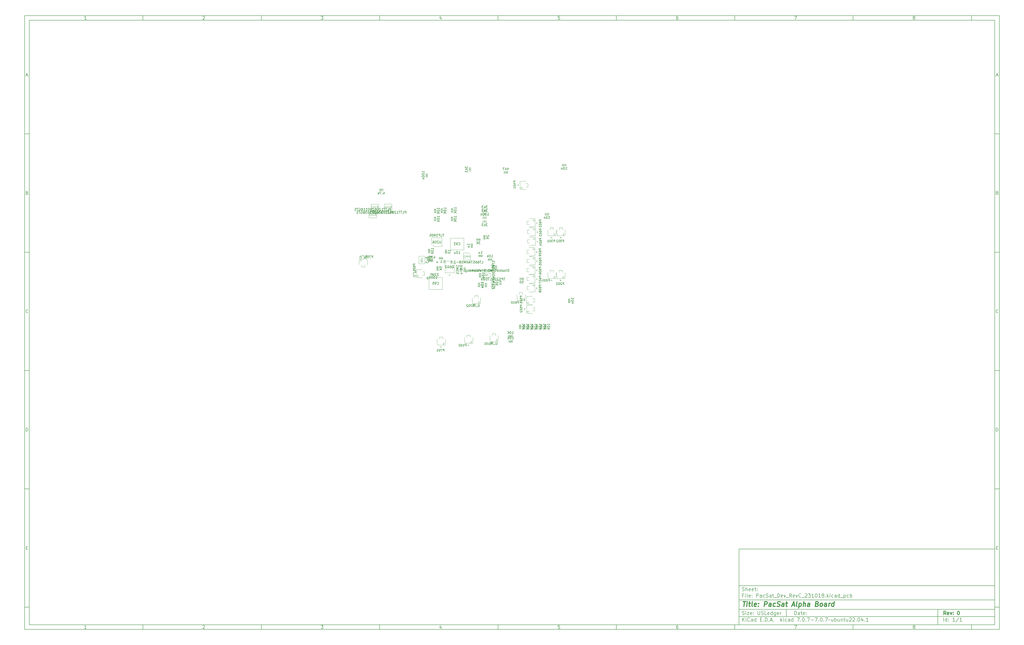
<source format=gbr>
%TF.GenerationSoftware,KiCad,Pcbnew,7.0.7-7.0.7~ubuntu22.04.1*%
%TF.CreationDate,2023-10-26T15:58:49-05:00*%
%TF.ProjectId,PacSat_Dev_RevC_231018,50616353-6174-45f4-9465-765f52657643,0*%
%TF.SameCoordinates,Original*%
%TF.FileFunction,AssemblyDrawing,Bot*%
%FSLAX46Y46*%
G04 Gerber Fmt 4.6, Leading zero omitted, Abs format (unit mm)*
G04 Created by KiCad (PCBNEW 7.0.7-7.0.7~ubuntu22.04.1) date 2023-10-26 15:58:49*
%MOMM*%
%LPD*%
G01*
G04 APERTURE LIST*
%ADD10C,0.100000*%
%ADD11C,0.150000*%
%ADD12C,0.300000*%
%ADD13C,0.400000*%
%ADD14C,0.060000*%
%ADD15C,0.140000*%
%ADD16C,0.110000*%
%ADD17C,0.120000*%
%ADD18C,0.075000*%
G04 APERTURE END LIST*
D10*
D11*
X311800000Y-235400000D02*
X419800000Y-235400000D01*
X419800000Y-267400000D01*
X311800000Y-267400000D01*
X311800000Y-235400000D01*
D10*
D11*
X10000000Y-10000000D02*
X421800000Y-10000000D01*
X421800000Y-269400000D01*
X10000000Y-269400000D01*
X10000000Y-10000000D01*
D10*
D11*
X12000000Y-12000000D02*
X419800000Y-12000000D01*
X419800000Y-267400000D01*
X12000000Y-267400000D01*
X12000000Y-12000000D01*
D10*
D11*
X60000000Y-12000000D02*
X60000000Y-10000000D01*
D10*
D11*
X110000000Y-12000000D02*
X110000000Y-10000000D01*
D10*
D11*
X160000000Y-12000000D02*
X160000000Y-10000000D01*
D10*
D11*
X210000000Y-12000000D02*
X210000000Y-10000000D01*
D10*
D11*
X260000000Y-12000000D02*
X260000000Y-10000000D01*
D10*
D11*
X310000000Y-12000000D02*
X310000000Y-10000000D01*
D10*
D11*
X360000000Y-12000000D02*
X360000000Y-10000000D01*
D10*
D11*
X410000000Y-12000000D02*
X410000000Y-10000000D01*
D10*
D11*
X36089160Y-11593604D02*
X35346303Y-11593604D01*
X35717731Y-11593604D02*
X35717731Y-10293604D01*
X35717731Y-10293604D02*
X35593922Y-10479319D01*
X35593922Y-10479319D02*
X35470112Y-10603128D01*
X35470112Y-10603128D02*
X35346303Y-10665033D01*
D10*
D11*
X85346303Y-10417414D02*
X85408207Y-10355509D01*
X85408207Y-10355509D02*
X85532017Y-10293604D01*
X85532017Y-10293604D02*
X85841541Y-10293604D01*
X85841541Y-10293604D02*
X85965350Y-10355509D01*
X85965350Y-10355509D02*
X86027255Y-10417414D01*
X86027255Y-10417414D02*
X86089160Y-10541223D01*
X86089160Y-10541223D02*
X86089160Y-10665033D01*
X86089160Y-10665033D02*
X86027255Y-10850747D01*
X86027255Y-10850747D02*
X85284398Y-11593604D01*
X85284398Y-11593604D02*
X86089160Y-11593604D01*
D10*
D11*
X135284398Y-10293604D02*
X136089160Y-10293604D01*
X136089160Y-10293604D02*
X135655826Y-10788842D01*
X135655826Y-10788842D02*
X135841541Y-10788842D01*
X135841541Y-10788842D02*
X135965350Y-10850747D01*
X135965350Y-10850747D02*
X136027255Y-10912652D01*
X136027255Y-10912652D02*
X136089160Y-11036461D01*
X136089160Y-11036461D02*
X136089160Y-11345985D01*
X136089160Y-11345985D02*
X136027255Y-11469795D01*
X136027255Y-11469795D02*
X135965350Y-11531700D01*
X135965350Y-11531700D02*
X135841541Y-11593604D01*
X135841541Y-11593604D02*
X135470112Y-11593604D01*
X135470112Y-11593604D02*
X135346303Y-11531700D01*
X135346303Y-11531700D02*
X135284398Y-11469795D01*
D10*
D11*
X185965350Y-10726938D02*
X185965350Y-11593604D01*
X185655826Y-10231700D02*
X185346303Y-11160271D01*
X185346303Y-11160271D02*
X186151064Y-11160271D01*
D10*
D11*
X236027255Y-10293604D02*
X235408207Y-10293604D01*
X235408207Y-10293604D02*
X235346303Y-10912652D01*
X235346303Y-10912652D02*
X235408207Y-10850747D01*
X235408207Y-10850747D02*
X235532017Y-10788842D01*
X235532017Y-10788842D02*
X235841541Y-10788842D01*
X235841541Y-10788842D02*
X235965350Y-10850747D01*
X235965350Y-10850747D02*
X236027255Y-10912652D01*
X236027255Y-10912652D02*
X236089160Y-11036461D01*
X236089160Y-11036461D02*
X236089160Y-11345985D01*
X236089160Y-11345985D02*
X236027255Y-11469795D01*
X236027255Y-11469795D02*
X235965350Y-11531700D01*
X235965350Y-11531700D02*
X235841541Y-11593604D01*
X235841541Y-11593604D02*
X235532017Y-11593604D01*
X235532017Y-11593604D02*
X235408207Y-11531700D01*
X235408207Y-11531700D02*
X235346303Y-11469795D01*
D10*
D11*
X285965350Y-10293604D02*
X285717731Y-10293604D01*
X285717731Y-10293604D02*
X285593922Y-10355509D01*
X285593922Y-10355509D02*
X285532017Y-10417414D01*
X285532017Y-10417414D02*
X285408207Y-10603128D01*
X285408207Y-10603128D02*
X285346303Y-10850747D01*
X285346303Y-10850747D02*
X285346303Y-11345985D01*
X285346303Y-11345985D02*
X285408207Y-11469795D01*
X285408207Y-11469795D02*
X285470112Y-11531700D01*
X285470112Y-11531700D02*
X285593922Y-11593604D01*
X285593922Y-11593604D02*
X285841541Y-11593604D01*
X285841541Y-11593604D02*
X285965350Y-11531700D01*
X285965350Y-11531700D02*
X286027255Y-11469795D01*
X286027255Y-11469795D02*
X286089160Y-11345985D01*
X286089160Y-11345985D02*
X286089160Y-11036461D01*
X286089160Y-11036461D02*
X286027255Y-10912652D01*
X286027255Y-10912652D02*
X285965350Y-10850747D01*
X285965350Y-10850747D02*
X285841541Y-10788842D01*
X285841541Y-10788842D02*
X285593922Y-10788842D01*
X285593922Y-10788842D02*
X285470112Y-10850747D01*
X285470112Y-10850747D02*
X285408207Y-10912652D01*
X285408207Y-10912652D02*
X285346303Y-11036461D01*
D10*
D11*
X335284398Y-10293604D02*
X336151064Y-10293604D01*
X336151064Y-10293604D02*
X335593922Y-11593604D01*
D10*
D11*
X385593922Y-10850747D02*
X385470112Y-10788842D01*
X385470112Y-10788842D02*
X385408207Y-10726938D01*
X385408207Y-10726938D02*
X385346303Y-10603128D01*
X385346303Y-10603128D02*
X385346303Y-10541223D01*
X385346303Y-10541223D02*
X385408207Y-10417414D01*
X385408207Y-10417414D02*
X385470112Y-10355509D01*
X385470112Y-10355509D02*
X385593922Y-10293604D01*
X385593922Y-10293604D02*
X385841541Y-10293604D01*
X385841541Y-10293604D02*
X385965350Y-10355509D01*
X385965350Y-10355509D02*
X386027255Y-10417414D01*
X386027255Y-10417414D02*
X386089160Y-10541223D01*
X386089160Y-10541223D02*
X386089160Y-10603128D01*
X386089160Y-10603128D02*
X386027255Y-10726938D01*
X386027255Y-10726938D02*
X385965350Y-10788842D01*
X385965350Y-10788842D02*
X385841541Y-10850747D01*
X385841541Y-10850747D02*
X385593922Y-10850747D01*
X385593922Y-10850747D02*
X385470112Y-10912652D01*
X385470112Y-10912652D02*
X385408207Y-10974557D01*
X385408207Y-10974557D02*
X385346303Y-11098366D01*
X385346303Y-11098366D02*
X385346303Y-11345985D01*
X385346303Y-11345985D02*
X385408207Y-11469795D01*
X385408207Y-11469795D02*
X385470112Y-11531700D01*
X385470112Y-11531700D02*
X385593922Y-11593604D01*
X385593922Y-11593604D02*
X385841541Y-11593604D01*
X385841541Y-11593604D02*
X385965350Y-11531700D01*
X385965350Y-11531700D02*
X386027255Y-11469795D01*
X386027255Y-11469795D02*
X386089160Y-11345985D01*
X386089160Y-11345985D02*
X386089160Y-11098366D01*
X386089160Y-11098366D02*
X386027255Y-10974557D01*
X386027255Y-10974557D02*
X385965350Y-10912652D01*
X385965350Y-10912652D02*
X385841541Y-10850747D01*
D10*
D11*
X60000000Y-267400000D02*
X60000000Y-269400000D01*
D10*
D11*
X110000000Y-267400000D02*
X110000000Y-269400000D01*
D10*
D11*
X160000000Y-267400000D02*
X160000000Y-269400000D01*
D10*
D11*
X210000000Y-267400000D02*
X210000000Y-269400000D01*
D10*
D11*
X260000000Y-267400000D02*
X260000000Y-269400000D01*
D10*
D11*
X310000000Y-267400000D02*
X310000000Y-269400000D01*
D10*
D11*
X360000000Y-267400000D02*
X360000000Y-269400000D01*
D10*
D11*
X410000000Y-267400000D02*
X410000000Y-269400000D01*
D10*
D11*
X36089160Y-268993604D02*
X35346303Y-268993604D01*
X35717731Y-268993604D02*
X35717731Y-267693604D01*
X35717731Y-267693604D02*
X35593922Y-267879319D01*
X35593922Y-267879319D02*
X35470112Y-268003128D01*
X35470112Y-268003128D02*
X35346303Y-268065033D01*
D10*
D11*
X85346303Y-267817414D02*
X85408207Y-267755509D01*
X85408207Y-267755509D02*
X85532017Y-267693604D01*
X85532017Y-267693604D02*
X85841541Y-267693604D01*
X85841541Y-267693604D02*
X85965350Y-267755509D01*
X85965350Y-267755509D02*
X86027255Y-267817414D01*
X86027255Y-267817414D02*
X86089160Y-267941223D01*
X86089160Y-267941223D02*
X86089160Y-268065033D01*
X86089160Y-268065033D02*
X86027255Y-268250747D01*
X86027255Y-268250747D02*
X85284398Y-268993604D01*
X85284398Y-268993604D02*
X86089160Y-268993604D01*
D10*
D11*
X135284398Y-267693604D02*
X136089160Y-267693604D01*
X136089160Y-267693604D02*
X135655826Y-268188842D01*
X135655826Y-268188842D02*
X135841541Y-268188842D01*
X135841541Y-268188842D02*
X135965350Y-268250747D01*
X135965350Y-268250747D02*
X136027255Y-268312652D01*
X136027255Y-268312652D02*
X136089160Y-268436461D01*
X136089160Y-268436461D02*
X136089160Y-268745985D01*
X136089160Y-268745985D02*
X136027255Y-268869795D01*
X136027255Y-268869795D02*
X135965350Y-268931700D01*
X135965350Y-268931700D02*
X135841541Y-268993604D01*
X135841541Y-268993604D02*
X135470112Y-268993604D01*
X135470112Y-268993604D02*
X135346303Y-268931700D01*
X135346303Y-268931700D02*
X135284398Y-268869795D01*
D10*
D11*
X185965350Y-268126938D02*
X185965350Y-268993604D01*
X185655826Y-267631700D02*
X185346303Y-268560271D01*
X185346303Y-268560271D02*
X186151064Y-268560271D01*
D10*
D11*
X236027255Y-267693604D02*
X235408207Y-267693604D01*
X235408207Y-267693604D02*
X235346303Y-268312652D01*
X235346303Y-268312652D02*
X235408207Y-268250747D01*
X235408207Y-268250747D02*
X235532017Y-268188842D01*
X235532017Y-268188842D02*
X235841541Y-268188842D01*
X235841541Y-268188842D02*
X235965350Y-268250747D01*
X235965350Y-268250747D02*
X236027255Y-268312652D01*
X236027255Y-268312652D02*
X236089160Y-268436461D01*
X236089160Y-268436461D02*
X236089160Y-268745985D01*
X236089160Y-268745985D02*
X236027255Y-268869795D01*
X236027255Y-268869795D02*
X235965350Y-268931700D01*
X235965350Y-268931700D02*
X235841541Y-268993604D01*
X235841541Y-268993604D02*
X235532017Y-268993604D01*
X235532017Y-268993604D02*
X235408207Y-268931700D01*
X235408207Y-268931700D02*
X235346303Y-268869795D01*
D10*
D11*
X285965350Y-267693604D02*
X285717731Y-267693604D01*
X285717731Y-267693604D02*
X285593922Y-267755509D01*
X285593922Y-267755509D02*
X285532017Y-267817414D01*
X285532017Y-267817414D02*
X285408207Y-268003128D01*
X285408207Y-268003128D02*
X285346303Y-268250747D01*
X285346303Y-268250747D02*
X285346303Y-268745985D01*
X285346303Y-268745985D02*
X285408207Y-268869795D01*
X285408207Y-268869795D02*
X285470112Y-268931700D01*
X285470112Y-268931700D02*
X285593922Y-268993604D01*
X285593922Y-268993604D02*
X285841541Y-268993604D01*
X285841541Y-268993604D02*
X285965350Y-268931700D01*
X285965350Y-268931700D02*
X286027255Y-268869795D01*
X286027255Y-268869795D02*
X286089160Y-268745985D01*
X286089160Y-268745985D02*
X286089160Y-268436461D01*
X286089160Y-268436461D02*
X286027255Y-268312652D01*
X286027255Y-268312652D02*
X285965350Y-268250747D01*
X285965350Y-268250747D02*
X285841541Y-268188842D01*
X285841541Y-268188842D02*
X285593922Y-268188842D01*
X285593922Y-268188842D02*
X285470112Y-268250747D01*
X285470112Y-268250747D02*
X285408207Y-268312652D01*
X285408207Y-268312652D02*
X285346303Y-268436461D01*
D10*
D11*
X335284398Y-267693604D02*
X336151064Y-267693604D01*
X336151064Y-267693604D02*
X335593922Y-268993604D01*
D10*
D11*
X385593922Y-268250747D02*
X385470112Y-268188842D01*
X385470112Y-268188842D02*
X385408207Y-268126938D01*
X385408207Y-268126938D02*
X385346303Y-268003128D01*
X385346303Y-268003128D02*
X385346303Y-267941223D01*
X385346303Y-267941223D02*
X385408207Y-267817414D01*
X385408207Y-267817414D02*
X385470112Y-267755509D01*
X385470112Y-267755509D02*
X385593922Y-267693604D01*
X385593922Y-267693604D02*
X385841541Y-267693604D01*
X385841541Y-267693604D02*
X385965350Y-267755509D01*
X385965350Y-267755509D02*
X386027255Y-267817414D01*
X386027255Y-267817414D02*
X386089160Y-267941223D01*
X386089160Y-267941223D02*
X386089160Y-268003128D01*
X386089160Y-268003128D02*
X386027255Y-268126938D01*
X386027255Y-268126938D02*
X385965350Y-268188842D01*
X385965350Y-268188842D02*
X385841541Y-268250747D01*
X385841541Y-268250747D02*
X385593922Y-268250747D01*
X385593922Y-268250747D02*
X385470112Y-268312652D01*
X385470112Y-268312652D02*
X385408207Y-268374557D01*
X385408207Y-268374557D02*
X385346303Y-268498366D01*
X385346303Y-268498366D02*
X385346303Y-268745985D01*
X385346303Y-268745985D02*
X385408207Y-268869795D01*
X385408207Y-268869795D02*
X385470112Y-268931700D01*
X385470112Y-268931700D02*
X385593922Y-268993604D01*
X385593922Y-268993604D02*
X385841541Y-268993604D01*
X385841541Y-268993604D02*
X385965350Y-268931700D01*
X385965350Y-268931700D02*
X386027255Y-268869795D01*
X386027255Y-268869795D02*
X386089160Y-268745985D01*
X386089160Y-268745985D02*
X386089160Y-268498366D01*
X386089160Y-268498366D02*
X386027255Y-268374557D01*
X386027255Y-268374557D02*
X385965350Y-268312652D01*
X385965350Y-268312652D02*
X385841541Y-268250747D01*
D10*
D11*
X10000000Y-60000000D02*
X12000000Y-60000000D01*
D10*
D11*
X10000000Y-110000000D02*
X12000000Y-110000000D01*
D10*
D11*
X10000000Y-160000000D02*
X12000000Y-160000000D01*
D10*
D11*
X10000000Y-210000000D02*
X12000000Y-210000000D01*
D10*
D11*
X10000000Y-260000000D02*
X12000000Y-260000000D01*
D10*
D11*
X10690476Y-35222176D02*
X11309523Y-35222176D01*
X10566666Y-35593604D02*
X10999999Y-34293604D01*
X10999999Y-34293604D02*
X11433333Y-35593604D01*
D10*
D11*
X11092857Y-84912652D02*
X11278571Y-84974557D01*
X11278571Y-84974557D02*
X11340476Y-85036461D01*
X11340476Y-85036461D02*
X11402380Y-85160271D01*
X11402380Y-85160271D02*
X11402380Y-85345985D01*
X11402380Y-85345985D02*
X11340476Y-85469795D01*
X11340476Y-85469795D02*
X11278571Y-85531700D01*
X11278571Y-85531700D02*
X11154761Y-85593604D01*
X11154761Y-85593604D02*
X10659523Y-85593604D01*
X10659523Y-85593604D02*
X10659523Y-84293604D01*
X10659523Y-84293604D02*
X11092857Y-84293604D01*
X11092857Y-84293604D02*
X11216666Y-84355509D01*
X11216666Y-84355509D02*
X11278571Y-84417414D01*
X11278571Y-84417414D02*
X11340476Y-84541223D01*
X11340476Y-84541223D02*
X11340476Y-84665033D01*
X11340476Y-84665033D02*
X11278571Y-84788842D01*
X11278571Y-84788842D02*
X11216666Y-84850747D01*
X11216666Y-84850747D02*
X11092857Y-84912652D01*
X11092857Y-84912652D02*
X10659523Y-84912652D01*
D10*
D11*
X11402380Y-135469795D02*
X11340476Y-135531700D01*
X11340476Y-135531700D02*
X11154761Y-135593604D01*
X11154761Y-135593604D02*
X11030952Y-135593604D01*
X11030952Y-135593604D02*
X10845238Y-135531700D01*
X10845238Y-135531700D02*
X10721428Y-135407890D01*
X10721428Y-135407890D02*
X10659523Y-135284080D01*
X10659523Y-135284080D02*
X10597619Y-135036461D01*
X10597619Y-135036461D02*
X10597619Y-134850747D01*
X10597619Y-134850747D02*
X10659523Y-134603128D01*
X10659523Y-134603128D02*
X10721428Y-134479319D01*
X10721428Y-134479319D02*
X10845238Y-134355509D01*
X10845238Y-134355509D02*
X11030952Y-134293604D01*
X11030952Y-134293604D02*
X11154761Y-134293604D01*
X11154761Y-134293604D02*
X11340476Y-134355509D01*
X11340476Y-134355509D02*
X11402380Y-134417414D01*
D10*
D11*
X10659523Y-185593604D02*
X10659523Y-184293604D01*
X10659523Y-184293604D02*
X10969047Y-184293604D01*
X10969047Y-184293604D02*
X11154761Y-184355509D01*
X11154761Y-184355509D02*
X11278571Y-184479319D01*
X11278571Y-184479319D02*
X11340476Y-184603128D01*
X11340476Y-184603128D02*
X11402380Y-184850747D01*
X11402380Y-184850747D02*
X11402380Y-185036461D01*
X11402380Y-185036461D02*
X11340476Y-185284080D01*
X11340476Y-185284080D02*
X11278571Y-185407890D01*
X11278571Y-185407890D02*
X11154761Y-185531700D01*
X11154761Y-185531700D02*
X10969047Y-185593604D01*
X10969047Y-185593604D02*
X10659523Y-185593604D01*
D10*
D11*
X10721428Y-234912652D02*
X11154762Y-234912652D01*
X11340476Y-235593604D02*
X10721428Y-235593604D01*
X10721428Y-235593604D02*
X10721428Y-234293604D01*
X10721428Y-234293604D02*
X11340476Y-234293604D01*
D10*
D11*
X421800000Y-60000000D02*
X419800000Y-60000000D01*
D10*
D11*
X421800000Y-110000000D02*
X419800000Y-110000000D01*
D10*
D11*
X421800000Y-160000000D02*
X419800000Y-160000000D01*
D10*
D11*
X421800000Y-210000000D02*
X419800000Y-210000000D01*
D10*
D11*
X421800000Y-260000000D02*
X419800000Y-260000000D01*
D10*
D11*
X420490476Y-35222176D02*
X421109523Y-35222176D01*
X420366666Y-35593604D02*
X420799999Y-34293604D01*
X420799999Y-34293604D02*
X421233333Y-35593604D01*
D10*
D11*
X420892857Y-84912652D02*
X421078571Y-84974557D01*
X421078571Y-84974557D02*
X421140476Y-85036461D01*
X421140476Y-85036461D02*
X421202380Y-85160271D01*
X421202380Y-85160271D02*
X421202380Y-85345985D01*
X421202380Y-85345985D02*
X421140476Y-85469795D01*
X421140476Y-85469795D02*
X421078571Y-85531700D01*
X421078571Y-85531700D02*
X420954761Y-85593604D01*
X420954761Y-85593604D02*
X420459523Y-85593604D01*
X420459523Y-85593604D02*
X420459523Y-84293604D01*
X420459523Y-84293604D02*
X420892857Y-84293604D01*
X420892857Y-84293604D02*
X421016666Y-84355509D01*
X421016666Y-84355509D02*
X421078571Y-84417414D01*
X421078571Y-84417414D02*
X421140476Y-84541223D01*
X421140476Y-84541223D02*
X421140476Y-84665033D01*
X421140476Y-84665033D02*
X421078571Y-84788842D01*
X421078571Y-84788842D02*
X421016666Y-84850747D01*
X421016666Y-84850747D02*
X420892857Y-84912652D01*
X420892857Y-84912652D02*
X420459523Y-84912652D01*
D10*
D11*
X421202380Y-135469795D02*
X421140476Y-135531700D01*
X421140476Y-135531700D02*
X420954761Y-135593604D01*
X420954761Y-135593604D02*
X420830952Y-135593604D01*
X420830952Y-135593604D02*
X420645238Y-135531700D01*
X420645238Y-135531700D02*
X420521428Y-135407890D01*
X420521428Y-135407890D02*
X420459523Y-135284080D01*
X420459523Y-135284080D02*
X420397619Y-135036461D01*
X420397619Y-135036461D02*
X420397619Y-134850747D01*
X420397619Y-134850747D02*
X420459523Y-134603128D01*
X420459523Y-134603128D02*
X420521428Y-134479319D01*
X420521428Y-134479319D02*
X420645238Y-134355509D01*
X420645238Y-134355509D02*
X420830952Y-134293604D01*
X420830952Y-134293604D02*
X420954761Y-134293604D01*
X420954761Y-134293604D02*
X421140476Y-134355509D01*
X421140476Y-134355509D02*
X421202380Y-134417414D01*
D10*
D11*
X420459523Y-185593604D02*
X420459523Y-184293604D01*
X420459523Y-184293604D02*
X420769047Y-184293604D01*
X420769047Y-184293604D02*
X420954761Y-184355509D01*
X420954761Y-184355509D02*
X421078571Y-184479319D01*
X421078571Y-184479319D02*
X421140476Y-184603128D01*
X421140476Y-184603128D02*
X421202380Y-184850747D01*
X421202380Y-184850747D02*
X421202380Y-185036461D01*
X421202380Y-185036461D02*
X421140476Y-185284080D01*
X421140476Y-185284080D02*
X421078571Y-185407890D01*
X421078571Y-185407890D02*
X420954761Y-185531700D01*
X420954761Y-185531700D02*
X420769047Y-185593604D01*
X420769047Y-185593604D02*
X420459523Y-185593604D01*
D10*
D11*
X420521428Y-234912652D02*
X420954762Y-234912652D01*
X421140476Y-235593604D02*
X420521428Y-235593604D01*
X420521428Y-235593604D02*
X420521428Y-234293604D01*
X420521428Y-234293604D02*
X421140476Y-234293604D01*
D10*
D11*
X335255826Y-263186128D02*
X335255826Y-261686128D01*
X335255826Y-261686128D02*
X335612969Y-261686128D01*
X335612969Y-261686128D02*
X335827255Y-261757557D01*
X335827255Y-261757557D02*
X335970112Y-261900414D01*
X335970112Y-261900414D02*
X336041541Y-262043271D01*
X336041541Y-262043271D02*
X336112969Y-262328985D01*
X336112969Y-262328985D02*
X336112969Y-262543271D01*
X336112969Y-262543271D02*
X336041541Y-262828985D01*
X336041541Y-262828985D02*
X335970112Y-262971842D01*
X335970112Y-262971842D02*
X335827255Y-263114700D01*
X335827255Y-263114700D02*
X335612969Y-263186128D01*
X335612969Y-263186128D02*
X335255826Y-263186128D01*
X337398684Y-263186128D02*
X337398684Y-262400414D01*
X337398684Y-262400414D02*
X337327255Y-262257557D01*
X337327255Y-262257557D02*
X337184398Y-262186128D01*
X337184398Y-262186128D02*
X336898684Y-262186128D01*
X336898684Y-262186128D02*
X336755826Y-262257557D01*
X337398684Y-263114700D02*
X337255826Y-263186128D01*
X337255826Y-263186128D02*
X336898684Y-263186128D01*
X336898684Y-263186128D02*
X336755826Y-263114700D01*
X336755826Y-263114700D02*
X336684398Y-262971842D01*
X336684398Y-262971842D02*
X336684398Y-262828985D01*
X336684398Y-262828985D02*
X336755826Y-262686128D01*
X336755826Y-262686128D02*
X336898684Y-262614700D01*
X336898684Y-262614700D02*
X337255826Y-262614700D01*
X337255826Y-262614700D02*
X337398684Y-262543271D01*
X337898684Y-262186128D02*
X338470112Y-262186128D01*
X338112969Y-261686128D02*
X338112969Y-262971842D01*
X338112969Y-262971842D02*
X338184398Y-263114700D01*
X338184398Y-263114700D02*
X338327255Y-263186128D01*
X338327255Y-263186128D02*
X338470112Y-263186128D01*
X339541541Y-263114700D02*
X339398684Y-263186128D01*
X339398684Y-263186128D02*
X339112970Y-263186128D01*
X339112970Y-263186128D02*
X338970112Y-263114700D01*
X338970112Y-263114700D02*
X338898684Y-262971842D01*
X338898684Y-262971842D02*
X338898684Y-262400414D01*
X338898684Y-262400414D02*
X338970112Y-262257557D01*
X338970112Y-262257557D02*
X339112970Y-262186128D01*
X339112970Y-262186128D02*
X339398684Y-262186128D01*
X339398684Y-262186128D02*
X339541541Y-262257557D01*
X339541541Y-262257557D02*
X339612970Y-262400414D01*
X339612970Y-262400414D02*
X339612970Y-262543271D01*
X339612970Y-262543271D02*
X338898684Y-262686128D01*
X340255826Y-263043271D02*
X340327255Y-263114700D01*
X340327255Y-263114700D02*
X340255826Y-263186128D01*
X340255826Y-263186128D02*
X340184398Y-263114700D01*
X340184398Y-263114700D02*
X340255826Y-263043271D01*
X340255826Y-263043271D02*
X340255826Y-263186128D01*
X340255826Y-262257557D02*
X340327255Y-262328985D01*
X340327255Y-262328985D02*
X340255826Y-262400414D01*
X340255826Y-262400414D02*
X340184398Y-262328985D01*
X340184398Y-262328985D02*
X340255826Y-262257557D01*
X340255826Y-262257557D02*
X340255826Y-262400414D01*
D10*
D11*
X311800000Y-263900000D02*
X419800000Y-263900000D01*
D10*
D11*
X313255826Y-265986128D02*
X313255826Y-264486128D01*
X314112969Y-265986128D02*
X313470112Y-265128985D01*
X314112969Y-264486128D02*
X313255826Y-265343271D01*
X314755826Y-265986128D02*
X314755826Y-264986128D01*
X314755826Y-264486128D02*
X314684398Y-264557557D01*
X314684398Y-264557557D02*
X314755826Y-264628985D01*
X314755826Y-264628985D02*
X314827255Y-264557557D01*
X314827255Y-264557557D02*
X314755826Y-264486128D01*
X314755826Y-264486128D02*
X314755826Y-264628985D01*
X316327255Y-265843271D02*
X316255827Y-265914700D01*
X316255827Y-265914700D02*
X316041541Y-265986128D01*
X316041541Y-265986128D02*
X315898684Y-265986128D01*
X315898684Y-265986128D02*
X315684398Y-265914700D01*
X315684398Y-265914700D02*
X315541541Y-265771842D01*
X315541541Y-265771842D02*
X315470112Y-265628985D01*
X315470112Y-265628985D02*
X315398684Y-265343271D01*
X315398684Y-265343271D02*
X315398684Y-265128985D01*
X315398684Y-265128985D02*
X315470112Y-264843271D01*
X315470112Y-264843271D02*
X315541541Y-264700414D01*
X315541541Y-264700414D02*
X315684398Y-264557557D01*
X315684398Y-264557557D02*
X315898684Y-264486128D01*
X315898684Y-264486128D02*
X316041541Y-264486128D01*
X316041541Y-264486128D02*
X316255827Y-264557557D01*
X316255827Y-264557557D02*
X316327255Y-264628985D01*
X317612970Y-265986128D02*
X317612970Y-265200414D01*
X317612970Y-265200414D02*
X317541541Y-265057557D01*
X317541541Y-265057557D02*
X317398684Y-264986128D01*
X317398684Y-264986128D02*
X317112970Y-264986128D01*
X317112970Y-264986128D02*
X316970112Y-265057557D01*
X317612970Y-265914700D02*
X317470112Y-265986128D01*
X317470112Y-265986128D02*
X317112970Y-265986128D01*
X317112970Y-265986128D02*
X316970112Y-265914700D01*
X316970112Y-265914700D02*
X316898684Y-265771842D01*
X316898684Y-265771842D02*
X316898684Y-265628985D01*
X316898684Y-265628985D02*
X316970112Y-265486128D01*
X316970112Y-265486128D02*
X317112970Y-265414700D01*
X317112970Y-265414700D02*
X317470112Y-265414700D01*
X317470112Y-265414700D02*
X317612970Y-265343271D01*
X318970113Y-265986128D02*
X318970113Y-264486128D01*
X318970113Y-265914700D02*
X318827255Y-265986128D01*
X318827255Y-265986128D02*
X318541541Y-265986128D01*
X318541541Y-265986128D02*
X318398684Y-265914700D01*
X318398684Y-265914700D02*
X318327255Y-265843271D01*
X318327255Y-265843271D02*
X318255827Y-265700414D01*
X318255827Y-265700414D02*
X318255827Y-265271842D01*
X318255827Y-265271842D02*
X318327255Y-265128985D01*
X318327255Y-265128985D02*
X318398684Y-265057557D01*
X318398684Y-265057557D02*
X318541541Y-264986128D01*
X318541541Y-264986128D02*
X318827255Y-264986128D01*
X318827255Y-264986128D02*
X318970113Y-265057557D01*
X320827255Y-265200414D02*
X321327255Y-265200414D01*
X321541541Y-265986128D02*
X320827255Y-265986128D01*
X320827255Y-265986128D02*
X320827255Y-264486128D01*
X320827255Y-264486128D02*
X321541541Y-264486128D01*
X322184398Y-265843271D02*
X322255827Y-265914700D01*
X322255827Y-265914700D02*
X322184398Y-265986128D01*
X322184398Y-265986128D02*
X322112970Y-265914700D01*
X322112970Y-265914700D02*
X322184398Y-265843271D01*
X322184398Y-265843271D02*
X322184398Y-265986128D01*
X322898684Y-265986128D02*
X322898684Y-264486128D01*
X322898684Y-264486128D02*
X323255827Y-264486128D01*
X323255827Y-264486128D02*
X323470113Y-264557557D01*
X323470113Y-264557557D02*
X323612970Y-264700414D01*
X323612970Y-264700414D02*
X323684399Y-264843271D01*
X323684399Y-264843271D02*
X323755827Y-265128985D01*
X323755827Y-265128985D02*
X323755827Y-265343271D01*
X323755827Y-265343271D02*
X323684399Y-265628985D01*
X323684399Y-265628985D02*
X323612970Y-265771842D01*
X323612970Y-265771842D02*
X323470113Y-265914700D01*
X323470113Y-265914700D02*
X323255827Y-265986128D01*
X323255827Y-265986128D02*
X322898684Y-265986128D01*
X324398684Y-265843271D02*
X324470113Y-265914700D01*
X324470113Y-265914700D02*
X324398684Y-265986128D01*
X324398684Y-265986128D02*
X324327256Y-265914700D01*
X324327256Y-265914700D02*
X324398684Y-265843271D01*
X324398684Y-265843271D02*
X324398684Y-265986128D01*
X325041542Y-265557557D02*
X325755828Y-265557557D01*
X324898685Y-265986128D02*
X325398685Y-264486128D01*
X325398685Y-264486128D02*
X325898685Y-265986128D01*
X326398684Y-265843271D02*
X326470113Y-265914700D01*
X326470113Y-265914700D02*
X326398684Y-265986128D01*
X326398684Y-265986128D02*
X326327256Y-265914700D01*
X326327256Y-265914700D02*
X326398684Y-265843271D01*
X326398684Y-265843271D02*
X326398684Y-265986128D01*
X329398684Y-265986128D02*
X329398684Y-264486128D01*
X329541542Y-265414700D02*
X329970113Y-265986128D01*
X329970113Y-264986128D02*
X329398684Y-265557557D01*
X330612970Y-265986128D02*
X330612970Y-264986128D01*
X330612970Y-264486128D02*
X330541542Y-264557557D01*
X330541542Y-264557557D02*
X330612970Y-264628985D01*
X330612970Y-264628985D02*
X330684399Y-264557557D01*
X330684399Y-264557557D02*
X330612970Y-264486128D01*
X330612970Y-264486128D02*
X330612970Y-264628985D01*
X331970114Y-265914700D02*
X331827256Y-265986128D01*
X331827256Y-265986128D02*
X331541542Y-265986128D01*
X331541542Y-265986128D02*
X331398685Y-265914700D01*
X331398685Y-265914700D02*
X331327256Y-265843271D01*
X331327256Y-265843271D02*
X331255828Y-265700414D01*
X331255828Y-265700414D02*
X331255828Y-265271842D01*
X331255828Y-265271842D02*
X331327256Y-265128985D01*
X331327256Y-265128985D02*
X331398685Y-265057557D01*
X331398685Y-265057557D02*
X331541542Y-264986128D01*
X331541542Y-264986128D02*
X331827256Y-264986128D01*
X331827256Y-264986128D02*
X331970114Y-265057557D01*
X333255828Y-265986128D02*
X333255828Y-265200414D01*
X333255828Y-265200414D02*
X333184399Y-265057557D01*
X333184399Y-265057557D02*
X333041542Y-264986128D01*
X333041542Y-264986128D02*
X332755828Y-264986128D01*
X332755828Y-264986128D02*
X332612970Y-265057557D01*
X333255828Y-265914700D02*
X333112970Y-265986128D01*
X333112970Y-265986128D02*
X332755828Y-265986128D01*
X332755828Y-265986128D02*
X332612970Y-265914700D01*
X332612970Y-265914700D02*
X332541542Y-265771842D01*
X332541542Y-265771842D02*
X332541542Y-265628985D01*
X332541542Y-265628985D02*
X332612970Y-265486128D01*
X332612970Y-265486128D02*
X332755828Y-265414700D01*
X332755828Y-265414700D02*
X333112970Y-265414700D01*
X333112970Y-265414700D02*
X333255828Y-265343271D01*
X334612971Y-265986128D02*
X334612971Y-264486128D01*
X334612971Y-265914700D02*
X334470113Y-265986128D01*
X334470113Y-265986128D02*
X334184399Y-265986128D01*
X334184399Y-265986128D02*
X334041542Y-265914700D01*
X334041542Y-265914700D02*
X333970113Y-265843271D01*
X333970113Y-265843271D02*
X333898685Y-265700414D01*
X333898685Y-265700414D02*
X333898685Y-265271842D01*
X333898685Y-265271842D02*
X333970113Y-265128985D01*
X333970113Y-265128985D02*
X334041542Y-265057557D01*
X334041542Y-265057557D02*
X334184399Y-264986128D01*
X334184399Y-264986128D02*
X334470113Y-264986128D01*
X334470113Y-264986128D02*
X334612971Y-265057557D01*
X336327256Y-264486128D02*
X337327256Y-264486128D01*
X337327256Y-264486128D02*
X336684399Y-265986128D01*
X337898684Y-265843271D02*
X337970113Y-265914700D01*
X337970113Y-265914700D02*
X337898684Y-265986128D01*
X337898684Y-265986128D02*
X337827256Y-265914700D01*
X337827256Y-265914700D02*
X337898684Y-265843271D01*
X337898684Y-265843271D02*
X337898684Y-265986128D01*
X338898685Y-264486128D02*
X339041542Y-264486128D01*
X339041542Y-264486128D02*
X339184399Y-264557557D01*
X339184399Y-264557557D02*
X339255828Y-264628985D01*
X339255828Y-264628985D02*
X339327256Y-264771842D01*
X339327256Y-264771842D02*
X339398685Y-265057557D01*
X339398685Y-265057557D02*
X339398685Y-265414700D01*
X339398685Y-265414700D02*
X339327256Y-265700414D01*
X339327256Y-265700414D02*
X339255828Y-265843271D01*
X339255828Y-265843271D02*
X339184399Y-265914700D01*
X339184399Y-265914700D02*
X339041542Y-265986128D01*
X339041542Y-265986128D02*
X338898685Y-265986128D01*
X338898685Y-265986128D02*
X338755828Y-265914700D01*
X338755828Y-265914700D02*
X338684399Y-265843271D01*
X338684399Y-265843271D02*
X338612970Y-265700414D01*
X338612970Y-265700414D02*
X338541542Y-265414700D01*
X338541542Y-265414700D02*
X338541542Y-265057557D01*
X338541542Y-265057557D02*
X338612970Y-264771842D01*
X338612970Y-264771842D02*
X338684399Y-264628985D01*
X338684399Y-264628985D02*
X338755828Y-264557557D01*
X338755828Y-264557557D02*
X338898685Y-264486128D01*
X340041541Y-265843271D02*
X340112970Y-265914700D01*
X340112970Y-265914700D02*
X340041541Y-265986128D01*
X340041541Y-265986128D02*
X339970113Y-265914700D01*
X339970113Y-265914700D02*
X340041541Y-265843271D01*
X340041541Y-265843271D02*
X340041541Y-265986128D01*
X340612970Y-264486128D02*
X341612970Y-264486128D01*
X341612970Y-264486128D02*
X340970113Y-265986128D01*
X342184398Y-265414700D02*
X343327256Y-265414700D01*
X343898684Y-264486128D02*
X344898684Y-264486128D01*
X344898684Y-264486128D02*
X344255827Y-265986128D01*
X345470112Y-265843271D02*
X345541541Y-265914700D01*
X345541541Y-265914700D02*
X345470112Y-265986128D01*
X345470112Y-265986128D02*
X345398684Y-265914700D01*
X345398684Y-265914700D02*
X345470112Y-265843271D01*
X345470112Y-265843271D02*
X345470112Y-265986128D01*
X346470113Y-264486128D02*
X346612970Y-264486128D01*
X346612970Y-264486128D02*
X346755827Y-264557557D01*
X346755827Y-264557557D02*
X346827256Y-264628985D01*
X346827256Y-264628985D02*
X346898684Y-264771842D01*
X346898684Y-264771842D02*
X346970113Y-265057557D01*
X346970113Y-265057557D02*
X346970113Y-265414700D01*
X346970113Y-265414700D02*
X346898684Y-265700414D01*
X346898684Y-265700414D02*
X346827256Y-265843271D01*
X346827256Y-265843271D02*
X346755827Y-265914700D01*
X346755827Y-265914700D02*
X346612970Y-265986128D01*
X346612970Y-265986128D02*
X346470113Y-265986128D01*
X346470113Y-265986128D02*
X346327256Y-265914700D01*
X346327256Y-265914700D02*
X346255827Y-265843271D01*
X346255827Y-265843271D02*
X346184398Y-265700414D01*
X346184398Y-265700414D02*
X346112970Y-265414700D01*
X346112970Y-265414700D02*
X346112970Y-265057557D01*
X346112970Y-265057557D02*
X346184398Y-264771842D01*
X346184398Y-264771842D02*
X346255827Y-264628985D01*
X346255827Y-264628985D02*
X346327256Y-264557557D01*
X346327256Y-264557557D02*
X346470113Y-264486128D01*
X347612969Y-265843271D02*
X347684398Y-265914700D01*
X347684398Y-265914700D02*
X347612969Y-265986128D01*
X347612969Y-265986128D02*
X347541541Y-265914700D01*
X347541541Y-265914700D02*
X347612969Y-265843271D01*
X347612969Y-265843271D02*
X347612969Y-265986128D01*
X348184398Y-264486128D02*
X349184398Y-264486128D01*
X349184398Y-264486128D02*
X348541541Y-265986128D01*
X349541541Y-265414700D02*
X349612969Y-265343271D01*
X349612969Y-265343271D02*
X349755826Y-265271842D01*
X349755826Y-265271842D02*
X350041541Y-265414700D01*
X350041541Y-265414700D02*
X350184398Y-265343271D01*
X350184398Y-265343271D02*
X350255826Y-265271842D01*
X351470113Y-264986128D02*
X351470113Y-265986128D01*
X350827255Y-264986128D02*
X350827255Y-265771842D01*
X350827255Y-265771842D02*
X350898684Y-265914700D01*
X350898684Y-265914700D02*
X351041541Y-265986128D01*
X351041541Y-265986128D02*
X351255827Y-265986128D01*
X351255827Y-265986128D02*
X351398684Y-265914700D01*
X351398684Y-265914700D02*
X351470113Y-265843271D01*
X352184398Y-265986128D02*
X352184398Y-264486128D01*
X352184398Y-265057557D02*
X352327256Y-264986128D01*
X352327256Y-264986128D02*
X352612970Y-264986128D01*
X352612970Y-264986128D02*
X352755827Y-265057557D01*
X352755827Y-265057557D02*
X352827256Y-265128985D01*
X352827256Y-265128985D02*
X352898684Y-265271842D01*
X352898684Y-265271842D02*
X352898684Y-265700414D01*
X352898684Y-265700414D02*
X352827256Y-265843271D01*
X352827256Y-265843271D02*
X352755827Y-265914700D01*
X352755827Y-265914700D02*
X352612970Y-265986128D01*
X352612970Y-265986128D02*
X352327256Y-265986128D01*
X352327256Y-265986128D02*
X352184398Y-265914700D01*
X354184399Y-264986128D02*
X354184399Y-265986128D01*
X353541541Y-264986128D02*
X353541541Y-265771842D01*
X353541541Y-265771842D02*
X353612970Y-265914700D01*
X353612970Y-265914700D02*
X353755827Y-265986128D01*
X353755827Y-265986128D02*
X353970113Y-265986128D01*
X353970113Y-265986128D02*
X354112970Y-265914700D01*
X354112970Y-265914700D02*
X354184399Y-265843271D01*
X354898684Y-264986128D02*
X354898684Y-265986128D01*
X354898684Y-265128985D02*
X354970113Y-265057557D01*
X354970113Y-265057557D02*
X355112970Y-264986128D01*
X355112970Y-264986128D02*
X355327256Y-264986128D01*
X355327256Y-264986128D02*
X355470113Y-265057557D01*
X355470113Y-265057557D02*
X355541542Y-265200414D01*
X355541542Y-265200414D02*
X355541542Y-265986128D01*
X356041542Y-264986128D02*
X356612970Y-264986128D01*
X356255827Y-264486128D02*
X356255827Y-265771842D01*
X356255827Y-265771842D02*
X356327256Y-265914700D01*
X356327256Y-265914700D02*
X356470113Y-265986128D01*
X356470113Y-265986128D02*
X356612970Y-265986128D01*
X357755828Y-264986128D02*
X357755828Y-265986128D01*
X357112970Y-264986128D02*
X357112970Y-265771842D01*
X357112970Y-265771842D02*
X357184399Y-265914700D01*
X357184399Y-265914700D02*
X357327256Y-265986128D01*
X357327256Y-265986128D02*
X357541542Y-265986128D01*
X357541542Y-265986128D02*
X357684399Y-265914700D01*
X357684399Y-265914700D02*
X357755828Y-265843271D01*
X358398685Y-264628985D02*
X358470113Y-264557557D01*
X358470113Y-264557557D02*
X358612971Y-264486128D01*
X358612971Y-264486128D02*
X358970113Y-264486128D01*
X358970113Y-264486128D02*
X359112971Y-264557557D01*
X359112971Y-264557557D02*
X359184399Y-264628985D01*
X359184399Y-264628985D02*
X359255828Y-264771842D01*
X359255828Y-264771842D02*
X359255828Y-264914700D01*
X359255828Y-264914700D02*
X359184399Y-265128985D01*
X359184399Y-265128985D02*
X358327256Y-265986128D01*
X358327256Y-265986128D02*
X359255828Y-265986128D01*
X359827256Y-264628985D02*
X359898684Y-264557557D01*
X359898684Y-264557557D02*
X360041542Y-264486128D01*
X360041542Y-264486128D02*
X360398684Y-264486128D01*
X360398684Y-264486128D02*
X360541542Y-264557557D01*
X360541542Y-264557557D02*
X360612970Y-264628985D01*
X360612970Y-264628985D02*
X360684399Y-264771842D01*
X360684399Y-264771842D02*
X360684399Y-264914700D01*
X360684399Y-264914700D02*
X360612970Y-265128985D01*
X360612970Y-265128985D02*
X359755827Y-265986128D01*
X359755827Y-265986128D02*
X360684399Y-265986128D01*
X361327255Y-265843271D02*
X361398684Y-265914700D01*
X361398684Y-265914700D02*
X361327255Y-265986128D01*
X361327255Y-265986128D02*
X361255827Y-265914700D01*
X361255827Y-265914700D02*
X361327255Y-265843271D01*
X361327255Y-265843271D02*
X361327255Y-265986128D01*
X362327256Y-264486128D02*
X362470113Y-264486128D01*
X362470113Y-264486128D02*
X362612970Y-264557557D01*
X362612970Y-264557557D02*
X362684399Y-264628985D01*
X362684399Y-264628985D02*
X362755827Y-264771842D01*
X362755827Y-264771842D02*
X362827256Y-265057557D01*
X362827256Y-265057557D02*
X362827256Y-265414700D01*
X362827256Y-265414700D02*
X362755827Y-265700414D01*
X362755827Y-265700414D02*
X362684399Y-265843271D01*
X362684399Y-265843271D02*
X362612970Y-265914700D01*
X362612970Y-265914700D02*
X362470113Y-265986128D01*
X362470113Y-265986128D02*
X362327256Y-265986128D01*
X362327256Y-265986128D02*
X362184399Y-265914700D01*
X362184399Y-265914700D02*
X362112970Y-265843271D01*
X362112970Y-265843271D02*
X362041541Y-265700414D01*
X362041541Y-265700414D02*
X361970113Y-265414700D01*
X361970113Y-265414700D02*
X361970113Y-265057557D01*
X361970113Y-265057557D02*
X362041541Y-264771842D01*
X362041541Y-264771842D02*
X362112970Y-264628985D01*
X362112970Y-264628985D02*
X362184399Y-264557557D01*
X362184399Y-264557557D02*
X362327256Y-264486128D01*
X364112970Y-264986128D02*
X364112970Y-265986128D01*
X363755827Y-264414700D02*
X363398684Y-265486128D01*
X363398684Y-265486128D02*
X364327255Y-265486128D01*
X364898683Y-265843271D02*
X364970112Y-265914700D01*
X364970112Y-265914700D02*
X364898683Y-265986128D01*
X364898683Y-265986128D02*
X364827255Y-265914700D01*
X364827255Y-265914700D02*
X364898683Y-265843271D01*
X364898683Y-265843271D02*
X364898683Y-265986128D01*
X366398684Y-265986128D02*
X365541541Y-265986128D01*
X365970112Y-265986128D02*
X365970112Y-264486128D01*
X365970112Y-264486128D02*
X365827255Y-264700414D01*
X365827255Y-264700414D02*
X365684398Y-264843271D01*
X365684398Y-264843271D02*
X365541541Y-264914700D01*
D10*
D11*
X311800000Y-260900000D02*
X419800000Y-260900000D01*
D10*
D12*
X399211653Y-263178328D02*
X398711653Y-262464042D01*
X398354510Y-263178328D02*
X398354510Y-261678328D01*
X398354510Y-261678328D02*
X398925939Y-261678328D01*
X398925939Y-261678328D02*
X399068796Y-261749757D01*
X399068796Y-261749757D02*
X399140225Y-261821185D01*
X399140225Y-261821185D02*
X399211653Y-261964042D01*
X399211653Y-261964042D02*
X399211653Y-262178328D01*
X399211653Y-262178328D02*
X399140225Y-262321185D01*
X399140225Y-262321185D02*
X399068796Y-262392614D01*
X399068796Y-262392614D02*
X398925939Y-262464042D01*
X398925939Y-262464042D02*
X398354510Y-262464042D01*
X400425939Y-263106900D02*
X400283082Y-263178328D01*
X400283082Y-263178328D02*
X399997368Y-263178328D01*
X399997368Y-263178328D02*
X399854510Y-263106900D01*
X399854510Y-263106900D02*
X399783082Y-262964042D01*
X399783082Y-262964042D02*
X399783082Y-262392614D01*
X399783082Y-262392614D02*
X399854510Y-262249757D01*
X399854510Y-262249757D02*
X399997368Y-262178328D01*
X399997368Y-262178328D02*
X400283082Y-262178328D01*
X400283082Y-262178328D02*
X400425939Y-262249757D01*
X400425939Y-262249757D02*
X400497368Y-262392614D01*
X400497368Y-262392614D02*
X400497368Y-262535471D01*
X400497368Y-262535471D02*
X399783082Y-262678328D01*
X400997367Y-262178328D02*
X401354510Y-263178328D01*
X401354510Y-263178328D02*
X401711653Y-262178328D01*
X402283081Y-263035471D02*
X402354510Y-263106900D01*
X402354510Y-263106900D02*
X402283081Y-263178328D01*
X402283081Y-263178328D02*
X402211653Y-263106900D01*
X402211653Y-263106900D02*
X402283081Y-263035471D01*
X402283081Y-263035471D02*
X402283081Y-263178328D01*
X402283081Y-262249757D02*
X402354510Y-262321185D01*
X402354510Y-262321185D02*
X402283081Y-262392614D01*
X402283081Y-262392614D02*
X402211653Y-262321185D01*
X402211653Y-262321185D02*
X402283081Y-262249757D01*
X402283081Y-262249757D02*
X402283081Y-262392614D01*
X404425939Y-261678328D02*
X404568796Y-261678328D01*
X404568796Y-261678328D02*
X404711653Y-261749757D01*
X404711653Y-261749757D02*
X404783082Y-261821185D01*
X404783082Y-261821185D02*
X404854510Y-261964042D01*
X404854510Y-261964042D02*
X404925939Y-262249757D01*
X404925939Y-262249757D02*
X404925939Y-262606900D01*
X404925939Y-262606900D02*
X404854510Y-262892614D01*
X404854510Y-262892614D02*
X404783082Y-263035471D01*
X404783082Y-263035471D02*
X404711653Y-263106900D01*
X404711653Y-263106900D02*
X404568796Y-263178328D01*
X404568796Y-263178328D02*
X404425939Y-263178328D01*
X404425939Y-263178328D02*
X404283082Y-263106900D01*
X404283082Y-263106900D02*
X404211653Y-263035471D01*
X404211653Y-263035471D02*
X404140224Y-262892614D01*
X404140224Y-262892614D02*
X404068796Y-262606900D01*
X404068796Y-262606900D02*
X404068796Y-262249757D01*
X404068796Y-262249757D02*
X404140224Y-261964042D01*
X404140224Y-261964042D02*
X404211653Y-261821185D01*
X404211653Y-261821185D02*
X404283082Y-261749757D01*
X404283082Y-261749757D02*
X404425939Y-261678328D01*
D10*
D11*
X313184398Y-263114700D02*
X313398684Y-263186128D01*
X313398684Y-263186128D02*
X313755826Y-263186128D01*
X313755826Y-263186128D02*
X313898684Y-263114700D01*
X313898684Y-263114700D02*
X313970112Y-263043271D01*
X313970112Y-263043271D02*
X314041541Y-262900414D01*
X314041541Y-262900414D02*
X314041541Y-262757557D01*
X314041541Y-262757557D02*
X313970112Y-262614700D01*
X313970112Y-262614700D02*
X313898684Y-262543271D01*
X313898684Y-262543271D02*
X313755826Y-262471842D01*
X313755826Y-262471842D02*
X313470112Y-262400414D01*
X313470112Y-262400414D02*
X313327255Y-262328985D01*
X313327255Y-262328985D02*
X313255826Y-262257557D01*
X313255826Y-262257557D02*
X313184398Y-262114700D01*
X313184398Y-262114700D02*
X313184398Y-261971842D01*
X313184398Y-261971842D02*
X313255826Y-261828985D01*
X313255826Y-261828985D02*
X313327255Y-261757557D01*
X313327255Y-261757557D02*
X313470112Y-261686128D01*
X313470112Y-261686128D02*
X313827255Y-261686128D01*
X313827255Y-261686128D02*
X314041541Y-261757557D01*
X314684397Y-263186128D02*
X314684397Y-262186128D01*
X314684397Y-261686128D02*
X314612969Y-261757557D01*
X314612969Y-261757557D02*
X314684397Y-261828985D01*
X314684397Y-261828985D02*
X314755826Y-261757557D01*
X314755826Y-261757557D02*
X314684397Y-261686128D01*
X314684397Y-261686128D02*
X314684397Y-261828985D01*
X315255826Y-262186128D02*
X316041541Y-262186128D01*
X316041541Y-262186128D02*
X315255826Y-263186128D01*
X315255826Y-263186128D02*
X316041541Y-263186128D01*
X317184398Y-263114700D02*
X317041541Y-263186128D01*
X317041541Y-263186128D02*
X316755827Y-263186128D01*
X316755827Y-263186128D02*
X316612969Y-263114700D01*
X316612969Y-263114700D02*
X316541541Y-262971842D01*
X316541541Y-262971842D02*
X316541541Y-262400414D01*
X316541541Y-262400414D02*
X316612969Y-262257557D01*
X316612969Y-262257557D02*
X316755827Y-262186128D01*
X316755827Y-262186128D02*
X317041541Y-262186128D01*
X317041541Y-262186128D02*
X317184398Y-262257557D01*
X317184398Y-262257557D02*
X317255827Y-262400414D01*
X317255827Y-262400414D02*
X317255827Y-262543271D01*
X317255827Y-262543271D02*
X316541541Y-262686128D01*
X317898683Y-263043271D02*
X317970112Y-263114700D01*
X317970112Y-263114700D02*
X317898683Y-263186128D01*
X317898683Y-263186128D02*
X317827255Y-263114700D01*
X317827255Y-263114700D02*
X317898683Y-263043271D01*
X317898683Y-263043271D02*
X317898683Y-263186128D01*
X317898683Y-262257557D02*
X317970112Y-262328985D01*
X317970112Y-262328985D02*
X317898683Y-262400414D01*
X317898683Y-262400414D02*
X317827255Y-262328985D01*
X317827255Y-262328985D02*
X317898683Y-262257557D01*
X317898683Y-262257557D02*
X317898683Y-262400414D01*
X319755826Y-261686128D02*
X319755826Y-262900414D01*
X319755826Y-262900414D02*
X319827255Y-263043271D01*
X319827255Y-263043271D02*
X319898684Y-263114700D01*
X319898684Y-263114700D02*
X320041541Y-263186128D01*
X320041541Y-263186128D02*
X320327255Y-263186128D01*
X320327255Y-263186128D02*
X320470112Y-263114700D01*
X320470112Y-263114700D02*
X320541541Y-263043271D01*
X320541541Y-263043271D02*
X320612969Y-262900414D01*
X320612969Y-262900414D02*
X320612969Y-261686128D01*
X321255827Y-263114700D02*
X321470113Y-263186128D01*
X321470113Y-263186128D02*
X321827255Y-263186128D01*
X321827255Y-263186128D02*
X321970113Y-263114700D01*
X321970113Y-263114700D02*
X322041541Y-263043271D01*
X322041541Y-263043271D02*
X322112970Y-262900414D01*
X322112970Y-262900414D02*
X322112970Y-262757557D01*
X322112970Y-262757557D02*
X322041541Y-262614700D01*
X322041541Y-262614700D02*
X321970113Y-262543271D01*
X321970113Y-262543271D02*
X321827255Y-262471842D01*
X321827255Y-262471842D02*
X321541541Y-262400414D01*
X321541541Y-262400414D02*
X321398684Y-262328985D01*
X321398684Y-262328985D02*
X321327255Y-262257557D01*
X321327255Y-262257557D02*
X321255827Y-262114700D01*
X321255827Y-262114700D02*
X321255827Y-261971842D01*
X321255827Y-261971842D02*
X321327255Y-261828985D01*
X321327255Y-261828985D02*
X321398684Y-261757557D01*
X321398684Y-261757557D02*
X321541541Y-261686128D01*
X321541541Y-261686128D02*
X321898684Y-261686128D01*
X321898684Y-261686128D02*
X322112970Y-261757557D01*
X323470112Y-263186128D02*
X322755826Y-263186128D01*
X322755826Y-263186128D02*
X322755826Y-261686128D01*
X324541541Y-263114700D02*
X324398684Y-263186128D01*
X324398684Y-263186128D02*
X324112970Y-263186128D01*
X324112970Y-263186128D02*
X323970112Y-263114700D01*
X323970112Y-263114700D02*
X323898684Y-262971842D01*
X323898684Y-262971842D02*
X323898684Y-262400414D01*
X323898684Y-262400414D02*
X323970112Y-262257557D01*
X323970112Y-262257557D02*
X324112970Y-262186128D01*
X324112970Y-262186128D02*
X324398684Y-262186128D01*
X324398684Y-262186128D02*
X324541541Y-262257557D01*
X324541541Y-262257557D02*
X324612970Y-262400414D01*
X324612970Y-262400414D02*
X324612970Y-262543271D01*
X324612970Y-262543271D02*
X323898684Y-262686128D01*
X325898684Y-263186128D02*
X325898684Y-261686128D01*
X325898684Y-263114700D02*
X325755826Y-263186128D01*
X325755826Y-263186128D02*
X325470112Y-263186128D01*
X325470112Y-263186128D02*
X325327255Y-263114700D01*
X325327255Y-263114700D02*
X325255826Y-263043271D01*
X325255826Y-263043271D02*
X325184398Y-262900414D01*
X325184398Y-262900414D02*
X325184398Y-262471842D01*
X325184398Y-262471842D02*
X325255826Y-262328985D01*
X325255826Y-262328985D02*
X325327255Y-262257557D01*
X325327255Y-262257557D02*
X325470112Y-262186128D01*
X325470112Y-262186128D02*
X325755826Y-262186128D01*
X325755826Y-262186128D02*
X325898684Y-262257557D01*
X327255827Y-262186128D02*
X327255827Y-263400414D01*
X327255827Y-263400414D02*
X327184398Y-263543271D01*
X327184398Y-263543271D02*
X327112969Y-263614700D01*
X327112969Y-263614700D02*
X326970112Y-263686128D01*
X326970112Y-263686128D02*
X326755827Y-263686128D01*
X326755827Y-263686128D02*
X326612969Y-263614700D01*
X327255827Y-263114700D02*
X327112969Y-263186128D01*
X327112969Y-263186128D02*
X326827255Y-263186128D01*
X326827255Y-263186128D02*
X326684398Y-263114700D01*
X326684398Y-263114700D02*
X326612969Y-263043271D01*
X326612969Y-263043271D02*
X326541541Y-262900414D01*
X326541541Y-262900414D02*
X326541541Y-262471842D01*
X326541541Y-262471842D02*
X326612969Y-262328985D01*
X326612969Y-262328985D02*
X326684398Y-262257557D01*
X326684398Y-262257557D02*
X326827255Y-262186128D01*
X326827255Y-262186128D02*
X327112969Y-262186128D01*
X327112969Y-262186128D02*
X327255827Y-262257557D01*
X328541541Y-263114700D02*
X328398684Y-263186128D01*
X328398684Y-263186128D02*
X328112970Y-263186128D01*
X328112970Y-263186128D02*
X327970112Y-263114700D01*
X327970112Y-263114700D02*
X327898684Y-262971842D01*
X327898684Y-262971842D02*
X327898684Y-262400414D01*
X327898684Y-262400414D02*
X327970112Y-262257557D01*
X327970112Y-262257557D02*
X328112970Y-262186128D01*
X328112970Y-262186128D02*
X328398684Y-262186128D01*
X328398684Y-262186128D02*
X328541541Y-262257557D01*
X328541541Y-262257557D02*
X328612970Y-262400414D01*
X328612970Y-262400414D02*
X328612970Y-262543271D01*
X328612970Y-262543271D02*
X327898684Y-262686128D01*
X329255826Y-263186128D02*
X329255826Y-262186128D01*
X329255826Y-262471842D02*
X329327255Y-262328985D01*
X329327255Y-262328985D02*
X329398684Y-262257557D01*
X329398684Y-262257557D02*
X329541541Y-262186128D01*
X329541541Y-262186128D02*
X329684398Y-262186128D01*
D10*
D11*
X398255826Y-265986128D02*
X398255826Y-264486128D01*
X399612970Y-265986128D02*
X399612970Y-264486128D01*
X399612970Y-265914700D02*
X399470112Y-265986128D01*
X399470112Y-265986128D02*
X399184398Y-265986128D01*
X399184398Y-265986128D02*
X399041541Y-265914700D01*
X399041541Y-265914700D02*
X398970112Y-265843271D01*
X398970112Y-265843271D02*
X398898684Y-265700414D01*
X398898684Y-265700414D02*
X398898684Y-265271842D01*
X398898684Y-265271842D02*
X398970112Y-265128985D01*
X398970112Y-265128985D02*
X399041541Y-265057557D01*
X399041541Y-265057557D02*
X399184398Y-264986128D01*
X399184398Y-264986128D02*
X399470112Y-264986128D01*
X399470112Y-264986128D02*
X399612970Y-265057557D01*
X400327255Y-265843271D02*
X400398684Y-265914700D01*
X400398684Y-265914700D02*
X400327255Y-265986128D01*
X400327255Y-265986128D02*
X400255827Y-265914700D01*
X400255827Y-265914700D02*
X400327255Y-265843271D01*
X400327255Y-265843271D02*
X400327255Y-265986128D01*
X400327255Y-265057557D02*
X400398684Y-265128985D01*
X400398684Y-265128985D02*
X400327255Y-265200414D01*
X400327255Y-265200414D02*
X400255827Y-265128985D01*
X400255827Y-265128985D02*
X400327255Y-265057557D01*
X400327255Y-265057557D02*
X400327255Y-265200414D01*
X402970113Y-265986128D02*
X402112970Y-265986128D01*
X402541541Y-265986128D02*
X402541541Y-264486128D01*
X402541541Y-264486128D02*
X402398684Y-264700414D01*
X402398684Y-264700414D02*
X402255827Y-264843271D01*
X402255827Y-264843271D02*
X402112970Y-264914700D01*
X404684398Y-264414700D02*
X403398684Y-266343271D01*
X405970113Y-265986128D02*
X405112970Y-265986128D01*
X405541541Y-265986128D02*
X405541541Y-264486128D01*
X405541541Y-264486128D02*
X405398684Y-264700414D01*
X405398684Y-264700414D02*
X405255827Y-264843271D01*
X405255827Y-264843271D02*
X405112970Y-264914700D01*
D10*
D11*
X311800000Y-256900000D02*
X419800000Y-256900000D01*
D10*
D13*
X313491728Y-257604438D02*
X314634585Y-257604438D01*
X313813157Y-259604438D02*
X314063157Y-257604438D01*
X315051252Y-259604438D02*
X315217919Y-258271104D01*
X315301252Y-257604438D02*
X315194109Y-257699676D01*
X315194109Y-257699676D02*
X315277443Y-257794914D01*
X315277443Y-257794914D02*
X315384586Y-257699676D01*
X315384586Y-257699676D02*
X315301252Y-257604438D01*
X315301252Y-257604438D02*
X315277443Y-257794914D01*
X315884586Y-258271104D02*
X316646490Y-258271104D01*
X316253633Y-257604438D02*
X316039348Y-259318723D01*
X316039348Y-259318723D02*
X316110776Y-259509200D01*
X316110776Y-259509200D02*
X316289348Y-259604438D01*
X316289348Y-259604438D02*
X316479824Y-259604438D01*
X317432205Y-259604438D02*
X317253633Y-259509200D01*
X317253633Y-259509200D02*
X317182205Y-259318723D01*
X317182205Y-259318723D02*
X317396490Y-257604438D01*
X318967919Y-259509200D02*
X318765538Y-259604438D01*
X318765538Y-259604438D02*
X318384585Y-259604438D01*
X318384585Y-259604438D02*
X318206014Y-259509200D01*
X318206014Y-259509200D02*
X318134585Y-259318723D01*
X318134585Y-259318723D02*
X318229824Y-258556819D01*
X318229824Y-258556819D02*
X318348871Y-258366342D01*
X318348871Y-258366342D02*
X318551252Y-258271104D01*
X318551252Y-258271104D02*
X318932204Y-258271104D01*
X318932204Y-258271104D02*
X319110776Y-258366342D01*
X319110776Y-258366342D02*
X319182204Y-258556819D01*
X319182204Y-258556819D02*
X319158395Y-258747295D01*
X319158395Y-258747295D02*
X318182204Y-258937771D01*
X319932205Y-259413961D02*
X320015538Y-259509200D01*
X320015538Y-259509200D02*
X319908395Y-259604438D01*
X319908395Y-259604438D02*
X319825062Y-259509200D01*
X319825062Y-259509200D02*
X319932205Y-259413961D01*
X319932205Y-259413961D02*
X319908395Y-259604438D01*
X320063157Y-258366342D02*
X320146490Y-258461580D01*
X320146490Y-258461580D02*
X320039348Y-258556819D01*
X320039348Y-258556819D02*
X319956014Y-258461580D01*
X319956014Y-258461580D02*
X320063157Y-258366342D01*
X320063157Y-258366342D02*
X320039348Y-258556819D01*
X322384586Y-259604438D02*
X322634586Y-257604438D01*
X322634586Y-257604438D02*
X323396491Y-257604438D01*
X323396491Y-257604438D02*
X323575062Y-257699676D01*
X323575062Y-257699676D02*
X323658396Y-257794914D01*
X323658396Y-257794914D02*
X323729824Y-257985390D01*
X323729824Y-257985390D02*
X323694110Y-258271104D01*
X323694110Y-258271104D02*
X323575062Y-258461580D01*
X323575062Y-258461580D02*
X323467920Y-258556819D01*
X323467920Y-258556819D02*
X323265539Y-258652057D01*
X323265539Y-258652057D02*
X322503634Y-258652057D01*
X325241729Y-259604438D02*
X325372681Y-258556819D01*
X325372681Y-258556819D02*
X325301253Y-258366342D01*
X325301253Y-258366342D02*
X325122681Y-258271104D01*
X325122681Y-258271104D02*
X324741729Y-258271104D01*
X324741729Y-258271104D02*
X324539348Y-258366342D01*
X325253634Y-259509200D02*
X325051253Y-259604438D01*
X325051253Y-259604438D02*
X324575062Y-259604438D01*
X324575062Y-259604438D02*
X324396491Y-259509200D01*
X324396491Y-259509200D02*
X324325062Y-259318723D01*
X324325062Y-259318723D02*
X324348872Y-259128247D01*
X324348872Y-259128247D02*
X324467920Y-258937771D01*
X324467920Y-258937771D02*
X324670301Y-258842533D01*
X324670301Y-258842533D02*
X325146491Y-258842533D01*
X325146491Y-258842533D02*
X325348872Y-258747295D01*
X327063158Y-259509200D02*
X326860777Y-259604438D01*
X326860777Y-259604438D02*
X326479825Y-259604438D01*
X326479825Y-259604438D02*
X326301253Y-259509200D01*
X326301253Y-259509200D02*
X326217920Y-259413961D01*
X326217920Y-259413961D02*
X326146491Y-259223485D01*
X326146491Y-259223485D02*
X326217920Y-258652057D01*
X326217920Y-258652057D02*
X326336967Y-258461580D01*
X326336967Y-258461580D02*
X326444110Y-258366342D01*
X326444110Y-258366342D02*
X326646491Y-258271104D01*
X326646491Y-258271104D02*
X327027444Y-258271104D01*
X327027444Y-258271104D02*
X327206015Y-258366342D01*
X327825063Y-259509200D02*
X328098872Y-259604438D01*
X328098872Y-259604438D02*
X328575063Y-259604438D01*
X328575063Y-259604438D02*
X328777444Y-259509200D01*
X328777444Y-259509200D02*
X328884587Y-259413961D01*
X328884587Y-259413961D02*
X329003634Y-259223485D01*
X329003634Y-259223485D02*
X329027444Y-259033009D01*
X329027444Y-259033009D02*
X328956015Y-258842533D01*
X328956015Y-258842533D02*
X328872682Y-258747295D01*
X328872682Y-258747295D02*
X328694111Y-258652057D01*
X328694111Y-258652057D02*
X328325063Y-258556819D01*
X328325063Y-258556819D02*
X328146491Y-258461580D01*
X328146491Y-258461580D02*
X328063158Y-258366342D01*
X328063158Y-258366342D02*
X327991730Y-258175866D01*
X327991730Y-258175866D02*
X328015539Y-257985390D01*
X328015539Y-257985390D02*
X328134587Y-257794914D01*
X328134587Y-257794914D02*
X328241730Y-257699676D01*
X328241730Y-257699676D02*
X328444111Y-257604438D01*
X328444111Y-257604438D02*
X328920301Y-257604438D01*
X328920301Y-257604438D02*
X329194111Y-257699676D01*
X330670301Y-259604438D02*
X330801253Y-258556819D01*
X330801253Y-258556819D02*
X330729825Y-258366342D01*
X330729825Y-258366342D02*
X330551253Y-258271104D01*
X330551253Y-258271104D02*
X330170301Y-258271104D01*
X330170301Y-258271104D02*
X329967920Y-258366342D01*
X330682206Y-259509200D02*
X330479825Y-259604438D01*
X330479825Y-259604438D02*
X330003634Y-259604438D01*
X330003634Y-259604438D02*
X329825063Y-259509200D01*
X329825063Y-259509200D02*
X329753634Y-259318723D01*
X329753634Y-259318723D02*
X329777444Y-259128247D01*
X329777444Y-259128247D02*
X329896492Y-258937771D01*
X329896492Y-258937771D02*
X330098873Y-258842533D01*
X330098873Y-258842533D02*
X330575063Y-258842533D01*
X330575063Y-258842533D02*
X330777444Y-258747295D01*
X331503635Y-258271104D02*
X332265539Y-258271104D01*
X331872682Y-257604438D02*
X331658397Y-259318723D01*
X331658397Y-259318723D02*
X331729825Y-259509200D01*
X331729825Y-259509200D02*
X331908397Y-259604438D01*
X331908397Y-259604438D02*
X332098873Y-259604438D01*
X334265540Y-259033009D02*
X335217921Y-259033009D01*
X334003635Y-259604438D02*
X334920302Y-257604438D01*
X334920302Y-257604438D02*
X335336968Y-259604438D01*
X336289350Y-259604438D02*
X336110778Y-259509200D01*
X336110778Y-259509200D02*
X336039350Y-259318723D01*
X336039350Y-259318723D02*
X336253635Y-257604438D01*
X337217921Y-258271104D02*
X336967921Y-260271104D01*
X337206016Y-258366342D02*
X337408397Y-258271104D01*
X337408397Y-258271104D02*
X337789349Y-258271104D01*
X337789349Y-258271104D02*
X337967921Y-258366342D01*
X337967921Y-258366342D02*
X338051254Y-258461580D01*
X338051254Y-258461580D02*
X338122683Y-258652057D01*
X338122683Y-258652057D02*
X338051254Y-259223485D01*
X338051254Y-259223485D02*
X337932207Y-259413961D01*
X337932207Y-259413961D02*
X337825064Y-259509200D01*
X337825064Y-259509200D02*
X337622683Y-259604438D01*
X337622683Y-259604438D02*
X337241730Y-259604438D01*
X337241730Y-259604438D02*
X337063159Y-259509200D01*
X338860778Y-259604438D02*
X339110778Y-257604438D01*
X339717921Y-259604438D02*
X339848873Y-258556819D01*
X339848873Y-258556819D02*
X339777445Y-258366342D01*
X339777445Y-258366342D02*
X339598873Y-258271104D01*
X339598873Y-258271104D02*
X339313159Y-258271104D01*
X339313159Y-258271104D02*
X339110778Y-258366342D01*
X339110778Y-258366342D02*
X339003635Y-258461580D01*
X341527445Y-259604438D02*
X341658397Y-258556819D01*
X341658397Y-258556819D02*
X341586969Y-258366342D01*
X341586969Y-258366342D02*
X341408397Y-258271104D01*
X341408397Y-258271104D02*
X341027445Y-258271104D01*
X341027445Y-258271104D02*
X340825064Y-258366342D01*
X341539350Y-259509200D02*
X341336969Y-259604438D01*
X341336969Y-259604438D02*
X340860778Y-259604438D01*
X340860778Y-259604438D02*
X340682207Y-259509200D01*
X340682207Y-259509200D02*
X340610778Y-259318723D01*
X340610778Y-259318723D02*
X340634588Y-259128247D01*
X340634588Y-259128247D02*
X340753636Y-258937771D01*
X340753636Y-258937771D02*
X340956017Y-258842533D01*
X340956017Y-258842533D02*
X341432207Y-258842533D01*
X341432207Y-258842533D02*
X341634588Y-258747295D01*
X344801255Y-258556819D02*
X345075065Y-258652057D01*
X345075065Y-258652057D02*
X345158398Y-258747295D01*
X345158398Y-258747295D02*
X345229827Y-258937771D01*
X345229827Y-258937771D02*
X345194112Y-259223485D01*
X345194112Y-259223485D02*
X345075065Y-259413961D01*
X345075065Y-259413961D02*
X344967922Y-259509200D01*
X344967922Y-259509200D02*
X344765541Y-259604438D01*
X344765541Y-259604438D02*
X344003636Y-259604438D01*
X344003636Y-259604438D02*
X344253636Y-257604438D01*
X344253636Y-257604438D02*
X344920303Y-257604438D01*
X344920303Y-257604438D02*
X345098874Y-257699676D01*
X345098874Y-257699676D02*
X345182208Y-257794914D01*
X345182208Y-257794914D02*
X345253636Y-257985390D01*
X345253636Y-257985390D02*
X345229827Y-258175866D01*
X345229827Y-258175866D02*
X345110779Y-258366342D01*
X345110779Y-258366342D02*
X345003636Y-258461580D01*
X345003636Y-258461580D02*
X344801255Y-258556819D01*
X344801255Y-258556819D02*
X344134589Y-258556819D01*
X346289351Y-259604438D02*
X346110779Y-259509200D01*
X346110779Y-259509200D02*
X346027446Y-259413961D01*
X346027446Y-259413961D02*
X345956017Y-259223485D01*
X345956017Y-259223485D02*
X346027446Y-258652057D01*
X346027446Y-258652057D02*
X346146493Y-258461580D01*
X346146493Y-258461580D02*
X346253636Y-258366342D01*
X346253636Y-258366342D02*
X346456017Y-258271104D01*
X346456017Y-258271104D02*
X346741731Y-258271104D01*
X346741731Y-258271104D02*
X346920303Y-258366342D01*
X346920303Y-258366342D02*
X347003636Y-258461580D01*
X347003636Y-258461580D02*
X347075065Y-258652057D01*
X347075065Y-258652057D02*
X347003636Y-259223485D01*
X347003636Y-259223485D02*
X346884589Y-259413961D01*
X346884589Y-259413961D02*
X346777446Y-259509200D01*
X346777446Y-259509200D02*
X346575065Y-259604438D01*
X346575065Y-259604438D02*
X346289351Y-259604438D01*
X348670303Y-259604438D02*
X348801255Y-258556819D01*
X348801255Y-258556819D02*
X348729827Y-258366342D01*
X348729827Y-258366342D02*
X348551255Y-258271104D01*
X348551255Y-258271104D02*
X348170303Y-258271104D01*
X348170303Y-258271104D02*
X347967922Y-258366342D01*
X348682208Y-259509200D02*
X348479827Y-259604438D01*
X348479827Y-259604438D02*
X348003636Y-259604438D01*
X348003636Y-259604438D02*
X347825065Y-259509200D01*
X347825065Y-259509200D02*
X347753636Y-259318723D01*
X347753636Y-259318723D02*
X347777446Y-259128247D01*
X347777446Y-259128247D02*
X347896494Y-258937771D01*
X347896494Y-258937771D02*
X348098875Y-258842533D01*
X348098875Y-258842533D02*
X348575065Y-258842533D01*
X348575065Y-258842533D02*
X348777446Y-258747295D01*
X349622684Y-259604438D02*
X349789351Y-258271104D01*
X349741732Y-258652057D02*
X349860779Y-258461580D01*
X349860779Y-258461580D02*
X349967922Y-258366342D01*
X349967922Y-258366342D02*
X350170303Y-258271104D01*
X350170303Y-258271104D02*
X350360779Y-258271104D01*
X351717922Y-259604438D02*
X351967922Y-257604438D01*
X351729827Y-259509200D02*
X351527446Y-259604438D01*
X351527446Y-259604438D02*
X351146494Y-259604438D01*
X351146494Y-259604438D02*
X350967922Y-259509200D01*
X350967922Y-259509200D02*
X350884589Y-259413961D01*
X350884589Y-259413961D02*
X350813160Y-259223485D01*
X350813160Y-259223485D02*
X350884589Y-258652057D01*
X350884589Y-258652057D02*
X351003636Y-258461580D01*
X351003636Y-258461580D02*
X351110779Y-258366342D01*
X351110779Y-258366342D02*
X351313160Y-258271104D01*
X351313160Y-258271104D02*
X351694113Y-258271104D01*
X351694113Y-258271104D02*
X351872684Y-258366342D01*
D10*
D11*
X313755826Y-255000414D02*
X313255826Y-255000414D01*
X313255826Y-255786128D02*
X313255826Y-254286128D01*
X313255826Y-254286128D02*
X313970112Y-254286128D01*
X314541540Y-255786128D02*
X314541540Y-254786128D01*
X314541540Y-254286128D02*
X314470112Y-254357557D01*
X314470112Y-254357557D02*
X314541540Y-254428985D01*
X314541540Y-254428985D02*
X314612969Y-254357557D01*
X314612969Y-254357557D02*
X314541540Y-254286128D01*
X314541540Y-254286128D02*
X314541540Y-254428985D01*
X315470112Y-255786128D02*
X315327255Y-255714700D01*
X315327255Y-255714700D02*
X315255826Y-255571842D01*
X315255826Y-255571842D02*
X315255826Y-254286128D01*
X316612969Y-255714700D02*
X316470112Y-255786128D01*
X316470112Y-255786128D02*
X316184398Y-255786128D01*
X316184398Y-255786128D02*
X316041540Y-255714700D01*
X316041540Y-255714700D02*
X315970112Y-255571842D01*
X315970112Y-255571842D02*
X315970112Y-255000414D01*
X315970112Y-255000414D02*
X316041540Y-254857557D01*
X316041540Y-254857557D02*
X316184398Y-254786128D01*
X316184398Y-254786128D02*
X316470112Y-254786128D01*
X316470112Y-254786128D02*
X316612969Y-254857557D01*
X316612969Y-254857557D02*
X316684398Y-255000414D01*
X316684398Y-255000414D02*
X316684398Y-255143271D01*
X316684398Y-255143271D02*
X315970112Y-255286128D01*
X317327254Y-255643271D02*
X317398683Y-255714700D01*
X317398683Y-255714700D02*
X317327254Y-255786128D01*
X317327254Y-255786128D02*
X317255826Y-255714700D01*
X317255826Y-255714700D02*
X317327254Y-255643271D01*
X317327254Y-255643271D02*
X317327254Y-255786128D01*
X317327254Y-254857557D02*
X317398683Y-254928985D01*
X317398683Y-254928985D02*
X317327254Y-255000414D01*
X317327254Y-255000414D02*
X317255826Y-254928985D01*
X317255826Y-254928985D02*
X317327254Y-254857557D01*
X317327254Y-254857557D02*
X317327254Y-255000414D01*
X319184397Y-255786128D02*
X319184397Y-254286128D01*
X319184397Y-254286128D02*
X319755826Y-254286128D01*
X319755826Y-254286128D02*
X319898683Y-254357557D01*
X319898683Y-254357557D02*
X319970112Y-254428985D01*
X319970112Y-254428985D02*
X320041540Y-254571842D01*
X320041540Y-254571842D02*
X320041540Y-254786128D01*
X320041540Y-254786128D02*
X319970112Y-254928985D01*
X319970112Y-254928985D02*
X319898683Y-255000414D01*
X319898683Y-255000414D02*
X319755826Y-255071842D01*
X319755826Y-255071842D02*
X319184397Y-255071842D01*
X321327255Y-255786128D02*
X321327255Y-255000414D01*
X321327255Y-255000414D02*
X321255826Y-254857557D01*
X321255826Y-254857557D02*
X321112969Y-254786128D01*
X321112969Y-254786128D02*
X320827255Y-254786128D01*
X320827255Y-254786128D02*
X320684397Y-254857557D01*
X321327255Y-255714700D02*
X321184397Y-255786128D01*
X321184397Y-255786128D02*
X320827255Y-255786128D01*
X320827255Y-255786128D02*
X320684397Y-255714700D01*
X320684397Y-255714700D02*
X320612969Y-255571842D01*
X320612969Y-255571842D02*
X320612969Y-255428985D01*
X320612969Y-255428985D02*
X320684397Y-255286128D01*
X320684397Y-255286128D02*
X320827255Y-255214700D01*
X320827255Y-255214700D02*
X321184397Y-255214700D01*
X321184397Y-255214700D02*
X321327255Y-255143271D01*
X322684398Y-255714700D02*
X322541540Y-255786128D01*
X322541540Y-255786128D02*
X322255826Y-255786128D01*
X322255826Y-255786128D02*
X322112969Y-255714700D01*
X322112969Y-255714700D02*
X322041540Y-255643271D01*
X322041540Y-255643271D02*
X321970112Y-255500414D01*
X321970112Y-255500414D02*
X321970112Y-255071842D01*
X321970112Y-255071842D02*
X322041540Y-254928985D01*
X322041540Y-254928985D02*
X322112969Y-254857557D01*
X322112969Y-254857557D02*
X322255826Y-254786128D01*
X322255826Y-254786128D02*
X322541540Y-254786128D01*
X322541540Y-254786128D02*
X322684398Y-254857557D01*
X323255826Y-255714700D02*
X323470112Y-255786128D01*
X323470112Y-255786128D02*
X323827254Y-255786128D01*
X323827254Y-255786128D02*
X323970112Y-255714700D01*
X323970112Y-255714700D02*
X324041540Y-255643271D01*
X324041540Y-255643271D02*
X324112969Y-255500414D01*
X324112969Y-255500414D02*
X324112969Y-255357557D01*
X324112969Y-255357557D02*
X324041540Y-255214700D01*
X324041540Y-255214700D02*
X323970112Y-255143271D01*
X323970112Y-255143271D02*
X323827254Y-255071842D01*
X323827254Y-255071842D02*
X323541540Y-255000414D01*
X323541540Y-255000414D02*
X323398683Y-254928985D01*
X323398683Y-254928985D02*
X323327254Y-254857557D01*
X323327254Y-254857557D02*
X323255826Y-254714700D01*
X323255826Y-254714700D02*
X323255826Y-254571842D01*
X323255826Y-254571842D02*
X323327254Y-254428985D01*
X323327254Y-254428985D02*
X323398683Y-254357557D01*
X323398683Y-254357557D02*
X323541540Y-254286128D01*
X323541540Y-254286128D02*
X323898683Y-254286128D01*
X323898683Y-254286128D02*
X324112969Y-254357557D01*
X325398683Y-255786128D02*
X325398683Y-255000414D01*
X325398683Y-255000414D02*
X325327254Y-254857557D01*
X325327254Y-254857557D02*
X325184397Y-254786128D01*
X325184397Y-254786128D02*
X324898683Y-254786128D01*
X324898683Y-254786128D02*
X324755825Y-254857557D01*
X325398683Y-255714700D02*
X325255825Y-255786128D01*
X325255825Y-255786128D02*
X324898683Y-255786128D01*
X324898683Y-255786128D02*
X324755825Y-255714700D01*
X324755825Y-255714700D02*
X324684397Y-255571842D01*
X324684397Y-255571842D02*
X324684397Y-255428985D01*
X324684397Y-255428985D02*
X324755825Y-255286128D01*
X324755825Y-255286128D02*
X324898683Y-255214700D01*
X324898683Y-255214700D02*
X325255825Y-255214700D01*
X325255825Y-255214700D02*
X325398683Y-255143271D01*
X325898683Y-254786128D02*
X326470111Y-254786128D01*
X326112968Y-254286128D02*
X326112968Y-255571842D01*
X326112968Y-255571842D02*
X326184397Y-255714700D01*
X326184397Y-255714700D02*
X326327254Y-255786128D01*
X326327254Y-255786128D02*
X326470111Y-255786128D01*
X326612969Y-255928985D02*
X327755826Y-255928985D01*
X328112968Y-255786128D02*
X328112968Y-254286128D01*
X328112968Y-254286128D02*
X328470111Y-254286128D01*
X328470111Y-254286128D02*
X328684397Y-254357557D01*
X328684397Y-254357557D02*
X328827254Y-254500414D01*
X328827254Y-254500414D02*
X328898683Y-254643271D01*
X328898683Y-254643271D02*
X328970111Y-254928985D01*
X328970111Y-254928985D02*
X328970111Y-255143271D01*
X328970111Y-255143271D02*
X328898683Y-255428985D01*
X328898683Y-255428985D02*
X328827254Y-255571842D01*
X328827254Y-255571842D02*
X328684397Y-255714700D01*
X328684397Y-255714700D02*
X328470111Y-255786128D01*
X328470111Y-255786128D02*
X328112968Y-255786128D01*
X330184397Y-255714700D02*
X330041540Y-255786128D01*
X330041540Y-255786128D02*
X329755826Y-255786128D01*
X329755826Y-255786128D02*
X329612968Y-255714700D01*
X329612968Y-255714700D02*
X329541540Y-255571842D01*
X329541540Y-255571842D02*
X329541540Y-255000414D01*
X329541540Y-255000414D02*
X329612968Y-254857557D01*
X329612968Y-254857557D02*
X329755826Y-254786128D01*
X329755826Y-254786128D02*
X330041540Y-254786128D01*
X330041540Y-254786128D02*
X330184397Y-254857557D01*
X330184397Y-254857557D02*
X330255826Y-255000414D01*
X330255826Y-255000414D02*
X330255826Y-255143271D01*
X330255826Y-255143271D02*
X329541540Y-255286128D01*
X330755825Y-254786128D02*
X331112968Y-255786128D01*
X331112968Y-255786128D02*
X331470111Y-254786128D01*
X331684397Y-255928985D02*
X332827254Y-255928985D01*
X334041539Y-255786128D02*
X333541539Y-255071842D01*
X333184396Y-255786128D02*
X333184396Y-254286128D01*
X333184396Y-254286128D02*
X333755825Y-254286128D01*
X333755825Y-254286128D02*
X333898682Y-254357557D01*
X333898682Y-254357557D02*
X333970111Y-254428985D01*
X333970111Y-254428985D02*
X334041539Y-254571842D01*
X334041539Y-254571842D02*
X334041539Y-254786128D01*
X334041539Y-254786128D02*
X333970111Y-254928985D01*
X333970111Y-254928985D02*
X333898682Y-255000414D01*
X333898682Y-255000414D02*
X333755825Y-255071842D01*
X333755825Y-255071842D02*
X333184396Y-255071842D01*
X335255825Y-255714700D02*
X335112968Y-255786128D01*
X335112968Y-255786128D02*
X334827254Y-255786128D01*
X334827254Y-255786128D02*
X334684396Y-255714700D01*
X334684396Y-255714700D02*
X334612968Y-255571842D01*
X334612968Y-255571842D02*
X334612968Y-255000414D01*
X334612968Y-255000414D02*
X334684396Y-254857557D01*
X334684396Y-254857557D02*
X334827254Y-254786128D01*
X334827254Y-254786128D02*
X335112968Y-254786128D01*
X335112968Y-254786128D02*
X335255825Y-254857557D01*
X335255825Y-254857557D02*
X335327254Y-255000414D01*
X335327254Y-255000414D02*
X335327254Y-255143271D01*
X335327254Y-255143271D02*
X334612968Y-255286128D01*
X335827253Y-254786128D02*
X336184396Y-255786128D01*
X336184396Y-255786128D02*
X336541539Y-254786128D01*
X337970110Y-255643271D02*
X337898682Y-255714700D01*
X337898682Y-255714700D02*
X337684396Y-255786128D01*
X337684396Y-255786128D02*
X337541539Y-255786128D01*
X337541539Y-255786128D02*
X337327253Y-255714700D01*
X337327253Y-255714700D02*
X337184396Y-255571842D01*
X337184396Y-255571842D02*
X337112967Y-255428985D01*
X337112967Y-255428985D02*
X337041539Y-255143271D01*
X337041539Y-255143271D02*
X337041539Y-254928985D01*
X337041539Y-254928985D02*
X337112967Y-254643271D01*
X337112967Y-254643271D02*
X337184396Y-254500414D01*
X337184396Y-254500414D02*
X337327253Y-254357557D01*
X337327253Y-254357557D02*
X337541539Y-254286128D01*
X337541539Y-254286128D02*
X337684396Y-254286128D01*
X337684396Y-254286128D02*
X337898682Y-254357557D01*
X337898682Y-254357557D02*
X337970110Y-254428985D01*
X338255825Y-255928985D02*
X339398682Y-255928985D01*
X339684396Y-254428985D02*
X339755824Y-254357557D01*
X339755824Y-254357557D02*
X339898682Y-254286128D01*
X339898682Y-254286128D02*
X340255824Y-254286128D01*
X340255824Y-254286128D02*
X340398682Y-254357557D01*
X340398682Y-254357557D02*
X340470110Y-254428985D01*
X340470110Y-254428985D02*
X340541539Y-254571842D01*
X340541539Y-254571842D02*
X340541539Y-254714700D01*
X340541539Y-254714700D02*
X340470110Y-254928985D01*
X340470110Y-254928985D02*
X339612967Y-255786128D01*
X339612967Y-255786128D02*
X340541539Y-255786128D01*
X341041538Y-254286128D02*
X341970110Y-254286128D01*
X341970110Y-254286128D02*
X341470110Y-254857557D01*
X341470110Y-254857557D02*
X341684395Y-254857557D01*
X341684395Y-254857557D02*
X341827253Y-254928985D01*
X341827253Y-254928985D02*
X341898681Y-255000414D01*
X341898681Y-255000414D02*
X341970110Y-255143271D01*
X341970110Y-255143271D02*
X341970110Y-255500414D01*
X341970110Y-255500414D02*
X341898681Y-255643271D01*
X341898681Y-255643271D02*
X341827253Y-255714700D01*
X341827253Y-255714700D02*
X341684395Y-255786128D01*
X341684395Y-255786128D02*
X341255824Y-255786128D01*
X341255824Y-255786128D02*
X341112967Y-255714700D01*
X341112967Y-255714700D02*
X341041538Y-255643271D01*
X343398681Y-255786128D02*
X342541538Y-255786128D01*
X342970109Y-255786128D02*
X342970109Y-254286128D01*
X342970109Y-254286128D02*
X342827252Y-254500414D01*
X342827252Y-254500414D02*
X342684395Y-254643271D01*
X342684395Y-254643271D02*
X342541538Y-254714700D01*
X344327252Y-254286128D02*
X344470109Y-254286128D01*
X344470109Y-254286128D02*
X344612966Y-254357557D01*
X344612966Y-254357557D02*
X344684395Y-254428985D01*
X344684395Y-254428985D02*
X344755823Y-254571842D01*
X344755823Y-254571842D02*
X344827252Y-254857557D01*
X344827252Y-254857557D02*
X344827252Y-255214700D01*
X344827252Y-255214700D02*
X344755823Y-255500414D01*
X344755823Y-255500414D02*
X344684395Y-255643271D01*
X344684395Y-255643271D02*
X344612966Y-255714700D01*
X344612966Y-255714700D02*
X344470109Y-255786128D01*
X344470109Y-255786128D02*
X344327252Y-255786128D01*
X344327252Y-255786128D02*
X344184395Y-255714700D01*
X344184395Y-255714700D02*
X344112966Y-255643271D01*
X344112966Y-255643271D02*
X344041537Y-255500414D01*
X344041537Y-255500414D02*
X343970109Y-255214700D01*
X343970109Y-255214700D02*
X343970109Y-254857557D01*
X343970109Y-254857557D02*
X344041537Y-254571842D01*
X344041537Y-254571842D02*
X344112966Y-254428985D01*
X344112966Y-254428985D02*
X344184395Y-254357557D01*
X344184395Y-254357557D02*
X344327252Y-254286128D01*
X346255823Y-255786128D02*
X345398680Y-255786128D01*
X345827251Y-255786128D02*
X345827251Y-254286128D01*
X345827251Y-254286128D02*
X345684394Y-254500414D01*
X345684394Y-254500414D02*
X345541537Y-254643271D01*
X345541537Y-254643271D02*
X345398680Y-254714700D01*
X347112965Y-254928985D02*
X346970108Y-254857557D01*
X346970108Y-254857557D02*
X346898679Y-254786128D01*
X346898679Y-254786128D02*
X346827251Y-254643271D01*
X346827251Y-254643271D02*
X346827251Y-254571842D01*
X346827251Y-254571842D02*
X346898679Y-254428985D01*
X346898679Y-254428985D02*
X346970108Y-254357557D01*
X346970108Y-254357557D02*
X347112965Y-254286128D01*
X347112965Y-254286128D02*
X347398679Y-254286128D01*
X347398679Y-254286128D02*
X347541537Y-254357557D01*
X347541537Y-254357557D02*
X347612965Y-254428985D01*
X347612965Y-254428985D02*
X347684394Y-254571842D01*
X347684394Y-254571842D02*
X347684394Y-254643271D01*
X347684394Y-254643271D02*
X347612965Y-254786128D01*
X347612965Y-254786128D02*
X347541537Y-254857557D01*
X347541537Y-254857557D02*
X347398679Y-254928985D01*
X347398679Y-254928985D02*
X347112965Y-254928985D01*
X347112965Y-254928985D02*
X346970108Y-255000414D01*
X346970108Y-255000414D02*
X346898679Y-255071842D01*
X346898679Y-255071842D02*
X346827251Y-255214700D01*
X346827251Y-255214700D02*
X346827251Y-255500414D01*
X346827251Y-255500414D02*
X346898679Y-255643271D01*
X346898679Y-255643271D02*
X346970108Y-255714700D01*
X346970108Y-255714700D02*
X347112965Y-255786128D01*
X347112965Y-255786128D02*
X347398679Y-255786128D01*
X347398679Y-255786128D02*
X347541537Y-255714700D01*
X347541537Y-255714700D02*
X347612965Y-255643271D01*
X347612965Y-255643271D02*
X347684394Y-255500414D01*
X347684394Y-255500414D02*
X347684394Y-255214700D01*
X347684394Y-255214700D02*
X347612965Y-255071842D01*
X347612965Y-255071842D02*
X347541537Y-255000414D01*
X347541537Y-255000414D02*
X347398679Y-254928985D01*
X348327250Y-255643271D02*
X348398679Y-255714700D01*
X348398679Y-255714700D02*
X348327250Y-255786128D01*
X348327250Y-255786128D02*
X348255822Y-255714700D01*
X348255822Y-255714700D02*
X348327250Y-255643271D01*
X348327250Y-255643271D02*
X348327250Y-255786128D01*
X349041536Y-255786128D02*
X349041536Y-254286128D01*
X349184394Y-255214700D02*
X349612965Y-255786128D01*
X349612965Y-254786128D02*
X349041536Y-255357557D01*
X350255822Y-255786128D02*
X350255822Y-254786128D01*
X350255822Y-254286128D02*
X350184394Y-254357557D01*
X350184394Y-254357557D02*
X350255822Y-254428985D01*
X350255822Y-254428985D02*
X350327251Y-254357557D01*
X350327251Y-254357557D02*
X350255822Y-254286128D01*
X350255822Y-254286128D02*
X350255822Y-254428985D01*
X351612966Y-255714700D02*
X351470108Y-255786128D01*
X351470108Y-255786128D02*
X351184394Y-255786128D01*
X351184394Y-255786128D02*
X351041537Y-255714700D01*
X351041537Y-255714700D02*
X350970108Y-255643271D01*
X350970108Y-255643271D02*
X350898680Y-255500414D01*
X350898680Y-255500414D02*
X350898680Y-255071842D01*
X350898680Y-255071842D02*
X350970108Y-254928985D01*
X350970108Y-254928985D02*
X351041537Y-254857557D01*
X351041537Y-254857557D02*
X351184394Y-254786128D01*
X351184394Y-254786128D02*
X351470108Y-254786128D01*
X351470108Y-254786128D02*
X351612966Y-254857557D01*
X352898680Y-255786128D02*
X352898680Y-255000414D01*
X352898680Y-255000414D02*
X352827251Y-254857557D01*
X352827251Y-254857557D02*
X352684394Y-254786128D01*
X352684394Y-254786128D02*
X352398680Y-254786128D01*
X352398680Y-254786128D02*
X352255822Y-254857557D01*
X352898680Y-255714700D02*
X352755822Y-255786128D01*
X352755822Y-255786128D02*
X352398680Y-255786128D01*
X352398680Y-255786128D02*
X352255822Y-255714700D01*
X352255822Y-255714700D02*
X352184394Y-255571842D01*
X352184394Y-255571842D02*
X352184394Y-255428985D01*
X352184394Y-255428985D02*
X352255822Y-255286128D01*
X352255822Y-255286128D02*
X352398680Y-255214700D01*
X352398680Y-255214700D02*
X352755822Y-255214700D01*
X352755822Y-255214700D02*
X352898680Y-255143271D01*
X354255823Y-255786128D02*
X354255823Y-254286128D01*
X354255823Y-255714700D02*
X354112965Y-255786128D01*
X354112965Y-255786128D02*
X353827251Y-255786128D01*
X353827251Y-255786128D02*
X353684394Y-255714700D01*
X353684394Y-255714700D02*
X353612965Y-255643271D01*
X353612965Y-255643271D02*
X353541537Y-255500414D01*
X353541537Y-255500414D02*
X353541537Y-255071842D01*
X353541537Y-255071842D02*
X353612965Y-254928985D01*
X353612965Y-254928985D02*
X353684394Y-254857557D01*
X353684394Y-254857557D02*
X353827251Y-254786128D01*
X353827251Y-254786128D02*
X354112965Y-254786128D01*
X354112965Y-254786128D02*
X354255823Y-254857557D01*
X354612966Y-255928985D02*
X355755823Y-255928985D01*
X356112965Y-254786128D02*
X356112965Y-256286128D01*
X356112965Y-254857557D02*
X356255823Y-254786128D01*
X356255823Y-254786128D02*
X356541537Y-254786128D01*
X356541537Y-254786128D02*
X356684394Y-254857557D01*
X356684394Y-254857557D02*
X356755823Y-254928985D01*
X356755823Y-254928985D02*
X356827251Y-255071842D01*
X356827251Y-255071842D02*
X356827251Y-255500414D01*
X356827251Y-255500414D02*
X356755823Y-255643271D01*
X356755823Y-255643271D02*
X356684394Y-255714700D01*
X356684394Y-255714700D02*
X356541537Y-255786128D01*
X356541537Y-255786128D02*
X356255823Y-255786128D01*
X356255823Y-255786128D02*
X356112965Y-255714700D01*
X358112966Y-255714700D02*
X357970108Y-255786128D01*
X357970108Y-255786128D02*
X357684394Y-255786128D01*
X357684394Y-255786128D02*
X357541537Y-255714700D01*
X357541537Y-255714700D02*
X357470108Y-255643271D01*
X357470108Y-255643271D02*
X357398680Y-255500414D01*
X357398680Y-255500414D02*
X357398680Y-255071842D01*
X357398680Y-255071842D02*
X357470108Y-254928985D01*
X357470108Y-254928985D02*
X357541537Y-254857557D01*
X357541537Y-254857557D02*
X357684394Y-254786128D01*
X357684394Y-254786128D02*
X357970108Y-254786128D01*
X357970108Y-254786128D02*
X358112966Y-254857557D01*
X358755822Y-255786128D02*
X358755822Y-254286128D01*
X358755822Y-254857557D02*
X358898680Y-254786128D01*
X358898680Y-254786128D02*
X359184394Y-254786128D01*
X359184394Y-254786128D02*
X359327251Y-254857557D01*
X359327251Y-254857557D02*
X359398680Y-254928985D01*
X359398680Y-254928985D02*
X359470108Y-255071842D01*
X359470108Y-255071842D02*
X359470108Y-255500414D01*
X359470108Y-255500414D02*
X359398680Y-255643271D01*
X359398680Y-255643271D02*
X359327251Y-255714700D01*
X359327251Y-255714700D02*
X359184394Y-255786128D01*
X359184394Y-255786128D02*
X358898680Y-255786128D01*
X358898680Y-255786128D02*
X358755822Y-255714700D01*
D10*
D11*
X311800000Y-250900000D02*
X419800000Y-250900000D01*
D10*
D11*
X313184398Y-253014700D02*
X313398684Y-253086128D01*
X313398684Y-253086128D02*
X313755826Y-253086128D01*
X313755826Y-253086128D02*
X313898684Y-253014700D01*
X313898684Y-253014700D02*
X313970112Y-252943271D01*
X313970112Y-252943271D02*
X314041541Y-252800414D01*
X314041541Y-252800414D02*
X314041541Y-252657557D01*
X314041541Y-252657557D02*
X313970112Y-252514700D01*
X313970112Y-252514700D02*
X313898684Y-252443271D01*
X313898684Y-252443271D02*
X313755826Y-252371842D01*
X313755826Y-252371842D02*
X313470112Y-252300414D01*
X313470112Y-252300414D02*
X313327255Y-252228985D01*
X313327255Y-252228985D02*
X313255826Y-252157557D01*
X313255826Y-252157557D02*
X313184398Y-252014700D01*
X313184398Y-252014700D02*
X313184398Y-251871842D01*
X313184398Y-251871842D02*
X313255826Y-251728985D01*
X313255826Y-251728985D02*
X313327255Y-251657557D01*
X313327255Y-251657557D02*
X313470112Y-251586128D01*
X313470112Y-251586128D02*
X313827255Y-251586128D01*
X313827255Y-251586128D02*
X314041541Y-251657557D01*
X314684397Y-253086128D02*
X314684397Y-251586128D01*
X315327255Y-253086128D02*
X315327255Y-252300414D01*
X315327255Y-252300414D02*
X315255826Y-252157557D01*
X315255826Y-252157557D02*
X315112969Y-252086128D01*
X315112969Y-252086128D02*
X314898683Y-252086128D01*
X314898683Y-252086128D02*
X314755826Y-252157557D01*
X314755826Y-252157557D02*
X314684397Y-252228985D01*
X316612969Y-253014700D02*
X316470112Y-253086128D01*
X316470112Y-253086128D02*
X316184398Y-253086128D01*
X316184398Y-253086128D02*
X316041540Y-253014700D01*
X316041540Y-253014700D02*
X315970112Y-252871842D01*
X315970112Y-252871842D02*
X315970112Y-252300414D01*
X315970112Y-252300414D02*
X316041540Y-252157557D01*
X316041540Y-252157557D02*
X316184398Y-252086128D01*
X316184398Y-252086128D02*
X316470112Y-252086128D01*
X316470112Y-252086128D02*
X316612969Y-252157557D01*
X316612969Y-252157557D02*
X316684398Y-252300414D01*
X316684398Y-252300414D02*
X316684398Y-252443271D01*
X316684398Y-252443271D02*
X315970112Y-252586128D01*
X317898683Y-253014700D02*
X317755826Y-253086128D01*
X317755826Y-253086128D02*
X317470112Y-253086128D01*
X317470112Y-253086128D02*
X317327254Y-253014700D01*
X317327254Y-253014700D02*
X317255826Y-252871842D01*
X317255826Y-252871842D02*
X317255826Y-252300414D01*
X317255826Y-252300414D02*
X317327254Y-252157557D01*
X317327254Y-252157557D02*
X317470112Y-252086128D01*
X317470112Y-252086128D02*
X317755826Y-252086128D01*
X317755826Y-252086128D02*
X317898683Y-252157557D01*
X317898683Y-252157557D02*
X317970112Y-252300414D01*
X317970112Y-252300414D02*
X317970112Y-252443271D01*
X317970112Y-252443271D02*
X317255826Y-252586128D01*
X318398683Y-252086128D02*
X318970111Y-252086128D01*
X318612968Y-251586128D02*
X318612968Y-252871842D01*
X318612968Y-252871842D02*
X318684397Y-253014700D01*
X318684397Y-253014700D02*
X318827254Y-253086128D01*
X318827254Y-253086128D02*
X318970111Y-253086128D01*
X319470111Y-252943271D02*
X319541540Y-253014700D01*
X319541540Y-253014700D02*
X319470111Y-253086128D01*
X319470111Y-253086128D02*
X319398683Y-253014700D01*
X319398683Y-253014700D02*
X319470111Y-252943271D01*
X319470111Y-252943271D02*
X319470111Y-253086128D01*
X319470111Y-252157557D02*
X319541540Y-252228985D01*
X319541540Y-252228985D02*
X319470111Y-252300414D01*
X319470111Y-252300414D02*
X319398683Y-252228985D01*
X319398683Y-252228985D02*
X319470111Y-252157557D01*
X319470111Y-252157557D02*
X319470111Y-252300414D01*
D10*
D12*
D10*
D11*
D10*
D11*
D10*
D11*
D10*
D11*
D10*
D11*
X331800000Y-260900000D02*
X331800000Y-263900000D01*
D10*
D11*
X395800000Y-260900000D02*
X395800000Y-267400000D01*
X205557285Y-90353819D02*
X204938238Y-90353819D01*
X204938238Y-90353819D02*
X205271571Y-90734771D01*
X205271571Y-90734771D02*
X205128714Y-90734771D01*
X205128714Y-90734771D02*
X205033476Y-90782390D01*
X205033476Y-90782390D02*
X204985857Y-90830009D01*
X204985857Y-90830009D02*
X204938238Y-90925247D01*
X204938238Y-90925247D02*
X204938238Y-91163342D01*
X204938238Y-91163342D02*
X204985857Y-91258580D01*
X204985857Y-91258580D02*
X205033476Y-91306200D01*
X205033476Y-91306200D02*
X205128714Y-91353819D01*
X205128714Y-91353819D02*
X205414428Y-91353819D01*
X205414428Y-91353819D02*
X205509666Y-91306200D01*
X205509666Y-91306200D02*
X205557285Y-91258580D01*
X204509666Y-91353819D02*
X204509666Y-90353819D01*
X204414428Y-90972866D02*
X204128714Y-91353819D01*
X204128714Y-90687152D02*
X204509666Y-91068104D01*
X203795380Y-90353819D02*
X203176333Y-90353819D01*
X203176333Y-90353819D02*
X203509666Y-90734771D01*
X203509666Y-90734771D02*
X203366809Y-90734771D01*
X203366809Y-90734771D02*
X203271571Y-90782390D01*
X203271571Y-90782390D02*
X203223952Y-90830009D01*
X203223952Y-90830009D02*
X203176333Y-90925247D01*
X203176333Y-90925247D02*
X203176333Y-91163342D01*
X203176333Y-91163342D02*
X203223952Y-91258580D01*
X203223952Y-91258580D02*
X203271571Y-91306200D01*
X203271571Y-91306200D02*
X203366809Y-91353819D01*
X203366809Y-91353819D02*
X203652523Y-91353819D01*
X203652523Y-91353819D02*
X203747761Y-91306200D01*
X203747761Y-91306200D02*
X203795380Y-91258580D01*
D14*
X204409666Y-92510927D02*
X204542999Y-92320451D01*
X204638237Y-92510927D02*
X204638237Y-92110927D01*
X204638237Y-92110927D02*
X204485856Y-92110927D01*
X204485856Y-92110927D02*
X204447761Y-92129975D01*
X204447761Y-92129975D02*
X204428714Y-92149022D01*
X204428714Y-92149022D02*
X204409666Y-92187118D01*
X204409666Y-92187118D02*
X204409666Y-92244260D01*
X204409666Y-92244260D02*
X204428714Y-92282356D01*
X204428714Y-92282356D02*
X204447761Y-92301403D01*
X204447761Y-92301403D02*
X204485856Y-92320451D01*
X204485856Y-92320451D02*
X204638237Y-92320451D01*
X204257285Y-92149022D02*
X204238237Y-92129975D01*
X204238237Y-92129975D02*
X204200142Y-92110927D01*
X204200142Y-92110927D02*
X204104904Y-92110927D01*
X204104904Y-92110927D02*
X204066809Y-92129975D01*
X204066809Y-92129975D02*
X204047761Y-92149022D01*
X204047761Y-92149022D02*
X204028714Y-92187118D01*
X204028714Y-92187118D02*
X204028714Y-92225213D01*
X204028714Y-92225213D02*
X204047761Y-92282356D01*
X204047761Y-92282356D02*
X204276333Y-92510927D01*
X204276333Y-92510927D02*
X204028714Y-92510927D01*
D11*
X205557285Y-91877819D02*
X204938238Y-91877819D01*
X204938238Y-91877819D02*
X205271571Y-92258771D01*
X205271571Y-92258771D02*
X205128714Y-92258771D01*
X205128714Y-92258771D02*
X205033476Y-92306390D01*
X205033476Y-92306390D02*
X204985857Y-92354009D01*
X204985857Y-92354009D02*
X204938238Y-92449247D01*
X204938238Y-92449247D02*
X204938238Y-92687342D01*
X204938238Y-92687342D02*
X204985857Y-92782580D01*
X204985857Y-92782580D02*
X205033476Y-92830200D01*
X205033476Y-92830200D02*
X205128714Y-92877819D01*
X205128714Y-92877819D02*
X205414428Y-92877819D01*
X205414428Y-92877819D02*
X205509666Y-92830200D01*
X205509666Y-92830200D02*
X205557285Y-92782580D01*
X204509666Y-92877819D02*
X204509666Y-91877819D01*
X204414428Y-92496866D02*
X204128714Y-92877819D01*
X204128714Y-92211152D02*
X204509666Y-92592104D01*
X203795380Y-91877819D02*
X203176333Y-91877819D01*
X203176333Y-91877819D02*
X203509666Y-92258771D01*
X203509666Y-92258771D02*
X203366809Y-92258771D01*
X203366809Y-92258771D02*
X203271571Y-92306390D01*
X203271571Y-92306390D02*
X203223952Y-92354009D01*
X203223952Y-92354009D02*
X203176333Y-92449247D01*
X203176333Y-92449247D02*
X203176333Y-92687342D01*
X203176333Y-92687342D02*
X203223952Y-92782580D01*
X203223952Y-92782580D02*
X203271571Y-92830200D01*
X203271571Y-92830200D02*
X203366809Y-92877819D01*
X203366809Y-92877819D02*
X203652523Y-92877819D01*
X203652523Y-92877819D02*
X203747761Y-92830200D01*
X203747761Y-92830200D02*
X203795380Y-92782580D01*
D14*
X204409666Y-94034927D02*
X204542999Y-93844451D01*
X204638237Y-94034927D02*
X204638237Y-93634927D01*
X204638237Y-93634927D02*
X204485856Y-93634927D01*
X204485856Y-93634927D02*
X204447761Y-93653975D01*
X204447761Y-93653975D02*
X204428714Y-93673022D01*
X204428714Y-93673022D02*
X204409666Y-93711118D01*
X204409666Y-93711118D02*
X204409666Y-93768260D01*
X204409666Y-93768260D02*
X204428714Y-93806356D01*
X204428714Y-93806356D02*
X204447761Y-93825403D01*
X204447761Y-93825403D02*
X204485856Y-93844451D01*
X204485856Y-93844451D02*
X204638237Y-93844451D01*
X204276333Y-93634927D02*
X204028714Y-93634927D01*
X204028714Y-93634927D02*
X204162047Y-93787308D01*
X204162047Y-93787308D02*
X204104904Y-93787308D01*
X204104904Y-93787308D02*
X204066809Y-93806356D01*
X204066809Y-93806356D02*
X204047761Y-93825403D01*
X204047761Y-93825403D02*
X204028714Y-93863499D01*
X204028714Y-93863499D02*
X204028714Y-93958737D01*
X204028714Y-93958737D02*
X204047761Y-93996832D01*
X204047761Y-93996832D02*
X204066809Y-94015880D01*
X204066809Y-94015880D02*
X204104904Y-94034927D01*
X204104904Y-94034927D02*
X204219190Y-94034927D01*
X204219190Y-94034927D02*
X204257285Y-94015880D01*
X204257285Y-94015880D02*
X204276333Y-93996832D01*
D11*
X224642819Y-140811023D02*
X224642819Y-140239595D01*
X224642819Y-140525309D02*
X223642819Y-140525309D01*
X223642819Y-140525309D02*
X223785676Y-140430071D01*
X223785676Y-140430071D02*
X223880914Y-140334833D01*
X223880914Y-140334833D02*
X223928533Y-140239595D01*
X223642819Y-141430071D02*
X223642819Y-141525309D01*
X223642819Y-141525309D02*
X223690438Y-141620547D01*
X223690438Y-141620547D02*
X223738057Y-141668166D01*
X223738057Y-141668166D02*
X223833295Y-141715785D01*
X223833295Y-141715785D02*
X224023771Y-141763404D01*
X224023771Y-141763404D02*
X224261866Y-141763404D01*
X224261866Y-141763404D02*
X224452342Y-141715785D01*
X224452342Y-141715785D02*
X224547580Y-141668166D01*
X224547580Y-141668166D02*
X224595200Y-141620547D01*
X224595200Y-141620547D02*
X224642819Y-141525309D01*
X224642819Y-141525309D02*
X224642819Y-141430071D01*
X224642819Y-141430071D02*
X224595200Y-141334833D01*
X224595200Y-141334833D02*
X224547580Y-141287214D01*
X224547580Y-141287214D02*
X224452342Y-141239595D01*
X224452342Y-141239595D02*
X224261866Y-141191976D01*
X224261866Y-141191976D02*
X224023771Y-141191976D01*
X224023771Y-141191976D02*
X223833295Y-141239595D01*
X223833295Y-141239595D02*
X223738057Y-141287214D01*
X223738057Y-141287214D02*
X223690438Y-141334833D01*
X223690438Y-141334833D02*
X223642819Y-141430071D01*
X224642819Y-142191976D02*
X223642819Y-142191976D01*
X224642819Y-142763404D02*
X224071390Y-142334833D01*
X223642819Y-142763404D02*
X224214247Y-142191976D01*
D14*
X222939927Y-141053881D02*
X222749451Y-140920548D01*
X222939927Y-140825310D02*
X222539927Y-140825310D01*
X222539927Y-140825310D02*
X222539927Y-140977691D01*
X222539927Y-140977691D02*
X222558975Y-141015786D01*
X222558975Y-141015786D02*
X222578022Y-141034833D01*
X222578022Y-141034833D02*
X222616118Y-141053881D01*
X222616118Y-141053881D02*
X222673260Y-141053881D01*
X222673260Y-141053881D02*
X222711356Y-141034833D01*
X222711356Y-141034833D02*
X222730403Y-141015786D01*
X222730403Y-141015786D02*
X222749451Y-140977691D01*
X222749451Y-140977691D02*
X222749451Y-140825310D01*
X222711356Y-141282452D02*
X222692308Y-141244357D01*
X222692308Y-141244357D02*
X222673260Y-141225310D01*
X222673260Y-141225310D02*
X222635165Y-141206262D01*
X222635165Y-141206262D02*
X222616118Y-141206262D01*
X222616118Y-141206262D02*
X222578022Y-141225310D01*
X222578022Y-141225310D02*
X222558975Y-141244357D01*
X222558975Y-141244357D02*
X222539927Y-141282452D01*
X222539927Y-141282452D02*
X222539927Y-141358643D01*
X222539927Y-141358643D02*
X222558975Y-141396738D01*
X222558975Y-141396738D02*
X222578022Y-141415786D01*
X222578022Y-141415786D02*
X222616118Y-141434833D01*
X222616118Y-141434833D02*
X222635165Y-141434833D01*
X222635165Y-141434833D02*
X222673260Y-141415786D01*
X222673260Y-141415786D02*
X222692308Y-141396738D01*
X222692308Y-141396738D02*
X222711356Y-141358643D01*
X222711356Y-141358643D02*
X222711356Y-141282452D01*
X222711356Y-141282452D02*
X222730403Y-141244357D01*
X222730403Y-141244357D02*
X222749451Y-141225310D01*
X222749451Y-141225310D02*
X222787546Y-141206262D01*
X222787546Y-141206262D02*
X222863737Y-141206262D01*
X222863737Y-141206262D02*
X222901832Y-141225310D01*
X222901832Y-141225310D02*
X222920880Y-141244357D01*
X222920880Y-141244357D02*
X222939927Y-141282452D01*
X222939927Y-141282452D02*
X222939927Y-141358643D01*
X222939927Y-141358643D02*
X222920880Y-141396738D01*
X222920880Y-141396738D02*
X222901832Y-141415786D01*
X222901832Y-141415786D02*
X222863737Y-141434833D01*
X222863737Y-141434833D02*
X222787546Y-141434833D01*
X222787546Y-141434833D02*
X222749451Y-141415786D01*
X222749451Y-141415786D02*
X222730403Y-141396738D01*
X222730403Y-141396738D02*
X222711356Y-141358643D01*
X222539927Y-141682452D02*
X222539927Y-141720547D01*
X222539927Y-141720547D02*
X222558975Y-141758643D01*
X222558975Y-141758643D02*
X222578022Y-141777690D01*
X222578022Y-141777690D02*
X222616118Y-141796738D01*
X222616118Y-141796738D02*
X222692308Y-141815785D01*
X222692308Y-141815785D02*
X222787546Y-141815785D01*
X222787546Y-141815785D02*
X222863737Y-141796738D01*
X222863737Y-141796738D02*
X222901832Y-141777690D01*
X222901832Y-141777690D02*
X222920880Y-141758643D01*
X222920880Y-141758643D02*
X222939927Y-141720547D01*
X222939927Y-141720547D02*
X222939927Y-141682452D01*
X222939927Y-141682452D02*
X222920880Y-141644357D01*
X222920880Y-141644357D02*
X222901832Y-141625309D01*
X222901832Y-141625309D02*
X222863737Y-141606262D01*
X222863737Y-141606262D02*
X222787546Y-141587214D01*
X222787546Y-141587214D02*
X222692308Y-141587214D01*
X222692308Y-141587214D02*
X222616118Y-141606262D01*
X222616118Y-141606262D02*
X222578022Y-141625309D01*
X222578022Y-141625309D02*
X222558975Y-141644357D01*
X222558975Y-141644357D02*
X222539927Y-141682452D01*
X222539927Y-141949118D02*
X222539927Y-142196737D01*
X222539927Y-142196737D02*
X222692308Y-142063404D01*
X222692308Y-142063404D02*
X222692308Y-142120547D01*
X222692308Y-142120547D02*
X222711356Y-142158642D01*
X222711356Y-142158642D02*
X222730403Y-142177690D01*
X222730403Y-142177690D02*
X222768499Y-142196737D01*
X222768499Y-142196737D02*
X222863737Y-142196737D01*
X222863737Y-142196737D02*
X222901832Y-142177690D01*
X222901832Y-142177690D02*
X222920880Y-142158642D01*
X222920880Y-142158642D02*
X222939927Y-142120547D01*
X222939927Y-142120547D02*
X222939927Y-142006261D01*
X222939927Y-142006261D02*
X222920880Y-141968166D01*
X222920880Y-141968166D02*
X222901832Y-141949118D01*
D11*
X212970428Y-120853319D02*
X212399000Y-120853319D01*
X212684714Y-121853319D02*
X212684714Y-120853319D01*
X212065666Y-121853319D02*
X212065666Y-120853319D01*
X212065666Y-120853319D02*
X211684714Y-120853319D01*
X211684714Y-120853319D02*
X211589476Y-120900938D01*
X211589476Y-120900938D02*
X211541857Y-120948557D01*
X211541857Y-120948557D02*
X211494238Y-121043795D01*
X211494238Y-121043795D02*
X211494238Y-121186652D01*
X211494238Y-121186652D02*
X211541857Y-121281890D01*
X211541857Y-121281890D02*
X211589476Y-121329509D01*
X211589476Y-121329509D02*
X211684714Y-121377128D01*
X211684714Y-121377128D02*
X212065666Y-121377128D01*
X211113285Y-121805700D02*
X210970428Y-121853319D01*
X210970428Y-121853319D02*
X210732333Y-121853319D01*
X210732333Y-121853319D02*
X210637095Y-121805700D01*
X210637095Y-121805700D02*
X210589476Y-121758080D01*
X210589476Y-121758080D02*
X210541857Y-121662842D01*
X210541857Y-121662842D02*
X210541857Y-121567604D01*
X210541857Y-121567604D02*
X210589476Y-121472366D01*
X210589476Y-121472366D02*
X210637095Y-121424747D01*
X210637095Y-121424747D02*
X210732333Y-121377128D01*
X210732333Y-121377128D02*
X210922809Y-121329509D01*
X210922809Y-121329509D02*
X211018047Y-121281890D01*
X211018047Y-121281890D02*
X211065666Y-121234271D01*
X211065666Y-121234271D02*
X211113285Y-121139033D01*
X211113285Y-121139033D02*
X211113285Y-121043795D01*
X211113285Y-121043795D02*
X211065666Y-120948557D01*
X211065666Y-120948557D02*
X211018047Y-120900938D01*
X211018047Y-120900938D02*
X210922809Y-120853319D01*
X210922809Y-120853319D02*
X210684714Y-120853319D01*
X210684714Y-120853319D02*
X210541857Y-120900938D01*
X210160904Y-120948557D02*
X210113285Y-120900938D01*
X210113285Y-120900938D02*
X210018047Y-120853319D01*
X210018047Y-120853319D02*
X209779952Y-120853319D01*
X209779952Y-120853319D02*
X209684714Y-120900938D01*
X209684714Y-120900938D02*
X209637095Y-120948557D01*
X209637095Y-120948557D02*
X209589476Y-121043795D01*
X209589476Y-121043795D02*
X209589476Y-121139033D01*
X209589476Y-121139033D02*
X209637095Y-121281890D01*
X209637095Y-121281890D02*
X210208523Y-121853319D01*
X210208523Y-121853319D02*
X209589476Y-121853319D01*
X209208523Y-120948557D02*
X209160904Y-120900938D01*
X209160904Y-120900938D02*
X209065666Y-120853319D01*
X209065666Y-120853319D02*
X208827571Y-120853319D01*
X208827571Y-120853319D02*
X208732333Y-120900938D01*
X208732333Y-120900938D02*
X208684714Y-120948557D01*
X208684714Y-120948557D02*
X208637095Y-121043795D01*
X208637095Y-121043795D02*
X208637095Y-121139033D01*
X208637095Y-121139033D02*
X208684714Y-121281890D01*
X208684714Y-121281890D02*
X209256142Y-121853319D01*
X209256142Y-121853319D02*
X208637095Y-121853319D01*
X208160904Y-121853319D02*
X207970428Y-121853319D01*
X207970428Y-121853319D02*
X207875190Y-121805700D01*
X207875190Y-121805700D02*
X207827571Y-121758080D01*
X207827571Y-121758080D02*
X207732333Y-121615223D01*
X207732333Y-121615223D02*
X207684714Y-121424747D01*
X207684714Y-121424747D02*
X207684714Y-121043795D01*
X207684714Y-121043795D02*
X207732333Y-120948557D01*
X207732333Y-120948557D02*
X207779952Y-120900938D01*
X207779952Y-120900938D02*
X207875190Y-120853319D01*
X207875190Y-120853319D02*
X208065666Y-120853319D01*
X208065666Y-120853319D02*
X208160904Y-120900938D01*
X208160904Y-120900938D02*
X208208523Y-120948557D01*
X208208523Y-120948557D02*
X208256142Y-121043795D01*
X208256142Y-121043795D02*
X208256142Y-121281890D01*
X208256142Y-121281890D02*
X208208523Y-121377128D01*
X208208523Y-121377128D02*
X208160904Y-121424747D01*
X208160904Y-121424747D02*
X208065666Y-121472366D01*
X208065666Y-121472366D02*
X207875190Y-121472366D01*
X207875190Y-121472366D02*
X207779952Y-121424747D01*
X207779952Y-121424747D02*
X207732333Y-121377128D01*
X207732333Y-121377128D02*
X207684714Y-121281890D01*
X206732333Y-121853319D02*
X207303761Y-121853319D01*
X207018047Y-121853319D02*
X207018047Y-120853319D01*
X207018047Y-120853319D02*
X207113285Y-120996176D01*
X207113285Y-120996176D02*
X207208523Y-121091414D01*
X207208523Y-121091414D02*
X207303761Y-121139033D01*
X206398999Y-120853319D02*
X205732333Y-120853319D01*
X205732333Y-120853319D02*
X206160904Y-121853319D01*
X205351380Y-121853319D02*
X205351380Y-120853319D01*
X205351380Y-120853319D02*
X205113285Y-120853319D01*
X205113285Y-120853319D02*
X204970428Y-120900938D01*
X204970428Y-120900938D02*
X204875190Y-120996176D01*
X204875190Y-120996176D02*
X204827571Y-121091414D01*
X204827571Y-121091414D02*
X204779952Y-121281890D01*
X204779952Y-121281890D02*
X204779952Y-121424747D01*
X204779952Y-121424747D02*
X204827571Y-121615223D01*
X204827571Y-121615223D02*
X204875190Y-121710461D01*
X204875190Y-121710461D02*
X204970428Y-121805700D01*
X204970428Y-121805700D02*
X205113285Y-121853319D01*
X205113285Y-121853319D02*
X205351380Y-121853319D01*
X204018047Y-121329509D02*
X203875190Y-121377128D01*
X203875190Y-121377128D02*
X203827571Y-121424747D01*
X203827571Y-121424747D02*
X203779952Y-121519985D01*
X203779952Y-121519985D02*
X203779952Y-121662842D01*
X203779952Y-121662842D02*
X203827571Y-121758080D01*
X203827571Y-121758080D02*
X203875190Y-121805700D01*
X203875190Y-121805700D02*
X203970428Y-121853319D01*
X203970428Y-121853319D02*
X204351380Y-121853319D01*
X204351380Y-121853319D02*
X204351380Y-120853319D01*
X204351380Y-120853319D02*
X204018047Y-120853319D01*
X204018047Y-120853319D02*
X203922809Y-120900938D01*
X203922809Y-120900938D02*
X203875190Y-120948557D01*
X203875190Y-120948557D02*
X203827571Y-121043795D01*
X203827571Y-121043795D02*
X203827571Y-121139033D01*
X203827571Y-121139033D02*
X203875190Y-121234271D01*
X203875190Y-121234271D02*
X203922809Y-121281890D01*
X203922809Y-121281890D02*
X204018047Y-121329509D01*
X204018047Y-121329509D02*
X204351380Y-121329509D01*
X203494237Y-120853319D02*
X203160904Y-121853319D01*
X203160904Y-121853319D02*
X202827571Y-120853319D01*
D14*
X208394237Y-123580427D02*
X208394237Y-123904237D01*
X208394237Y-123904237D02*
X208375190Y-123942332D01*
X208375190Y-123942332D02*
X208356142Y-123961380D01*
X208356142Y-123961380D02*
X208318047Y-123980427D01*
X208318047Y-123980427D02*
X208241856Y-123980427D01*
X208241856Y-123980427D02*
X208203761Y-123961380D01*
X208203761Y-123961380D02*
X208184714Y-123942332D01*
X208184714Y-123942332D02*
X208165666Y-123904237D01*
X208165666Y-123904237D02*
X208165666Y-123580427D01*
X207918047Y-123751856D02*
X207956142Y-123732808D01*
X207956142Y-123732808D02*
X207975189Y-123713760D01*
X207975189Y-123713760D02*
X207994237Y-123675665D01*
X207994237Y-123675665D02*
X207994237Y-123656618D01*
X207994237Y-123656618D02*
X207975189Y-123618522D01*
X207975189Y-123618522D02*
X207956142Y-123599475D01*
X207956142Y-123599475D02*
X207918047Y-123580427D01*
X207918047Y-123580427D02*
X207841856Y-123580427D01*
X207841856Y-123580427D02*
X207803761Y-123599475D01*
X207803761Y-123599475D02*
X207784713Y-123618522D01*
X207784713Y-123618522D02*
X207765666Y-123656618D01*
X207765666Y-123656618D02*
X207765666Y-123675665D01*
X207765666Y-123675665D02*
X207784713Y-123713760D01*
X207784713Y-123713760D02*
X207803761Y-123732808D01*
X207803761Y-123732808D02*
X207841856Y-123751856D01*
X207841856Y-123751856D02*
X207918047Y-123751856D01*
X207918047Y-123751856D02*
X207956142Y-123770903D01*
X207956142Y-123770903D02*
X207975189Y-123789951D01*
X207975189Y-123789951D02*
X207994237Y-123828046D01*
X207994237Y-123828046D02*
X207994237Y-123904237D01*
X207994237Y-123904237D02*
X207975189Y-123942332D01*
X207975189Y-123942332D02*
X207956142Y-123961380D01*
X207956142Y-123961380D02*
X207918047Y-123980427D01*
X207918047Y-123980427D02*
X207841856Y-123980427D01*
X207841856Y-123980427D02*
X207803761Y-123961380D01*
X207803761Y-123961380D02*
X207784713Y-123942332D01*
X207784713Y-123942332D02*
X207765666Y-123904237D01*
X207765666Y-123904237D02*
X207765666Y-123828046D01*
X207765666Y-123828046D02*
X207784713Y-123789951D01*
X207784713Y-123789951D02*
X207803761Y-123770903D01*
X207803761Y-123770903D02*
X207841856Y-123751856D01*
X207575190Y-123980427D02*
X207498999Y-123980427D01*
X207498999Y-123980427D02*
X207460904Y-123961380D01*
X207460904Y-123961380D02*
X207441856Y-123942332D01*
X207441856Y-123942332D02*
X207403761Y-123885189D01*
X207403761Y-123885189D02*
X207384714Y-123808999D01*
X207384714Y-123808999D02*
X207384714Y-123656618D01*
X207384714Y-123656618D02*
X207403761Y-123618522D01*
X207403761Y-123618522D02*
X207422809Y-123599475D01*
X207422809Y-123599475D02*
X207460904Y-123580427D01*
X207460904Y-123580427D02*
X207537095Y-123580427D01*
X207537095Y-123580427D02*
X207575190Y-123599475D01*
X207575190Y-123599475D02*
X207594237Y-123618522D01*
X207594237Y-123618522D02*
X207613285Y-123656618D01*
X207613285Y-123656618D02*
X207613285Y-123751856D01*
X207613285Y-123751856D02*
X207594237Y-123789951D01*
X207594237Y-123789951D02*
X207575190Y-123808999D01*
X207575190Y-123808999D02*
X207537095Y-123828046D01*
X207537095Y-123828046D02*
X207460904Y-123828046D01*
X207460904Y-123828046D02*
X207422809Y-123808999D01*
X207422809Y-123808999D02*
X207403761Y-123789951D01*
X207403761Y-123789951D02*
X207384714Y-123751856D01*
D11*
X215955476Y-144439819D02*
X216526904Y-144439819D01*
X216241190Y-144439819D02*
X216241190Y-143439819D01*
X216241190Y-143439819D02*
X216336428Y-143582676D01*
X216336428Y-143582676D02*
X216431666Y-143677914D01*
X216431666Y-143677914D02*
X216526904Y-143725533D01*
X215336428Y-143439819D02*
X215241190Y-143439819D01*
X215241190Y-143439819D02*
X215145952Y-143487438D01*
X215145952Y-143487438D02*
X215098333Y-143535057D01*
X215098333Y-143535057D02*
X215050714Y-143630295D01*
X215050714Y-143630295D02*
X215003095Y-143820771D01*
X215003095Y-143820771D02*
X215003095Y-144058866D01*
X215003095Y-144058866D02*
X215050714Y-144249342D01*
X215050714Y-144249342D02*
X215098333Y-144344580D01*
X215098333Y-144344580D02*
X215145952Y-144392200D01*
X215145952Y-144392200D02*
X215241190Y-144439819D01*
X215241190Y-144439819D02*
X215336428Y-144439819D01*
X215336428Y-144439819D02*
X215431666Y-144392200D01*
X215431666Y-144392200D02*
X215479285Y-144344580D01*
X215479285Y-144344580D02*
X215526904Y-144249342D01*
X215526904Y-144249342D02*
X215574523Y-144058866D01*
X215574523Y-144058866D02*
X215574523Y-143820771D01*
X215574523Y-143820771D02*
X215526904Y-143630295D01*
X215526904Y-143630295D02*
X215479285Y-143535057D01*
X215479285Y-143535057D02*
X215431666Y-143487438D01*
X215431666Y-143487438D02*
X215336428Y-143439819D01*
X214574523Y-144439819D02*
X214574523Y-143439819D01*
X214003095Y-144439819D02*
X214431666Y-143868390D01*
X214003095Y-143439819D02*
X214574523Y-144011247D01*
D14*
X215712618Y-145596927D02*
X215845951Y-145406451D01*
X215941189Y-145596927D02*
X215941189Y-145196927D01*
X215941189Y-145196927D02*
X215788808Y-145196927D01*
X215788808Y-145196927D02*
X215750713Y-145215975D01*
X215750713Y-145215975D02*
X215731666Y-145235022D01*
X215731666Y-145235022D02*
X215712618Y-145273118D01*
X215712618Y-145273118D02*
X215712618Y-145330260D01*
X215712618Y-145330260D02*
X215731666Y-145368356D01*
X215731666Y-145368356D02*
X215750713Y-145387403D01*
X215750713Y-145387403D02*
X215788808Y-145406451D01*
X215788808Y-145406451D02*
X215941189Y-145406451D01*
X215484047Y-145368356D02*
X215522142Y-145349308D01*
X215522142Y-145349308D02*
X215541189Y-145330260D01*
X215541189Y-145330260D02*
X215560237Y-145292165D01*
X215560237Y-145292165D02*
X215560237Y-145273118D01*
X215560237Y-145273118D02*
X215541189Y-145235022D01*
X215541189Y-145235022D02*
X215522142Y-145215975D01*
X215522142Y-145215975D02*
X215484047Y-145196927D01*
X215484047Y-145196927D02*
X215407856Y-145196927D01*
X215407856Y-145196927D02*
X215369761Y-145215975D01*
X215369761Y-145215975D02*
X215350713Y-145235022D01*
X215350713Y-145235022D02*
X215331666Y-145273118D01*
X215331666Y-145273118D02*
X215331666Y-145292165D01*
X215331666Y-145292165D02*
X215350713Y-145330260D01*
X215350713Y-145330260D02*
X215369761Y-145349308D01*
X215369761Y-145349308D02*
X215407856Y-145368356D01*
X215407856Y-145368356D02*
X215484047Y-145368356D01*
X215484047Y-145368356D02*
X215522142Y-145387403D01*
X215522142Y-145387403D02*
X215541189Y-145406451D01*
X215541189Y-145406451D02*
X215560237Y-145444546D01*
X215560237Y-145444546D02*
X215560237Y-145520737D01*
X215560237Y-145520737D02*
X215541189Y-145558832D01*
X215541189Y-145558832D02*
X215522142Y-145577880D01*
X215522142Y-145577880D02*
X215484047Y-145596927D01*
X215484047Y-145596927D02*
X215407856Y-145596927D01*
X215407856Y-145596927D02*
X215369761Y-145577880D01*
X215369761Y-145577880D02*
X215350713Y-145558832D01*
X215350713Y-145558832D02*
X215331666Y-145520737D01*
X215331666Y-145520737D02*
X215331666Y-145444546D01*
X215331666Y-145444546D02*
X215350713Y-145406451D01*
X215350713Y-145406451D02*
X215369761Y-145387403D01*
X215369761Y-145387403D02*
X215407856Y-145368356D01*
X215084047Y-145196927D02*
X215045952Y-145196927D01*
X215045952Y-145196927D02*
X215007856Y-145215975D01*
X215007856Y-145215975D02*
X214988809Y-145235022D01*
X214988809Y-145235022D02*
X214969761Y-145273118D01*
X214969761Y-145273118D02*
X214950714Y-145349308D01*
X214950714Y-145349308D02*
X214950714Y-145444546D01*
X214950714Y-145444546D02*
X214969761Y-145520737D01*
X214969761Y-145520737D02*
X214988809Y-145558832D01*
X214988809Y-145558832D02*
X215007856Y-145577880D01*
X215007856Y-145577880D02*
X215045952Y-145596927D01*
X215045952Y-145596927D02*
X215084047Y-145596927D01*
X215084047Y-145596927D02*
X215122142Y-145577880D01*
X215122142Y-145577880D02*
X215141190Y-145558832D01*
X215141190Y-145558832D02*
X215160237Y-145520737D01*
X215160237Y-145520737D02*
X215179285Y-145444546D01*
X215179285Y-145444546D02*
X215179285Y-145349308D01*
X215179285Y-145349308D02*
X215160237Y-145273118D01*
X215160237Y-145273118D02*
X215141190Y-145235022D01*
X215141190Y-145235022D02*
X215122142Y-145215975D01*
X215122142Y-145215975D02*
X215084047Y-145196927D01*
X214607857Y-145196927D02*
X214684047Y-145196927D01*
X214684047Y-145196927D02*
X214722143Y-145215975D01*
X214722143Y-145215975D02*
X214741190Y-145235022D01*
X214741190Y-145235022D02*
X214779285Y-145292165D01*
X214779285Y-145292165D02*
X214798333Y-145368356D01*
X214798333Y-145368356D02*
X214798333Y-145520737D01*
X214798333Y-145520737D02*
X214779285Y-145558832D01*
X214779285Y-145558832D02*
X214760238Y-145577880D01*
X214760238Y-145577880D02*
X214722143Y-145596927D01*
X214722143Y-145596927D02*
X214645952Y-145596927D01*
X214645952Y-145596927D02*
X214607857Y-145577880D01*
X214607857Y-145577880D02*
X214588809Y-145558832D01*
X214588809Y-145558832D02*
X214569762Y-145520737D01*
X214569762Y-145520737D02*
X214569762Y-145425499D01*
X214569762Y-145425499D02*
X214588809Y-145387403D01*
X214588809Y-145387403D02*
X214607857Y-145368356D01*
X214607857Y-145368356D02*
X214645952Y-145349308D01*
X214645952Y-145349308D02*
X214722143Y-145349308D01*
X214722143Y-145349308D02*
X214760238Y-145368356D01*
X214760238Y-145368356D02*
X214779285Y-145387403D01*
X214779285Y-145387403D02*
X214798333Y-145425499D01*
D11*
X232849704Y-121895866D02*
X232802085Y-121848247D01*
X232802085Y-121848247D02*
X232706847Y-121800628D01*
X232706847Y-121800628D02*
X232516371Y-121895866D01*
X232516371Y-121895866D02*
X232421133Y-121848247D01*
X232421133Y-121848247D02*
X232373514Y-121800628D01*
D15*
X231747028Y-122329077D02*
X231747028Y-121429077D01*
X231747028Y-121429077D02*
X231404171Y-121429077D01*
X231404171Y-121429077D02*
X231318456Y-121471934D01*
X231318456Y-121471934D02*
X231275599Y-121514791D01*
X231275599Y-121514791D02*
X231232742Y-121600505D01*
X231232742Y-121600505D02*
X231232742Y-121729077D01*
X231232742Y-121729077D02*
X231275599Y-121814791D01*
X231275599Y-121814791D02*
X231318456Y-121857648D01*
X231318456Y-121857648D02*
X231404171Y-121900505D01*
X231404171Y-121900505D02*
X231747028Y-121900505D01*
X230889885Y-121514791D02*
X230847028Y-121471934D01*
X230847028Y-121471934D02*
X230761314Y-121429077D01*
X230761314Y-121429077D02*
X230547028Y-121429077D01*
X230547028Y-121429077D02*
X230461314Y-121471934D01*
X230461314Y-121471934D02*
X230418456Y-121514791D01*
X230418456Y-121514791D02*
X230375599Y-121600505D01*
X230375599Y-121600505D02*
X230375599Y-121686220D01*
X230375599Y-121686220D02*
X230418456Y-121814791D01*
X230418456Y-121814791D02*
X230932742Y-122329077D01*
X230932742Y-122329077D02*
X230375599Y-122329077D01*
X229818456Y-121429077D02*
X229732742Y-121429077D01*
X229732742Y-121429077D02*
X229647028Y-121471934D01*
X229647028Y-121471934D02*
X229604171Y-121514791D01*
X229604171Y-121514791D02*
X229561313Y-121600505D01*
X229561313Y-121600505D02*
X229518456Y-121771934D01*
X229518456Y-121771934D02*
X229518456Y-121986220D01*
X229518456Y-121986220D02*
X229561313Y-122157648D01*
X229561313Y-122157648D02*
X229604171Y-122243362D01*
X229604171Y-122243362D02*
X229647028Y-122286220D01*
X229647028Y-122286220D02*
X229732742Y-122329077D01*
X229732742Y-122329077D02*
X229818456Y-122329077D01*
X229818456Y-122329077D02*
X229904171Y-122286220D01*
X229904171Y-122286220D02*
X229947028Y-122243362D01*
X229947028Y-122243362D02*
X229989885Y-122157648D01*
X229989885Y-122157648D02*
X230032742Y-121986220D01*
X230032742Y-121986220D02*
X230032742Y-121771934D01*
X230032742Y-121771934D02*
X229989885Y-121600505D01*
X229989885Y-121600505D02*
X229947028Y-121514791D01*
X229947028Y-121514791D02*
X229904171Y-121471934D01*
X229904171Y-121471934D02*
X229818456Y-121429077D01*
X228661313Y-122329077D02*
X229175599Y-122329077D01*
X228918456Y-122329077D02*
X228918456Y-121429077D01*
X228918456Y-121429077D02*
X229004170Y-121557648D01*
X229004170Y-121557648D02*
X229089885Y-121643362D01*
X229089885Y-121643362D02*
X229175599Y-121686220D01*
D11*
X207173438Y-112078019D02*
X207744866Y-112078019D01*
X207459152Y-112078019D02*
X207459152Y-111078019D01*
X207459152Y-111078019D02*
X207554390Y-111220876D01*
X207554390Y-111220876D02*
X207649628Y-111316114D01*
X207649628Y-111316114D02*
X207744866Y-111363733D01*
X206554390Y-111078019D02*
X206459152Y-111078019D01*
X206459152Y-111078019D02*
X206363914Y-111125638D01*
X206363914Y-111125638D02*
X206316295Y-111173257D01*
X206316295Y-111173257D02*
X206268676Y-111268495D01*
X206268676Y-111268495D02*
X206221057Y-111458971D01*
X206221057Y-111458971D02*
X206221057Y-111697066D01*
X206221057Y-111697066D02*
X206268676Y-111887542D01*
X206268676Y-111887542D02*
X206316295Y-111982780D01*
X206316295Y-111982780D02*
X206363914Y-112030400D01*
X206363914Y-112030400D02*
X206459152Y-112078019D01*
X206459152Y-112078019D02*
X206554390Y-112078019D01*
X206554390Y-112078019D02*
X206649628Y-112030400D01*
X206649628Y-112030400D02*
X206697247Y-111982780D01*
X206697247Y-111982780D02*
X206744866Y-111887542D01*
X206744866Y-111887542D02*
X206792485Y-111697066D01*
X206792485Y-111697066D02*
X206792485Y-111458971D01*
X206792485Y-111458971D02*
X206744866Y-111268495D01*
X206744866Y-111268495D02*
X206697247Y-111173257D01*
X206697247Y-111173257D02*
X206649628Y-111125638D01*
X206649628Y-111125638D02*
X206554390Y-111078019D01*
X205792485Y-112078019D02*
X205792485Y-111078019D01*
X205697247Y-111697066D02*
X205411533Y-112078019D01*
X205411533Y-111411352D02*
X205792485Y-111792304D01*
D14*
X207025818Y-113235127D02*
X207159151Y-113044651D01*
X207254389Y-113235127D02*
X207254389Y-112835127D01*
X207254389Y-112835127D02*
X207102008Y-112835127D01*
X207102008Y-112835127D02*
X207063913Y-112854175D01*
X207063913Y-112854175D02*
X207044866Y-112873222D01*
X207044866Y-112873222D02*
X207025818Y-112911318D01*
X207025818Y-112911318D02*
X207025818Y-112968460D01*
X207025818Y-112968460D02*
X207044866Y-113006556D01*
X207044866Y-113006556D02*
X207063913Y-113025603D01*
X207063913Y-113025603D02*
X207102008Y-113044651D01*
X207102008Y-113044651D02*
X207254389Y-113044651D01*
X206644866Y-113235127D02*
X206873437Y-113235127D01*
X206759151Y-113235127D02*
X206759151Y-112835127D01*
X206759151Y-112835127D02*
X206797247Y-112892270D01*
X206797247Y-112892270D02*
X206835342Y-112930365D01*
X206835342Y-112930365D02*
X206873437Y-112949413D01*
X206397247Y-112835127D02*
X206359152Y-112835127D01*
X206359152Y-112835127D02*
X206321056Y-112854175D01*
X206321056Y-112854175D02*
X206302009Y-112873222D01*
X206302009Y-112873222D02*
X206282961Y-112911318D01*
X206282961Y-112911318D02*
X206263914Y-112987508D01*
X206263914Y-112987508D02*
X206263914Y-113082746D01*
X206263914Y-113082746D02*
X206282961Y-113158937D01*
X206282961Y-113158937D02*
X206302009Y-113197032D01*
X206302009Y-113197032D02*
X206321056Y-113216080D01*
X206321056Y-113216080D02*
X206359152Y-113235127D01*
X206359152Y-113235127D02*
X206397247Y-113235127D01*
X206397247Y-113235127D02*
X206435342Y-113216080D01*
X206435342Y-113216080D02*
X206454390Y-113197032D01*
X206454390Y-113197032D02*
X206473437Y-113158937D01*
X206473437Y-113158937D02*
X206492485Y-113082746D01*
X206492485Y-113082746D02*
X206492485Y-112987508D01*
X206492485Y-112987508D02*
X206473437Y-112911318D01*
X206473437Y-112911318D02*
X206454390Y-112873222D01*
X206454390Y-112873222D02*
X206435342Y-112854175D01*
X206435342Y-112854175D02*
X206397247Y-112835127D01*
X205921057Y-112835127D02*
X205997247Y-112835127D01*
X205997247Y-112835127D02*
X206035343Y-112854175D01*
X206035343Y-112854175D02*
X206054390Y-112873222D01*
X206054390Y-112873222D02*
X206092485Y-112930365D01*
X206092485Y-112930365D02*
X206111533Y-113006556D01*
X206111533Y-113006556D02*
X206111533Y-113158937D01*
X206111533Y-113158937D02*
X206092485Y-113197032D01*
X206092485Y-113197032D02*
X206073438Y-113216080D01*
X206073438Y-113216080D02*
X206035343Y-113235127D01*
X206035343Y-113235127D02*
X205959152Y-113235127D01*
X205959152Y-113235127D02*
X205921057Y-113216080D01*
X205921057Y-113216080D02*
X205902009Y-113197032D01*
X205902009Y-113197032D02*
X205882962Y-113158937D01*
X205882962Y-113158937D02*
X205882962Y-113063699D01*
X205882962Y-113063699D02*
X205902009Y-113025603D01*
X205902009Y-113025603D02*
X205921057Y-113006556D01*
X205921057Y-113006556D02*
X205959152Y-112987508D01*
X205959152Y-112987508D02*
X206035343Y-112987508D01*
X206035343Y-112987508D02*
X206073438Y-113006556D01*
X206073438Y-113006556D02*
X206092485Y-113025603D01*
X206092485Y-113025603D02*
X206111533Y-113063699D01*
D11*
X184856285Y-119039257D02*
X184808666Y-118991638D01*
X184808666Y-118991638D02*
X184713428Y-118944019D01*
X184713428Y-118944019D02*
X184475333Y-118944019D01*
X184475333Y-118944019D02*
X184380095Y-118991638D01*
X184380095Y-118991638D02*
X184332476Y-119039257D01*
X184332476Y-119039257D02*
X184284857Y-119134495D01*
X184284857Y-119134495D02*
X184284857Y-119229733D01*
X184284857Y-119229733D02*
X184332476Y-119372590D01*
X184332476Y-119372590D02*
X184903904Y-119944019D01*
X184903904Y-119944019D02*
X184284857Y-119944019D01*
X183903904Y-119039257D02*
X183856285Y-118991638D01*
X183856285Y-118991638D02*
X183761047Y-118944019D01*
X183761047Y-118944019D02*
X183522952Y-118944019D01*
X183522952Y-118944019D02*
X183427714Y-118991638D01*
X183427714Y-118991638D02*
X183380095Y-119039257D01*
X183380095Y-119039257D02*
X183332476Y-119134495D01*
X183332476Y-119134495D02*
X183332476Y-119229733D01*
X183332476Y-119229733D02*
X183380095Y-119372590D01*
X183380095Y-119372590D02*
X183951523Y-119944019D01*
X183951523Y-119944019D02*
X183332476Y-119944019D01*
X182475333Y-119277352D02*
X182475333Y-119944019D01*
X182903904Y-119277352D02*
X182903904Y-119801161D01*
X182903904Y-119801161D02*
X182856285Y-119896400D01*
X182856285Y-119896400D02*
X182761047Y-119944019D01*
X182761047Y-119944019D02*
X182618190Y-119944019D01*
X182618190Y-119944019D02*
X182522952Y-119896400D01*
X182522952Y-119896400D02*
X182475333Y-119848780D01*
X184284857Y-123498780D02*
X184332476Y-123546400D01*
X184332476Y-123546400D02*
X184475333Y-123594019D01*
X184475333Y-123594019D02*
X184570571Y-123594019D01*
X184570571Y-123594019D02*
X184713428Y-123546400D01*
X184713428Y-123546400D02*
X184808666Y-123451161D01*
X184808666Y-123451161D02*
X184856285Y-123355923D01*
X184856285Y-123355923D02*
X184903904Y-123165447D01*
X184903904Y-123165447D02*
X184903904Y-123022590D01*
X184903904Y-123022590D02*
X184856285Y-122832114D01*
X184856285Y-122832114D02*
X184808666Y-122736876D01*
X184808666Y-122736876D02*
X184713428Y-122641638D01*
X184713428Y-122641638D02*
X184570571Y-122594019D01*
X184570571Y-122594019D02*
X184475333Y-122594019D01*
X184475333Y-122594019D02*
X184332476Y-122641638D01*
X184332476Y-122641638D02*
X184284857Y-122689257D01*
X183808666Y-123594019D02*
X183618190Y-123594019D01*
X183618190Y-123594019D02*
X183522952Y-123546400D01*
X183522952Y-123546400D02*
X183475333Y-123498780D01*
X183475333Y-123498780D02*
X183380095Y-123355923D01*
X183380095Y-123355923D02*
X183332476Y-123165447D01*
X183332476Y-123165447D02*
X183332476Y-122784495D01*
X183332476Y-122784495D02*
X183380095Y-122689257D01*
X183380095Y-122689257D02*
X183427714Y-122641638D01*
X183427714Y-122641638D02*
X183522952Y-122594019D01*
X183522952Y-122594019D02*
X183713428Y-122594019D01*
X183713428Y-122594019D02*
X183808666Y-122641638D01*
X183808666Y-122641638D02*
X183856285Y-122689257D01*
X183856285Y-122689257D02*
X183903904Y-122784495D01*
X183903904Y-122784495D02*
X183903904Y-123022590D01*
X183903904Y-123022590D02*
X183856285Y-123117828D01*
X183856285Y-123117828D02*
X183808666Y-123165447D01*
X183808666Y-123165447D02*
X183713428Y-123213066D01*
X183713428Y-123213066D02*
X183522952Y-123213066D01*
X183522952Y-123213066D02*
X183427714Y-123165447D01*
X183427714Y-123165447D02*
X183380095Y-123117828D01*
X183380095Y-123117828D02*
X183332476Y-123022590D01*
X182427714Y-122594019D02*
X182903904Y-122594019D01*
X182903904Y-122594019D02*
X182951523Y-123070209D01*
X182951523Y-123070209D02*
X182903904Y-123022590D01*
X182903904Y-123022590D02*
X182808666Y-122974971D01*
X182808666Y-122974971D02*
X182570571Y-122974971D01*
X182570571Y-122974971D02*
X182475333Y-123022590D01*
X182475333Y-123022590D02*
X182427714Y-123070209D01*
X182427714Y-123070209D02*
X182380095Y-123165447D01*
X182380095Y-123165447D02*
X182380095Y-123403542D01*
X182380095Y-123403542D02*
X182427714Y-123498780D01*
X182427714Y-123498780D02*
X182475333Y-123546400D01*
X182475333Y-123546400D02*
X182570571Y-123594019D01*
X182570571Y-123594019D02*
X182808666Y-123594019D01*
X182808666Y-123594019D02*
X182903904Y-123546400D01*
X182903904Y-123546400D02*
X182951523Y-123498780D01*
X189780904Y-119678866D02*
X189733285Y-119631247D01*
X189733285Y-119631247D02*
X189638047Y-119583628D01*
X189638047Y-119583628D02*
X189447571Y-119678866D01*
X189447571Y-119678866D02*
X189352333Y-119631247D01*
X189352333Y-119631247D02*
X189304714Y-119583628D01*
X190545666Y-116743900D02*
X190638999Y-116697233D01*
X190638999Y-116697233D02*
X190732333Y-116603900D01*
X190732333Y-116603900D02*
X190872333Y-116463900D01*
X190872333Y-116463900D02*
X190965666Y-116417233D01*
X190965666Y-116417233D02*
X191058999Y-116417233D01*
X191012333Y-116650566D02*
X191105666Y-116603900D01*
X191105666Y-116603900D02*
X191198999Y-116510566D01*
X191198999Y-116510566D02*
X191245666Y-116323900D01*
X191245666Y-116323900D02*
X191245666Y-115997233D01*
X191245666Y-115997233D02*
X191198999Y-115810566D01*
X191198999Y-115810566D02*
X191105666Y-115717233D01*
X191105666Y-115717233D02*
X191012333Y-115670566D01*
X191012333Y-115670566D02*
X190825666Y-115670566D01*
X190825666Y-115670566D02*
X190732333Y-115717233D01*
X190732333Y-115717233D02*
X190638999Y-115810566D01*
X190638999Y-115810566D02*
X190592333Y-115997233D01*
X190592333Y-115997233D02*
X190592333Y-116323900D01*
X190592333Y-116323900D02*
X190638999Y-116510566D01*
X190638999Y-116510566D02*
X190732333Y-116603900D01*
X190732333Y-116603900D02*
X190825666Y-116650566D01*
X190825666Y-116650566D02*
X191012333Y-116650566D01*
X189752332Y-115670566D02*
X189938999Y-115670566D01*
X189938999Y-115670566D02*
X190032332Y-115717233D01*
X190032332Y-115717233D02*
X190078999Y-115763900D01*
X190078999Y-115763900D02*
X190172332Y-115903900D01*
X190172332Y-115903900D02*
X190218999Y-116090566D01*
X190218999Y-116090566D02*
X190218999Y-116463900D01*
X190218999Y-116463900D02*
X190172332Y-116557233D01*
X190172332Y-116557233D02*
X190125666Y-116603900D01*
X190125666Y-116603900D02*
X190032332Y-116650566D01*
X190032332Y-116650566D02*
X189845666Y-116650566D01*
X189845666Y-116650566D02*
X189752332Y-116603900D01*
X189752332Y-116603900D02*
X189705666Y-116557233D01*
X189705666Y-116557233D02*
X189658999Y-116463900D01*
X189658999Y-116463900D02*
X189658999Y-116230566D01*
X189658999Y-116230566D02*
X189705666Y-116137233D01*
X189705666Y-116137233D02*
X189752332Y-116090566D01*
X189752332Y-116090566D02*
X189845666Y-116043900D01*
X189845666Y-116043900D02*
X190032332Y-116043900D01*
X190032332Y-116043900D02*
X190125666Y-116090566D01*
X190125666Y-116090566D02*
X190172332Y-116137233D01*
X190172332Y-116137233D02*
X190218999Y-116230566D01*
X189052333Y-115670566D02*
X188958999Y-115670566D01*
X188958999Y-115670566D02*
X188865666Y-115717233D01*
X188865666Y-115717233D02*
X188818999Y-115763900D01*
X188818999Y-115763900D02*
X188772333Y-115857233D01*
X188772333Y-115857233D02*
X188725666Y-116043900D01*
X188725666Y-116043900D02*
X188725666Y-116277233D01*
X188725666Y-116277233D02*
X188772333Y-116463900D01*
X188772333Y-116463900D02*
X188818999Y-116557233D01*
X188818999Y-116557233D02*
X188865666Y-116603900D01*
X188865666Y-116603900D02*
X188958999Y-116650566D01*
X188958999Y-116650566D02*
X189052333Y-116650566D01*
X189052333Y-116650566D02*
X189145666Y-116603900D01*
X189145666Y-116603900D02*
X189192333Y-116557233D01*
X189192333Y-116557233D02*
X189238999Y-116463900D01*
X189238999Y-116463900D02*
X189285666Y-116277233D01*
X189285666Y-116277233D02*
X189285666Y-116043900D01*
X189285666Y-116043900D02*
X189238999Y-115857233D01*
X189238999Y-115857233D02*
X189192333Y-115763900D01*
X189192333Y-115763900D02*
X189145666Y-115717233D01*
X189145666Y-115717233D02*
X189052333Y-115670566D01*
X188352333Y-115763900D02*
X188305666Y-115717233D01*
X188305666Y-115717233D02*
X188212333Y-115670566D01*
X188212333Y-115670566D02*
X187979000Y-115670566D01*
X187979000Y-115670566D02*
X187885666Y-115717233D01*
X187885666Y-115717233D02*
X187839000Y-115763900D01*
X187839000Y-115763900D02*
X187792333Y-115857233D01*
X187792333Y-115857233D02*
X187792333Y-115950566D01*
X187792333Y-115950566D02*
X187839000Y-116090566D01*
X187839000Y-116090566D02*
X188399000Y-116650566D01*
X188399000Y-116650566D02*
X187792333Y-116650566D01*
X202758166Y-110530819D02*
X203329594Y-110530819D01*
X203043880Y-110530819D02*
X203043880Y-109530819D01*
X203043880Y-109530819D02*
X203139118Y-109673676D01*
X203139118Y-109673676D02*
X203234356Y-109768914D01*
X203234356Y-109768914D02*
X203329594Y-109816533D01*
X201901023Y-109864152D02*
X201901023Y-110530819D01*
X202329594Y-109864152D02*
X202329594Y-110387961D01*
X202329594Y-110387961D02*
X202281975Y-110483200D01*
X202281975Y-110483200D02*
X202186737Y-110530819D01*
X202186737Y-110530819D02*
X202043880Y-110530819D01*
X202043880Y-110530819D02*
X201948642Y-110483200D01*
X201948642Y-110483200D02*
X201901023Y-110435580D01*
D14*
X203039118Y-111649832D02*
X203058166Y-111668880D01*
X203058166Y-111668880D02*
X203115308Y-111687927D01*
X203115308Y-111687927D02*
X203153404Y-111687927D01*
X203153404Y-111687927D02*
X203210547Y-111668880D01*
X203210547Y-111668880D02*
X203248642Y-111630784D01*
X203248642Y-111630784D02*
X203267689Y-111592689D01*
X203267689Y-111592689D02*
X203286737Y-111516499D01*
X203286737Y-111516499D02*
X203286737Y-111459356D01*
X203286737Y-111459356D02*
X203267689Y-111383165D01*
X203267689Y-111383165D02*
X203248642Y-111345070D01*
X203248642Y-111345070D02*
X203210547Y-111306975D01*
X203210547Y-111306975D02*
X203153404Y-111287927D01*
X203153404Y-111287927D02*
X203115308Y-111287927D01*
X203115308Y-111287927D02*
X203058166Y-111306975D01*
X203058166Y-111306975D02*
X203039118Y-111326022D01*
X202696261Y-111287927D02*
X202772451Y-111287927D01*
X202772451Y-111287927D02*
X202810547Y-111306975D01*
X202810547Y-111306975D02*
X202829594Y-111326022D01*
X202829594Y-111326022D02*
X202867689Y-111383165D01*
X202867689Y-111383165D02*
X202886737Y-111459356D01*
X202886737Y-111459356D02*
X202886737Y-111611737D01*
X202886737Y-111611737D02*
X202867689Y-111649832D01*
X202867689Y-111649832D02*
X202848642Y-111668880D01*
X202848642Y-111668880D02*
X202810547Y-111687927D01*
X202810547Y-111687927D02*
X202734356Y-111687927D01*
X202734356Y-111687927D02*
X202696261Y-111668880D01*
X202696261Y-111668880D02*
X202677213Y-111649832D01*
X202677213Y-111649832D02*
X202658166Y-111611737D01*
X202658166Y-111611737D02*
X202658166Y-111516499D01*
X202658166Y-111516499D02*
X202677213Y-111478403D01*
X202677213Y-111478403D02*
X202696261Y-111459356D01*
X202696261Y-111459356D02*
X202734356Y-111440308D01*
X202734356Y-111440308D02*
X202810547Y-111440308D01*
X202810547Y-111440308D02*
X202848642Y-111459356D01*
X202848642Y-111459356D02*
X202867689Y-111478403D01*
X202867689Y-111478403D02*
X202886737Y-111516499D01*
X202410547Y-111287927D02*
X202372452Y-111287927D01*
X202372452Y-111287927D02*
X202334356Y-111306975D01*
X202334356Y-111306975D02*
X202315309Y-111326022D01*
X202315309Y-111326022D02*
X202296261Y-111364118D01*
X202296261Y-111364118D02*
X202277214Y-111440308D01*
X202277214Y-111440308D02*
X202277214Y-111535546D01*
X202277214Y-111535546D02*
X202296261Y-111611737D01*
X202296261Y-111611737D02*
X202315309Y-111649832D01*
X202315309Y-111649832D02*
X202334356Y-111668880D01*
X202334356Y-111668880D02*
X202372452Y-111687927D01*
X202372452Y-111687927D02*
X202410547Y-111687927D01*
X202410547Y-111687927D02*
X202448642Y-111668880D01*
X202448642Y-111668880D02*
X202467690Y-111649832D01*
X202467690Y-111649832D02*
X202486737Y-111611737D01*
X202486737Y-111611737D02*
X202505785Y-111535546D01*
X202505785Y-111535546D02*
X202505785Y-111440308D01*
X202505785Y-111440308D02*
X202486737Y-111364118D01*
X202486737Y-111364118D02*
X202467690Y-111326022D01*
X202467690Y-111326022D02*
X202448642Y-111306975D01*
X202448642Y-111306975D02*
X202410547Y-111287927D01*
X201915309Y-111287927D02*
X202105785Y-111287927D01*
X202105785Y-111287927D02*
X202124833Y-111478403D01*
X202124833Y-111478403D02*
X202105785Y-111459356D01*
X202105785Y-111459356D02*
X202067690Y-111440308D01*
X202067690Y-111440308D02*
X201972452Y-111440308D01*
X201972452Y-111440308D02*
X201934357Y-111459356D01*
X201934357Y-111459356D02*
X201915309Y-111478403D01*
X201915309Y-111478403D02*
X201896262Y-111516499D01*
X201896262Y-111516499D02*
X201896262Y-111611737D01*
X201896262Y-111611737D02*
X201915309Y-111649832D01*
X201915309Y-111649832D02*
X201934357Y-111668880D01*
X201934357Y-111668880D02*
X201972452Y-111687927D01*
X201972452Y-111687927D02*
X202067690Y-111687927D01*
X202067690Y-111687927D02*
X202105785Y-111668880D01*
X202105785Y-111668880D02*
X202124833Y-111649832D01*
D11*
X226489266Y-97426495D02*
X226441647Y-97474114D01*
X226441647Y-97474114D02*
X226394028Y-97569352D01*
X226394028Y-97569352D02*
X226489266Y-97759828D01*
X226489266Y-97759828D02*
X226441647Y-97855066D01*
X226441647Y-97855066D02*
X226394028Y-97902685D01*
D15*
X228297677Y-96293971D02*
X227397677Y-96293971D01*
X227397677Y-96293971D02*
X227397677Y-96636828D01*
X227397677Y-96636828D02*
X227440534Y-96722543D01*
X227440534Y-96722543D02*
X227483391Y-96765400D01*
X227483391Y-96765400D02*
X227569105Y-96808257D01*
X227569105Y-96808257D02*
X227697677Y-96808257D01*
X227697677Y-96808257D02*
X227783391Y-96765400D01*
X227783391Y-96765400D02*
X227826248Y-96722543D01*
X227826248Y-96722543D02*
X227869105Y-96636828D01*
X227869105Y-96636828D02*
X227869105Y-96293971D01*
X227397677Y-97579686D02*
X227397677Y-97408257D01*
X227397677Y-97408257D02*
X227440534Y-97322543D01*
X227440534Y-97322543D02*
X227483391Y-97279686D01*
X227483391Y-97279686D02*
X227611962Y-97193971D01*
X227611962Y-97193971D02*
X227783391Y-97151114D01*
X227783391Y-97151114D02*
X228126248Y-97151114D01*
X228126248Y-97151114D02*
X228211962Y-97193971D01*
X228211962Y-97193971D02*
X228254820Y-97236828D01*
X228254820Y-97236828D02*
X228297677Y-97322543D01*
X228297677Y-97322543D02*
X228297677Y-97493971D01*
X228297677Y-97493971D02*
X228254820Y-97579686D01*
X228254820Y-97579686D02*
X228211962Y-97622543D01*
X228211962Y-97622543D02*
X228126248Y-97665400D01*
X228126248Y-97665400D02*
X227911962Y-97665400D01*
X227911962Y-97665400D02*
X227826248Y-97622543D01*
X227826248Y-97622543D02*
X227783391Y-97579686D01*
X227783391Y-97579686D02*
X227740534Y-97493971D01*
X227740534Y-97493971D02*
X227740534Y-97322543D01*
X227740534Y-97322543D02*
X227783391Y-97236828D01*
X227783391Y-97236828D02*
X227826248Y-97193971D01*
X227826248Y-97193971D02*
X227911962Y-97151114D01*
X227397677Y-98222543D02*
X227397677Y-98308257D01*
X227397677Y-98308257D02*
X227440534Y-98393971D01*
X227440534Y-98393971D02*
X227483391Y-98436829D01*
X227483391Y-98436829D02*
X227569105Y-98479686D01*
X227569105Y-98479686D02*
X227740534Y-98522543D01*
X227740534Y-98522543D02*
X227954820Y-98522543D01*
X227954820Y-98522543D02*
X228126248Y-98479686D01*
X228126248Y-98479686D02*
X228211962Y-98436829D01*
X228211962Y-98436829D02*
X228254820Y-98393971D01*
X228254820Y-98393971D02*
X228297677Y-98308257D01*
X228297677Y-98308257D02*
X228297677Y-98222543D01*
X228297677Y-98222543D02*
X228254820Y-98136829D01*
X228254820Y-98136829D02*
X228211962Y-98093971D01*
X228211962Y-98093971D02*
X228126248Y-98051114D01*
X228126248Y-98051114D02*
X227954820Y-98008257D01*
X227954820Y-98008257D02*
X227740534Y-98008257D01*
X227740534Y-98008257D02*
X227569105Y-98051114D01*
X227569105Y-98051114D02*
X227483391Y-98093971D01*
X227483391Y-98093971D02*
X227440534Y-98136829D01*
X227440534Y-98136829D02*
X227397677Y-98222543D01*
X227483391Y-98865400D02*
X227440534Y-98908257D01*
X227440534Y-98908257D02*
X227397677Y-98993972D01*
X227397677Y-98993972D02*
X227397677Y-99208257D01*
X227397677Y-99208257D02*
X227440534Y-99293972D01*
X227440534Y-99293972D02*
X227483391Y-99336829D01*
X227483391Y-99336829D02*
X227569105Y-99379686D01*
X227569105Y-99379686D02*
X227654820Y-99379686D01*
X227654820Y-99379686D02*
X227783391Y-99336829D01*
X227783391Y-99336829D02*
X228297677Y-98822543D01*
X228297677Y-98822543D02*
X228297677Y-99379686D01*
D11*
X188084819Y-91697023D02*
X188084819Y-91125595D01*
X188084819Y-91411309D02*
X187084819Y-91411309D01*
X187084819Y-91411309D02*
X187227676Y-91316071D01*
X187227676Y-91316071D02*
X187322914Y-91220833D01*
X187322914Y-91220833D02*
X187370533Y-91125595D01*
X187084819Y-92316071D02*
X187084819Y-92411309D01*
X187084819Y-92411309D02*
X187132438Y-92506547D01*
X187132438Y-92506547D02*
X187180057Y-92554166D01*
X187180057Y-92554166D02*
X187275295Y-92601785D01*
X187275295Y-92601785D02*
X187465771Y-92649404D01*
X187465771Y-92649404D02*
X187703866Y-92649404D01*
X187703866Y-92649404D02*
X187894342Y-92601785D01*
X187894342Y-92601785D02*
X187989580Y-92554166D01*
X187989580Y-92554166D02*
X188037200Y-92506547D01*
X188037200Y-92506547D02*
X188084819Y-92411309D01*
X188084819Y-92411309D02*
X188084819Y-92316071D01*
X188084819Y-92316071D02*
X188037200Y-92220833D01*
X188037200Y-92220833D02*
X187989580Y-92173214D01*
X187989580Y-92173214D02*
X187894342Y-92125595D01*
X187894342Y-92125595D02*
X187703866Y-92077976D01*
X187703866Y-92077976D02*
X187465771Y-92077976D01*
X187465771Y-92077976D02*
X187275295Y-92125595D01*
X187275295Y-92125595D02*
X187180057Y-92173214D01*
X187180057Y-92173214D02*
X187132438Y-92220833D01*
X187132438Y-92220833D02*
X187084819Y-92316071D01*
X188084819Y-93077976D02*
X187084819Y-93077976D01*
X188084819Y-93649404D02*
X187513390Y-93220833D01*
X187084819Y-93649404D02*
X187656247Y-93077976D01*
D14*
X186381927Y-91939881D02*
X186191451Y-91806548D01*
X186381927Y-91711310D02*
X185981927Y-91711310D01*
X185981927Y-91711310D02*
X185981927Y-91863691D01*
X185981927Y-91863691D02*
X186000975Y-91901786D01*
X186000975Y-91901786D02*
X186020022Y-91920833D01*
X186020022Y-91920833D02*
X186058118Y-91939881D01*
X186058118Y-91939881D02*
X186115260Y-91939881D01*
X186115260Y-91939881D02*
X186153356Y-91920833D01*
X186153356Y-91920833D02*
X186172403Y-91901786D01*
X186172403Y-91901786D02*
X186191451Y-91863691D01*
X186191451Y-91863691D02*
X186191451Y-91711310D01*
X186381927Y-92320833D02*
X186381927Y-92092262D01*
X186381927Y-92206548D02*
X185981927Y-92206548D01*
X185981927Y-92206548D02*
X186039070Y-92168452D01*
X186039070Y-92168452D02*
X186077165Y-92130357D01*
X186077165Y-92130357D02*
X186096213Y-92092262D01*
X186381927Y-92701785D02*
X186381927Y-92473214D01*
X186381927Y-92587500D02*
X185981927Y-92587500D01*
X185981927Y-92587500D02*
X186039070Y-92549404D01*
X186039070Y-92549404D02*
X186077165Y-92511309D01*
X186077165Y-92511309D02*
X186096213Y-92473214D01*
X186153356Y-92930356D02*
X186134308Y-92892261D01*
X186134308Y-92892261D02*
X186115260Y-92873214D01*
X186115260Y-92873214D02*
X186077165Y-92854166D01*
X186077165Y-92854166D02*
X186058118Y-92854166D01*
X186058118Y-92854166D02*
X186020022Y-92873214D01*
X186020022Y-92873214D02*
X186000975Y-92892261D01*
X186000975Y-92892261D02*
X185981927Y-92930356D01*
X185981927Y-92930356D02*
X185981927Y-93006547D01*
X185981927Y-93006547D02*
X186000975Y-93044642D01*
X186000975Y-93044642D02*
X186020022Y-93063690D01*
X186020022Y-93063690D02*
X186058118Y-93082737D01*
X186058118Y-93082737D02*
X186077165Y-93082737D01*
X186077165Y-93082737D02*
X186115260Y-93063690D01*
X186115260Y-93063690D02*
X186134308Y-93044642D01*
X186134308Y-93044642D02*
X186153356Y-93006547D01*
X186153356Y-93006547D02*
X186153356Y-92930356D01*
X186153356Y-92930356D02*
X186172403Y-92892261D01*
X186172403Y-92892261D02*
X186191451Y-92873214D01*
X186191451Y-92873214D02*
X186229546Y-92854166D01*
X186229546Y-92854166D02*
X186305737Y-92854166D01*
X186305737Y-92854166D02*
X186343832Y-92873214D01*
X186343832Y-92873214D02*
X186362880Y-92892261D01*
X186362880Y-92892261D02*
X186381927Y-92930356D01*
X186381927Y-92930356D02*
X186381927Y-93006547D01*
X186381927Y-93006547D02*
X186362880Y-93044642D01*
X186362880Y-93044642D02*
X186343832Y-93063690D01*
X186343832Y-93063690D02*
X186305737Y-93082737D01*
X186305737Y-93082737D02*
X186229546Y-93082737D01*
X186229546Y-93082737D02*
X186191451Y-93063690D01*
X186191451Y-93063690D02*
X186172403Y-93044642D01*
X186172403Y-93044642D02*
X186153356Y-93006547D01*
D11*
X197696104Y-149302466D02*
X197648485Y-149254847D01*
X197648485Y-149254847D02*
X197553247Y-149207228D01*
X197553247Y-149207228D02*
X197362771Y-149302466D01*
X197362771Y-149302466D02*
X197267533Y-149254847D01*
X197267533Y-149254847D02*
X197219914Y-149207228D01*
D15*
X196593428Y-149735677D02*
X196593428Y-148835677D01*
X196593428Y-148835677D02*
X196250571Y-148835677D01*
X196250571Y-148835677D02*
X196164856Y-148878534D01*
X196164856Y-148878534D02*
X196121999Y-148921391D01*
X196121999Y-148921391D02*
X196079142Y-149007105D01*
X196079142Y-149007105D02*
X196079142Y-149135677D01*
X196079142Y-149135677D02*
X196121999Y-149221391D01*
X196121999Y-149221391D02*
X196164856Y-149264248D01*
X196164856Y-149264248D02*
X196250571Y-149307105D01*
X196250571Y-149307105D02*
X196593428Y-149307105D01*
X195221999Y-149735677D02*
X195736285Y-149735677D01*
X195479142Y-149735677D02*
X195479142Y-148835677D01*
X195479142Y-148835677D02*
X195564856Y-148964248D01*
X195564856Y-148964248D02*
X195650571Y-149049962D01*
X195650571Y-149049962D02*
X195736285Y-149092820D01*
X194664856Y-148835677D02*
X194579142Y-148835677D01*
X194579142Y-148835677D02*
X194493428Y-148878534D01*
X194493428Y-148878534D02*
X194450571Y-148921391D01*
X194450571Y-148921391D02*
X194407713Y-149007105D01*
X194407713Y-149007105D02*
X194364856Y-149178534D01*
X194364856Y-149178534D02*
X194364856Y-149392820D01*
X194364856Y-149392820D02*
X194407713Y-149564248D01*
X194407713Y-149564248D02*
X194450571Y-149649962D01*
X194450571Y-149649962D02*
X194493428Y-149692820D01*
X194493428Y-149692820D02*
X194579142Y-149735677D01*
X194579142Y-149735677D02*
X194664856Y-149735677D01*
X194664856Y-149735677D02*
X194750571Y-149692820D01*
X194750571Y-149692820D02*
X194793428Y-149649962D01*
X194793428Y-149649962D02*
X194836285Y-149564248D01*
X194836285Y-149564248D02*
X194879142Y-149392820D01*
X194879142Y-149392820D02*
X194879142Y-149178534D01*
X194879142Y-149178534D02*
X194836285Y-149007105D01*
X194836285Y-149007105D02*
X194793428Y-148921391D01*
X194793428Y-148921391D02*
X194750571Y-148878534D01*
X194750571Y-148878534D02*
X194664856Y-148835677D01*
X193807713Y-148835677D02*
X193721999Y-148835677D01*
X193721999Y-148835677D02*
X193636285Y-148878534D01*
X193636285Y-148878534D02*
X193593428Y-148921391D01*
X193593428Y-148921391D02*
X193550570Y-149007105D01*
X193550570Y-149007105D02*
X193507713Y-149178534D01*
X193507713Y-149178534D02*
X193507713Y-149392820D01*
X193507713Y-149392820D02*
X193550570Y-149564248D01*
X193550570Y-149564248D02*
X193593428Y-149649962D01*
X193593428Y-149649962D02*
X193636285Y-149692820D01*
X193636285Y-149692820D02*
X193721999Y-149735677D01*
X193721999Y-149735677D02*
X193807713Y-149735677D01*
X193807713Y-149735677D02*
X193893428Y-149692820D01*
X193893428Y-149692820D02*
X193936285Y-149649962D01*
X193936285Y-149649962D02*
X193979142Y-149564248D01*
X193979142Y-149564248D02*
X194021999Y-149392820D01*
X194021999Y-149392820D02*
X194021999Y-149178534D01*
X194021999Y-149178534D02*
X193979142Y-149007105D01*
X193979142Y-149007105D02*
X193936285Y-148921391D01*
X193936285Y-148921391D02*
X193893428Y-148878534D01*
X193893428Y-148878534D02*
X193807713Y-148835677D01*
D11*
X226438666Y-117390895D02*
X226391047Y-117438514D01*
X226391047Y-117438514D02*
X226343428Y-117533752D01*
X226343428Y-117533752D02*
X226438666Y-117724228D01*
X226438666Y-117724228D02*
X226391047Y-117819466D01*
X226391047Y-117819466D02*
X226343428Y-117867085D01*
D15*
X228247077Y-116258371D02*
X227347077Y-116258371D01*
X227347077Y-116258371D02*
X227347077Y-116601228D01*
X227347077Y-116601228D02*
X227389934Y-116686943D01*
X227389934Y-116686943D02*
X227432791Y-116729800D01*
X227432791Y-116729800D02*
X227518505Y-116772657D01*
X227518505Y-116772657D02*
X227647077Y-116772657D01*
X227647077Y-116772657D02*
X227732791Y-116729800D01*
X227732791Y-116729800D02*
X227775648Y-116686943D01*
X227775648Y-116686943D02*
X227818505Y-116601228D01*
X227818505Y-116601228D02*
X227818505Y-116258371D01*
X227347077Y-117544086D02*
X227347077Y-117372657D01*
X227347077Y-117372657D02*
X227389934Y-117286943D01*
X227389934Y-117286943D02*
X227432791Y-117244086D01*
X227432791Y-117244086D02*
X227561362Y-117158371D01*
X227561362Y-117158371D02*
X227732791Y-117115514D01*
X227732791Y-117115514D02*
X228075648Y-117115514D01*
X228075648Y-117115514D02*
X228161362Y-117158371D01*
X228161362Y-117158371D02*
X228204220Y-117201228D01*
X228204220Y-117201228D02*
X228247077Y-117286943D01*
X228247077Y-117286943D02*
X228247077Y-117458371D01*
X228247077Y-117458371D02*
X228204220Y-117544086D01*
X228204220Y-117544086D02*
X228161362Y-117586943D01*
X228161362Y-117586943D02*
X228075648Y-117629800D01*
X228075648Y-117629800D02*
X227861362Y-117629800D01*
X227861362Y-117629800D02*
X227775648Y-117586943D01*
X227775648Y-117586943D02*
X227732791Y-117544086D01*
X227732791Y-117544086D02*
X227689934Y-117458371D01*
X227689934Y-117458371D02*
X227689934Y-117286943D01*
X227689934Y-117286943D02*
X227732791Y-117201228D01*
X227732791Y-117201228D02*
X227775648Y-117158371D01*
X227775648Y-117158371D02*
X227861362Y-117115514D01*
X227347077Y-118186943D02*
X227347077Y-118272657D01*
X227347077Y-118272657D02*
X227389934Y-118358371D01*
X227389934Y-118358371D02*
X227432791Y-118401229D01*
X227432791Y-118401229D02*
X227518505Y-118444086D01*
X227518505Y-118444086D02*
X227689934Y-118486943D01*
X227689934Y-118486943D02*
X227904220Y-118486943D01*
X227904220Y-118486943D02*
X228075648Y-118444086D01*
X228075648Y-118444086D02*
X228161362Y-118401229D01*
X228161362Y-118401229D02*
X228204220Y-118358371D01*
X228204220Y-118358371D02*
X228247077Y-118272657D01*
X228247077Y-118272657D02*
X228247077Y-118186943D01*
X228247077Y-118186943D02*
X228204220Y-118101229D01*
X228204220Y-118101229D02*
X228161362Y-118058371D01*
X228161362Y-118058371D02*
X228075648Y-118015514D01*
X228075648Y-118015514D02*
X227904220Y-117972657D01*
X227904220Y-117972657D02*
X227689934Y-117972657D01*
X227689934Y-117972657D02*
X227518505Y-118015514D01*
X227518505Y-118015514D02*
X227432791Y-118058371D01*
X227432791Y-118058371D02*
X227389934Y-118101229D01*
X227389934Y-118101229D02*
X227347077Y-118186943D01*
X227347077Y-119258372D02*
X227347077Y-119086943D01*
X227347077Y-119086943D02*
X227389934Y-119001229D01*
X227389934Y-119001229D02*
X227432791Y-118958372D01*
X227432791Y-118958372D02*
X227561362Y-118872657D01*
X227561362Y-118872657D02*
X227732791Y-118829800D01*
X227732791Y-118829800D02*
X228075648Y-118829800D01*
X228075648Y-118829800D02*
X228161362Y-118872657D01*
X228161362Y-118872657D02*
X228204220Y-118915514D01*
X228204220Y-118915514D02*
X228247077Y-119001229D01*
X228247077Y-119001229D02*
X228247077Y-119172657D01*
X228247077Y-119172657D02*
X228204220Y-119258372D01*
X228204220Y-119258372D02*
X228161362Y-119301229D01*
X228161362Y-119301229D02*
X228075648Y-119344086D01*
X228075648Y-119344086D02*
X227861362Y-119344086D01*
X227861362Y-119344086D02*
X227775648Y-119301229D01*
X227775648Y-119301229D02*
X227732791Y-119258372D01*
X227732791Y-119258372D02*
X227689934Y-119172657D01*
X227689934Y-119172657D02*
X227689934Y-119001229D01*
X227689934Y-119001229D02*
X227732791Y-118915514D01*
X227732791Y-118915514D02*
X227775648Y-118872657D01*
X227775648Y-118872657D02*
X227861362Y-118829800D01*
D11*
X241914819Y-129823142D02*
X241914819Y-129251714D01*
X241914819Y-129537428D02*
X240914819Y-129537428D01*
X240914819Y-129537428D02*
X241057676Y-129442190D01*
X241057676Y-129442190D02*
X241152914Y-129346952D01*
X241152914Y-129346952D02*
X241200533Y-129251714D01*
X240914819Y-130442190D02*
X240914819Y-130537428D01*
X240914819Y-130537428D02*
X240962438Y-130632666D01*
X240962438Y-130632666D02*
X241010057Y-130680285D01*
X241010057Y-130680285D02*
X241105295Y-130727904D01*
X241105295Y-130727904D02*
X241295771Y-130775523D01*
X241295771Y-130775523D02*
X241533866Y-130775523D01*
X241533866Y-130775523D02*
X241724342Y-130727904D01*
X241724342Y-130727904D02*
X241819580Y-130680285D01*
X241819580Y-130680285D02*
X241867200Y-130632666D01*
X241867200Y-130632666D02*
X241914819Y-130537428D01*
X241914819Y-130537428D02*
X241914819Y-130442190D01*
X241914819Y-130442190D02*
X241867200Y-130346952D01*
X241867200Y-130346952D02*
X241819580Y-130299333D01*
X241819580Y-130299333D02*
X241724342Y-130251714D01*
X241724342Y-130251714D02*
X241533866Y-130204095D01*
X241533866Y-130204095D02*
X241295771Y-130204095D01*
X241295771Y-130204095D02*
X241105295Y-130251714D01*
X241105295Y-130251714D02*
X241010057Y-130299333D01*
X241010057Y-130299333D02*
X240962438Y-130346952D01*
X240962438Y-130346952D02*
X240914819Y-130442190D01*
X241248152Y-131204095D02*
X241914819Y-131204095D01*
X241343390Y-131204095D02*
X241295771Y-131251714D01*
X241295771Y-131251714D02*
X241248152Y-131346952D01*
X241248152Y-131346952D02*
X241248152Y-131489809D01*
X241248152Y-131489809D02*
X241295771Y-131585047D01*
X241295771Y-131585047D02*
X241391009Y-131632666D01*
X241391009Y-131632666D02*
X241914819Y-131632666D01*
D14*
X240173832Y-130018381D02*
X240192880Y-129999333D01*
X240192880Y-129999333D02*
X240211927Y-129942191D01*
X240211927Y-129942191D02*
X240211927Y-129904095D01*
X240211927Y-129904095D02*
X240192880Y-129846952D01*
X240192880Y-129846952D02*
X240154784Y-129808857D01*
X240154784Y-129808857D02*
X240116689Y-129789810D01*
X240116689Y-129789810D02*
X240040499Y-129770762D01*
X240040499Y-129770762D02*
X239983356Y-129770762D01*
X239983356Y-129770762D02*
X239907165Y-129789810D01*
X239907165Y-129789810D02*
X239869070Y-129808857D01*
X239869070Y-129808857D02*
X239830975Y-129846952D01*
X239830975Y-129846952D02*
X239811927Y-129904095D01*
X239811927Y-129904095D02*
X239811927Y-129942191D01*
X239811927Y-129942191D02*
X239830975Y-129999333D01*
X239830975Y-129999333D02*
X239850022Y-130018381D01*
X239811927Y-130380286D02*
X239811927Y-130189810D01*
X239811927Y-130189810D02*
X240002403Y-130170762D01*
X240002403Y-130170762D02*
X239983356Y-130189810D01*
X239983356Y-130189810D02*
X239964308Y-130227905D01*
X239964308Y-130227905D02*
X239964308Y-130323143D01*
X239964308Y-130323143D02*
X239983356Y-130361238D01*
X239983356Y-130361238D02*
X240002403Y-130380286D01*
X240002403Y-130380286D02*
X240040499Y-130399333D01*
X240040499Y-130399333D02*
X240135737Y-130399333D01*
X240135737Y-130399333D02*
X240173832Y-130380286D01*
X240173832Y-130380286D02*
X240192880Y-130361238D01*
X240192880Y-130361238D02*
X240211927Y-130323143D01*
X240211927Y-130323143D02*
X240211927Y-130227905D01*
X240211927Y-130227905D02*
X240192880Y-130189810D01*
X240192880Y-130189810D02*
X240173832Y-130170762D01*
X239811927Y-130646952D02*
X239811927Y-130685047D01*
X239811927Y-130685047D02*
X239830975Y-130723143D01*
X239830975Y-130723143D02*
X239850022Y-130742190D01*
X239850022Y-130742190D02*
X239888118Y-130761238D01*
X239888118Y-130761238D02*
X239964308Y-130780285D01*
X239964308Y-130780285D02*
X240059546Y-130780285D01*
X240059546Y-130780285D02*
X240135737Y-130761238D01*
X240135737Y-130761238D02*
X240173832Y-130742190D01*
X240173832Y-130742190D02*
X240192880Y-130723143D01*
X240192880Y-130723143D02*
X240211927Y-130685047D01*
X240211927Y-130685047D02*
X240211927Y-130646952D01*
X240211927Y-130646952D02*
X240192880Y-130608857D01*
X240192880Y-130608857D02*
X240173832Y-130589809D01*
X240173832Y-130589809D02*
X240135737Y-130570762D01*
X240135737Y-130570762D02*
X240059546Y-130551714D01*
X240059546Y-130551714D02*
X239964308Y-130551714D01*
X239964308Y-130551714D02*
X239888118Y-130570762D01*
X239888118Y-130570762D02*
X239850022Y-130589809D01*
X239850022Y-130589809D02*
X239830975Y-130608857D01*
X239830975Y-130608857D02*
X239811927Y-130646952D01*
X239983356Y-131008856D02*
X239964308Y-130970761D01*
X239964308Y-130970761D02*
X239945260Y-130951714D01*
X239945260Y-130951714D02*
X239907165Y-130932666D01*
X239907165Y-130932666D02*
X239888118Y-130932666D01*
X239888118Y-130932666D02*
X239850022Y-130951714D01*
X239850022Y-130951714D02*
X239830975Y-130970761D01*
X239830975Y-130970761D02*
X239811927Y-131008856D01*
X239811927Y-131008856D02*
X239811927Y-131085047D01*
X239811927Y-131085047D02*
X239830975Y-131123142D01*
X239830975Y-131123142D02*
X239850022Y-131142190D01*
X239850022Y-131142190D02*
X239888118Y-131161237D01*
X239888118Y-131161237D02*
X239907165Y-131161237D01*
X239907165Y-131161237D02*
X239945260Y-131142190D01*
X239945260Y-131142190D02*
X239964308Y-131123142D01*
X239964308Y-131123142D02*
X239983356Y-131085047D01*
X239983356Y-131085047D02*
X239983356Y-131008856D01*
X239983356Y-131008856D02*
X240002403Y-130970761D01*
X240002403Y-130970761D02*
X240021451Y-130951714D01*
X240021451Y-130951714D02*
X240059546Y-130932666D01*
X240059546Y-130932666D02*
X240135737Y-130932666D01*
X240135737Y-130932666D02*
X240173832Y-130951714D01*
X240173832Y-130951714D02*
X240192880Y-130970761D01*
X240192880Y-130970761D02*
X240211927Y-131008856D01*
X240211927Y-131008856D02*
X240211927Y-131085047D01*
X240211927Y-131085047D02*
X240192880Y-131123142D01*
X240192880Y-131123142D02*
X240173832Y-131142190D01*
X240173832Y-131142190D02*
X240135737Y-131161237D01*
X240135737Y-131161237D02*
X240059546Y-131161237D01*
X240059546Y-131161237D02*
X240021451Y-131142190D01*
X240021451Y-131142190D02*
X240002403Y-131123142D01*
X240002403Y-131123142D02*
X239983356Y-131085047D01*
D11*
X205557285Y-97912819D02*
X204938238Y-97912819D01*
X204938238Y-97912819D02*
X205271571Y-98293771D01*
X205271571Y-98293771D02*
X205128714Y-98293771D01*
X205128714Y-98293771D02*
X205033476Y-98341390D01*
X205033476Y-98341390D02*
X204985857Y-98389009D01*
X204985857Y-98389009D02*
X204938238Y-98484247D01*
X204938238Y-98484247D02*
X204938238Y-98722342D01*
X204938238Y-98722342D02*
X204985857Y-98817580D01*
X204985857Y-98817580D02*
X205033476Y-98865200D01*
X205033476Y-98865200D02*
X205128714Y-98912819D01*
X205128714Y-98912819D02*
X205414428Y-98912819D01*
X205414428Y-98912819D02*
X205509666Y-98865200D01*
X205509666Y-98865200D02*
X205557285Y-98817580D01*
X204509666Y-98912819D02*
X204509666Y-97912819D01*
X204414428Y-98531866D02*
X204128714Y-98912819D01*
X204128714Y-98246152D02*
X204509666Y-98627104D01*
X203795380Y-97912819D02*
X203176333Y-97912819D01*
X203176333Y-97912819D02*
X203509666Y-98293771D01*
X203509666Y-98293771D02*
X203366809Y-98293771D01*
X203366809Y-98293771D02*
X203271571Y-98341390D01*
X203271571Y-98341390D02*
X203223952Y-98389009D01*
X203223952Y-98389009D02*
X203176333Y-98484247D01*
X203176333Y-98484247D02*
X203176333Y-98722342D01*
X203176333Y-98722342D02*
X203223952Y-98817580D01*
X203223952Y-98817580D02*
X203271571Y-98865200D01*
X203271571Y-98865200D02*
X203366809Y-98912819D01*
X203366809Y-98912819D02*
X203652523Y-98912819D01*
X203652523Y-98912819D02*
X203747761Y-98865200D01*
X203747761Y-98865200D02*
X203795380Y-98817580D01*
D14*
X204409666Y-97209927D02*
X204542999Y-97019451D01*
X204638237Y-97209927D02*
X204638237Y-96809927D01*
X204638237Y-96809927D02*
X204485856Y-96809927D01*
X204485856Y-96809927D02*
X204447761Y-96828975D01*
X204447761Y-96828975D02*
X204428714Y-96848022D01*
X204428714Y-96848022D02*
X204409666Y-96886118D01*
X204409666Y-96886118D02*
X204409666Y-96943260D01*
X204409666Y-96943260D02*
X204428714Y-96981356D01*
X204428714Y-96981356D02*
X204447761Y-97000403D01*
X204447761Y-97000403D02*
X204485856Y-97019451D01*
X204485856Y-97019451D02*
X204638237Y-97019451D01*
X204066809Y-96943260D02*
X204066809Y-97209927D01*
X204162047Y-96790880D02*
X204257285Y-97076594D01*
X204257285Y-97076594D02*
X204009666Y-97076594D01*
D11*
X186075404Y-150049066D02*
X186027785Y-150001447D01*
X186027785Y-150001447D02*
X185932547Y-149953828D01*
X185932547Y-149953828D02*
X185742071Y-150049066D01*
X185742071Y-150049066D02*
X185646833Y-150001447D01*
X185646833Y-150001447D02*
X185599214Y-149953828D01*
D15*
X187207928Y-151857477D02*
X187207928Y-150957477D01*
X187207928Y-150957477D02*
X186865071Y-150957477D01*
X186865071Y-150957477D02*
X186779356Y-151000334D01*
X186779356Y-151000334D02*
X186736499Y-151043191D01*
X186736499Y-151043191D02*
X186693642Y-151128905D01*
X186693642Y-151128905D02*
X186693642Y-151257477D01*
X186693642Y-151257477D02*
X186736499Y-151343191D01*
X186736499Y-151343191D02*
X186779356Y-151386048D01*
X186779356Y-151386048D02*
X186865071Y-151428905D01*
X186865071Y-151428905D02*
X187207928Y-151428905D01*
X186393642Y-150957477D02*
X185793642Y-150957477D01*
X185793642Y-150957477D02*
X186179356Y-151857477D01*
X185279356Y-150957477D02*
X185193642Y-150957477D01*
X185193642Y-150957477D02*
X185107928Y-151000334D01*
X185107928Y-151000334D02*
X185065071Y-151043191D01*
X185065071Y-151043191D02*
X185022213Y-151128905D01*
X185022213Y-151128905D02*
X184979356Y-151300334D01*
X184979356Y-151300334D02*
X184979356Y-151514620D01*
X184979356Y-151514620D02*
X185022213Y-151686048D01*
X185022213Y-151686048D02*
X185065071Y-151771762D01*
X185065071Y-151771762D02*
X185107928Y-151814620D01*
X185107928Y-151814620D02*
X185193642Y-151857477D01*
X185193642Y-151857477D02*
X185279356Y-151857477D01*
X185279356Y-151857477D02*
X185365071Y-151814620D01*
X185365071Y-151814620D02*
X185407928Y-151771762D01*
X185407928Y-151771762D02*
X185450785Y-151686048D01*
X185450785Y-151686048D02*
X185493642Y-151514620D01*
X185493642Y-151514620D02*
X185493642Y-151300334D01*
X185493642Y-151300334D02*
X185450785Y-151128905D01*
X185450785Y-151128905D02*
X185407928Y-151043191D01*
X185407928Y-151043191D02*
X185365071Y-151000334D01*
X185365071Y-151000334D02*
X185279356Y-150957477D01*
X184122213Y-151857477D02*
X184636499Y-151857477D01*
X184379356Y-151857477D02*
X184379356Y-150957477D01*
X184379356Y-150957477D02*
X184465070Y-151086048D01*
X184465070Y-151086048D02*
X184550785Y-151171762D01*
X184550785Y-151171762D02*
X184636499Y-151214620D01*
D11*
X222864819Y-140787523D02*
X222864819Y-140216095D01*
X222864819Y-140501809D02*
X221864819Y-140501809D01*
X221864819Y-140501809D02*
X222007676Y-140406571D01*
X222007676Y-140406571D02*
X222102914Y-140311333D01*
X222102914Y-140311333D02*
X222150533Y-140216095D01*
X221864819Y-141406571D02*
X221864819Y-141501809D01*
X221864819Y-141501809D02*
X221912438Y-141597047D01*
X221912438Y-141597047D02*
X221960057Y-141644666D01*
X221960057Y-141644666D02*
X222055295Y-141692285D01*
X222055295Y-141692285D02*
X222245771Y-141739904D01*
X222245771Y-141739904D02*
X222483866Y-141739904D01*
X222483866Y-141739904D02*
X222674342Y-141692285D01*
X222674342Y-141692285D02*
X222769580Y-141644666D01*
X222769580Y-141644666D02*
X222817200Y-141597047D01*
X222817200Y-141597047D02*
X222864819Y-141501809D01*
X222864819Y-141501809D02*
X222864819Y-141406571D01*
X222864819Y-141406571D02*
X222817200Y-141311333D01*
X222817200Y-141311333D02*
X222769580Y-141263714D01*
X222769580Y-141263714D02*
X222674342Y-141216095D01*
X222674342Y-141216095D02*
X222483866Y-141168476D01*
X222483866Y-141168476D02*
X222245771Y-141168476D01*
X222245771Y-141168476D02*
X222055295Y-141216095D01*
X222055295Y-141216095D02*
X221960057Y-141263714D01*
X221960057Y-141263714D02*
X221912438Y-141311333D01*
X221912438Y-141311333D02*
X221864819Y-141406571D01*
X222864819Y-142168476D02*
X221864819Y-142168476D01*
X222864819Y-142739904D02*
X222293390Y-142311333D01*
X221864819Y-142739904D02*
X222436247Y-142168476D01*
D14*
X221161927Y-141030381D02*
X220971451Y-140897048D01*
X221161927Y-140801810D02*
X220761927Y-140801810D01*
X220761927Y-140801810D02*
X220761927Y-140954191D01*
X220761927Y-140954191D02*
X220780975Y-140992286D01*
X220780975Y-140992286D02*
X220800022Y-141011333D01*
X220800022Y-141011333D02*
X220838118Y-141030381D01*
X220838118Y-141030381D02*
X220895260Y-141030381D01*
X220895260Y-141030381D02*
X220933356Y-141011333D01*
X220933356Y-141011333D02*
X220952403Y-140992286D01*
X220952403Y-140992286D02*
X220971451Y-140954191D01*
X220971451Y-140954191D02*
X220971451Y-140801810D01*
X220933356Y-141258952D02*
X220914308Y-141220857D01*
X220914308Y-141220857D02*
X220895260Y-141201810D01*
X220895260Y-141201810D02*
X220857165Y-141182762D01*
X220857165Y-141182762D02*
X220838118Y-141182762D01*
X220838118Y-141182762D02*
X220800022Y-141201810D01*
X220800022Y-141201810D02*
X220780975Y-141220857D01*
X220780975Y-141220857D02*
X220761927Y-141258952D01*
X220761927Y-141258952D02*
X220761927Y-141335143D01*
X220761927Y-141335143D02*
X220780975Y-141373238D01*
X220780975Y-141373238D02*
X220800022Y-141392286D01*
X220800022Y-141392286D02*
X220838118Y-141411333D01*
X220838118Y-141411333D02*
X220857165Y-141411333D01*
X220857165Y-141411333D02*
X220895260Y-141392286D01*
X220895260Y-141392286D02*
X220914308Y-141373238D01*
X220914308Y-141373238D02*
X220933356Y-141335143D01*
X220933356Y-141335143D02*
X220933356Y-141258952D01*
X220933356Y-141258952D02*
X220952403Y-141220857D01*
X220952403Y-141220857D02*
X220971451Y-141201810D01*
X220971451Y-141201810D02*
X221009546Y-141182762D01*
X221009546Y-141182762D02*
X221085737Y-141182762D01*
X221085737Y-141182762D02*
X221123832Y-141201810D01*
X221123832Y-141201810D02*
X221142880Y-141220857D01*
X221142880Y-141220857D02*
X221161927Y-141258952D01*
X221161927Y-141258952D02*
X221161927Y-141335143D01*
X221161927Y-141335143D02*
X221142880Y-141373238D01*
X221142880Y-141373238D02*
X221123832Y-141392286D01*
X221123832Y-141392286D02*
X221085737Y-141411333D01*
X221085737Y-141411333D02*
X221009546Y-141411333D01*
X221009546Y-141411333D02*
X220971451Y-141392286D01*
X220971451Y-141392286D02*
X220952403Y-141373238D01*
X220952403Y-141373238D02*
X220933356Y-141335143D01*
X220761927Y-141658952D02*
X220761927Y-141697047D01*
X220761927Y-141697047D02*
X220780975Y-141735143D01*
X220780975Y-141735143D02*
X220800022Y-141754190D01*
X220800022Y-141754190D02*
X220838118Y-141773238D01*
X220838118Y-141773238D02*
X220914308Y-141792285D01*
X220914308Y-141792285D02*
X221009546Y-141792285D01*
X221009546Y-141792285D02*
X221085737Y-141773238D01*
X221085737Y-141773238D02*
X221123832Y-141754190D01*
X221123832Y-141754190D02*
X221142880Y-141735143D01*
X221142880Y-141735143D02*
X221161927Y-141697047D01*
X221161927Y-141697047D02*
X221161927Y-141658952D01*
X221161927Y-141658952D02*
X221142880Y-141620857D01*
X221142880Y-141620857D02*
X221123832Y-141601809D01*
X221123832Y-141601809D02*
X221085737Y-141582762D01*
X221085737Y-141582762D02*
X221009546Y-141563714D01*
X221009546Y-141563714D02*
X220914308Y-141563714D01*
X220914308Y-141563714D02*
X220838118Y-141582762D01*
X220838118Y-141582762D02*
X220800022Y-141601809D01*
X220800022Y-141601809D02*
X220780975Y-141620857D01*
X220780975Y-141620857D02*
X220761927Y-141658952D01*
X220761927Y-141925618D02*
X220761927Y-142192285D01*
X220761927Y-142192285D02*
X221161927Y-142020856D01*
D11*
X231282857Y-95805319D02*
X231854285Y-95805319D01*
X231568571Y-95805319D02*
X231568571Y-94805319D01*
X231568571Y-94805319D02*
X231663809Y-94948176D01*
X231663809Y-94948176D02*
X231759047Y-95043414D01*
X231759047Y-95043414D02*
X231854285Y-95091033D01*
X230663809Y-94805319D02*
X230568571Y-94805319D01*
X230568571Y-94805319D02*
X230473333Y-94852938D01*
X230473333Y-94852938D02*
X230425714Y-94900557D01*
X230425714Y-94900557D02*
X230378095Y-94995795D01*
X230378095Y-94995795D02*
X230330476Y-95186271D01*
X230330476Y-95186271D02*
X230330476Y-95424366D01*
X230330476Y-95424366D02*
X230378095Y-95614842D01*
X230378095Y-95614842D02*
X230425714Y-95710080D01*
X230425714Y-95710080D02*
X230473333Y-95757700D01*
X230473333Y-95757700D02*
X230568571Y-95805319D01*
X230568571Y-95805319D02*
X230663809Y-95805319D01*
X230663809Y-95805319D02*
X230759047Y-95757700D01*
X230759047Y-95757700D02*
X230806666Y-95710080D01*
X230806666Y-95710080D02*
X230854285Y-95614842D01*
X230854285Y-95614842D02*
X230901904Y-95424366D01*
X230901904Y-95424366D02*
X230901904Y-95186271D01*
X230901904Y-95186271D02*
X230854285Y-94995795D01*
X230854285Y-94995795D02*
X230806666Y-94900557D01*
X230806666Y-94900557D02*
X230759047Y-94852938D01*
X230759047Y-94852938D02*
X230663809Y-94805319D01*
X229901904Y-95138652D02*
X229901904Y-95805319D01*
X229901904Y-95233890D02*
X229854285Y-95186271D01*
X229854285Y-95186271D02*
X229759047Y-95138652D01*
X229759047Y-95138652D02*
X229616190Y-95138652D01*
X229616190Y-95138652D02*
X229520952Y-95186271D01*
X229520952Y-95186271D02*
X229473333Y-95281509D01*
X229473333Y-95281509D02*
X229473333Y-95805319D01*
D14*
X231087618Y-94064332D02*
X231106666Y-94083380D01*
X231106666Y-94083380D02*
X231163808Y-94102427D01*
X231163808Y-94102427D02*
X231201904Y-94102427D01*
X231201904Y-94102427D02*
X231259047Y-94083380D01*
X231259047Y-94083380D02*
X231297142Y-94045284D01*
X231297142Y-94045284D02*
X231316189Y-94007189D01*
X231316189Y-94007189D02*
X231335237Y-93930999D01*
X231335237Y-93930999D02*
X231335237Y-93873856D01*
X231335237Y-93873856D02*
X231316189Y-93797665D01*
X231316189Y-93797665D02*
X231297142Y-93759570D01*
X231297142Y-93759570D02*
X231259047Y-93721475D01*
X231259047Y-93721475D02*
X231201904Y-93702427D01*
X231201904Y-93702427D02*
X231163808Y-93702427D01*
X231163808Y-93702427D02*
X231106666Y-93721475D01*
X231106666Y-93721475D02*
X231087618Y-93740522D01*
X230954285Y-93702427D02*
X230706666Y-93702427D01*
X230706666Y-93702427D02*
X230839999Y-93854808D01*
X230839999Y-93854808D02*
X230782856Y-93854808D01*
X230782856Y-93854808D02*
X230744761Y-93873856D01*
X230744761Y-93873856D02*
X230725713Y-93892903D01*
X230725713Y-93892903D02*
X230706666Y-93930999D01*
X230706666Y-93930999D02*
X230706666Y-94026237D01*
X230706666Y-94026237D02*
X230725713Y-94064332D01*
X230725713Y-94064332D02*
X230744761Y-94083380D01*
X230744761Y-94083380D02*
X230782856Y-94102427D01*
X230782856Y-94102427D02*
X230897142Y-94102427D01*
X230897142Y-94102427D02*
X230935237Y-94083380D01*
X230935237Y-94083380D02*
X230954285Y-94064332D01*
X230459047Y-93702427D02*
X230420952Y-93702427D01*
X230420952Y-93702427D02*
X230382856Y-93721475D01*
X230382856Y-93721475D02*
X230363809Y-93740522D01*
X230363809Y-93740522D02*
X230344761Y-93778618D01*
X230344761Y-93778618D02*
X230325714Y-93854808D01*
X230325714Y-93854808D02*
X230325714Y-93950046D01*
X230325714Y-93950046D02*
X230344761Y-94026237D01*
X230344761Y-94026237D02*
X230363809Y-94064332D01*
X230363809Y-94064332D02*
X230382856Y-94083380D01*
X230382856Y-94083380D02*
X230420952Y-94102427D01*
X230420952Y-94102427D02*
X230459047Y-94102427D01*
X230459047Y-94102427D02*
X230497142Y-94083380D01*
X230497142Y-94083380D02*
X230516190Y-94064332D01*
X230516190Y-94064332D02*
X230535237Y-94026237D01*
X230535237Y-94026237D02*
X230554285Y-93950046D01*
X230554285Y-93950046D02*
X230554285Y-93854808D01*
X230554285Y-93854808D02*
X230535237Y-93778618D01*
X230535237Y-93778618D02*
X230516190Y-93740522D01*
X230516190Y-93740522D02*
X230497142Y-93721475D01*
X230497142Y-93721475D02*
X230459047Y-93702427D01*
X230192381Y-93702427D02*
X229925714Y-93702427D01*
X229925714Y-93702427D02*
X230097143Y-94102427D01*
D11*
X193357649Y-110578875D02*
X193929077Y-110578875D01*
X193643363Y-110578875D02*
X193643363Y-109578875D01*
X193643363Y-109578875D02*
X193738601Y-109721732D01*
X193738601Y-109721732D02*
X193833839Y-109816970D01*
X193833839Y-109816970D02*
X193929077Y-109864589D01*
X192738601Y-109578875D02*
X192643363Y-109578875D01*
X192643363Y-109578875D02*
X192548125Y-109626494D01*
X192548125Y-109626494D02*
X192500506Y-109674113D01*
X192500506Y-109674113D02*
X192452887Y-109769351D01*
X192452887Y-109769351D02*
X192405268Y-109959827D01*
X192405268Y-109959827D02*
X192405268Y-110197922D01*
X192405268Y-110197922D02*
X192452887Y-110388398D01*
X192452887Y-110388398D02*
X192500506Y-110483636D01*
X192500506Y-110483636D02*
X192548125Y-110531256D01*
X192548125Y-110531256D02*
X192643363Y-110578875D01*
X192643363Y-110578875D02*
X192738601Y-110578875D01*
X192738601Y-110578875D02*
X192833839Y-110531256D01*
X192833839Y-110531256D02*
X192881458Y-110483636D01*
X192881458Y-110483636D02*
X192929077Y-110388398D01*
X192929077Y-110388398D02*
X192976696Y-110197922D01*
X192976696Y-110197922D02*
X192976696Y-109959827D01*
X192976696Y-109959827D02*
X192929077Y-109769351D01*
X192929077Y-109769351D02*
X192881458Y-109674113D01*
X192881458Y-109674113D02*
X192833839Y-109626494D01*
X192833839Y-109626494D02*
X192738601Y-109578875D01*
X191548125Y-109912208D02*
X191548125Y-110578875D01*
X191976696Y-109912208D02*
X191976696Y-110436017D01*
X191976696Y-110436017D02*
X191929077Y-110531256D01*
X191929077Y-110531256D02*
X191833839Y-110578875D01*
X191833839Y-110578875D02*
X191690982Y-110578875D01*
X191690982Y-110578875D02*
X191595744Y-110531256D01*
X191595744Y-110531256D02*
X191548125Y-110483636D01*
X193357649Y-106833636D02*
X193405268Y-106881256D01*
X193405268Y-106881256D02*
X193548125Y-106928875D01*
X193548125Y-106928875D02*
X193643363Y-106928875D01*
X193643363Y-106928875D02*
X193786220Y-106881256D01*
X193786220Y-106881256D02*
X193881458Y-106786017D01*
X193881458Y-106786017D02*
X193929077Y-106690779D01*
X193929077Y-106690779D02*
X193976696Y-106500303D01*
X193976696Y-106500303D02*
X193976696Y-106357446D01*
X193976696Y-106357446D02*
X193929077Y-106166970D01*
X193929077Y-106166970D02*
X193881458Y-106071732D01*
X193881458Y-106071732D02*
X193786220Y-105976494D01*
X193786220Y-105976494D02*
X193643363Y-105928875D01*
X193643363Y-105928875D02*
X193548125Y-105928875D01*
X193548125Y-105928875D02*
X193405268Y-105976494D01*
X193405268Y-105976494D02*
X193357649Y-106024113D01*
X192881458Y-106928875D02*
X192690982Y-106928875D01*
X192690982Y-106928875D02*
X192595744Y-106881256D01*
X192595744Y-106881256D02*
X192548125Y-106833636D01*
X192548125Y-106833636D02*
X192452887Y-106690779D01*
X192452887Y-106690779D02*
X192405268Y-106500303D01*
X192405268Y-106500303D02*
X192405268Y-106119351D01*
X192405268Y-106119351D02*
X192452887Y-106024113D01*
X192452887Y-106024113D02*
X192500506Y-105976494D01*
X192500506Y-105976494D02*
X192595744Y-105928875D01*
X192595744Y-105928875D02*
X192786220Y-105928875D01*
X192786220Y-105928875D02*
X192881458Y-105976494D01*
X192881458Y-105976494D02*
X192929077Y-106024113D01*
X192929077Y-106024113D02*
X192976696Y-106119351D01*
X192976696Y-106119351D02*
X192976696Y-106357446D01*
X192976696Y-106357446D02*
X192929077Y-106452684D01*
X192929077Y-106452684D02*
X192881458Y-106500303D01*
X192881458Y-106500303D02*
X192786220Y-106547922D01*
X192786220Y-106547922D02*
X192595744Y-106547922D01*
X192595744Y-106547922D02*
X192500506Y-106500303D01*
X192500506Y-106500303D02*
X192452887Y-106452684D01*
X192452887Y-106452684D02*
X192405268Y-106357446D01*
X192071934Y-105928875D02*
X191452887Y-105928875D01*
X191452887Y-105928875D02*
X191786220Y-106309827D01*
X191786220Y-106309827D02*
X191643363Y-106309827D01*
X191643363Y-106309827D02*
X191548125Y-106357446D01*
X191548125Y-106357446D02*
X191500506Y-106405065D01*
X191500506Y-106405065D02*
X191452887Y-106500303D01*
X191452887Y-106500303D02*
X191452887Y-106738398D01*
X191452887Y-106738398D02*
X191500506Y-106833636D01*
X191500506Y-106833636D02*
X191548125Y-106881256D01*
X191548125Y-106881256D02*
X191643363Y-106928875D01*
X191643363Y-106928875D02*
X191929077Y-106928875D01*
X191929077Y-106928875D02*
X192024315Y-106881256D01*
X192024315Y-106881256D02*
X192071934Y-106833636D01*
X214561905Y-118154819D02*
X214561905Y-117154819D01*
X214561905Y-117154819D02*
X214323810Y-117154819D01*
X214323810Y-117154819D02*
X214180953Y-117202438D01*
X214180953Y-117202438D02*
X214085715Y-117297676D01*
X214085715Y-117297676D02*
X214038096Y-117392914D01*
X214038096Y-117392914D02*
X213990477Y-117583390D01*
X213990477Y-117583390D02*
X213990477Y-117726247D01*
X213990477Y-117726247D02*
X214038096Y-117916723D01*
X214038096Y-117916723D02*
X214085715Y-118011961D01*
X214085715Y-118011961D02*
X214180953Y-118107200D01*
X214180953Y-118107200D02*
X214323810Y-118154819D01*
X214323810Y-118154819D02*
X214561905Y-118154819D01*
X213561905Y-118154819D02*
X213561905Y-117488152D01*
X213561905Y-117154819D02*
X213609524Y-117202438D01*
X213609524Y-117202438D02*
X213561905Y-117250057D01*
X213561905Y-117250057D02*
X213514286Y-117202438D01*
X213514286Y-117202438D02*
X213561905Y-117154819D01*
X213561905Y-117154819D02*
X213561905Y-117250057D01*
X213133334Y-118107200D02*
X213038096Y-118154819D01*
X213038096Y-118154819D02*
X212847620Y-118154819D01*
X212847620Y-118154819D02*
X212752382Y-118107200D01*
X212752382Y-118107200D02*
X212704763Y-118011961D01*
X212704763Y-118011961D02*
X212704763Y-117964342D01*
X212704763Y-117964342D02*
X212752382Y-117869104D01*
X212752382Y-117869104D02*
X212847620Y-117821485D01*
X212847620Y-117821485D02*
X212990477Y-117821485D01*
X212990477Y-117821485D02*
X213085715Y-117773866D01*
X213085715Y-117773866D02*
X213133334Y-117678628D01*
X213133334Y-117678628D02*
X213133334Y-117631009D01*
X213133334Y-117631009D02*
X213085715Y-117535771D01*
X213085715Y-117535771D02*
X212990477Y-117488152D01*
X212990477Y-117488152D02*
X212847620Y-117488152D01*
X212847620Y-117488152D02*
X212752382Y-117535771D01*
X211847620Y-118154819D02*
X211847620Y-117631009D01*
X211847620Y-117631009D02*
X211895239Y-117535771D01*
X211895239Y-117535771D02*
X211990477Y-117488152D01*
X211990477Y-117488152D02*
X212180953Y-117488152D01*
X212180953Y-117488152D02*
X212276191Y-117535771D01*
X211847620Y-118107200D02*
X211942858Y-118154819D01*
X211942858Y-118154819D02*
X212180953Y-118154819D01*
X212180953Y-118154819D02*
X212276191Y-118107200D01*
X212276191Y-118107200D02*
X212323810Y-118011961D01*
X212323810Y-118011961D02*
X212323810Y-117916723D01*
X212323810Y-117916723D02*
X212276191Y-117821485D01*
X212276191Y-117821485D02*
X212180953Y-117773866D01*
X212180953Y-117773866D02*
X211942858Y-117773866D01*
X211942858Y-117773866D02*
X211847620Y-117726247D01*
X211371429Y-118154819D02*
X211371429Y-117154819D01*
X211371429Y-117535771D02*
X211276191Y-117488152D01*
X211276191Y-117488152D02*
X211085715Y-117488152D01*
X211085715Y-117488152D02*
X210990477Y-117535771D01*
X210990477Y-117535771D02*
X210942858Y-117583390D01*
X210942858Y-117583390D02*
X210895239Y-117678628D01*
X210895239Y-117678628D02*
X210895239Y-117964342D01*
X210895239Y-117964342D02*
X210942858Y-118059580D01*
X210942858Y-118059580D02*
X210990477Y-118107200D01*
X210990477Y-118107200D02*
X211085715Y-118154819D01*
X211085715Y-118154819D02*
X211276191Y-118154819D01*
X211276191Y-118154819D02*
X211371429Y-118107200D01*
X210323810Y-118154819D02*
X210419048Y-118107200D01*
X210419048Y-118107200D02*
X210466667Y-118011961D01*
X210466667Y-118011961D02*
X210466667Y-117154819D01*
X209561905Y-118107200D02*
X209657143Y-118154819D01*
X209657143Y-118154819D02*
X209847619Y-118154819D01*
X209847619Y-118154819D02*
X209942857Y-118107200D01*
X209942857Y-118107200D02*
X209990476Y-118011961D01*
X209990476Y-118011961D02*
X209990476Y-117631009D01*
X209990476Y-117631009D02*
X209942857Y-117535771D01*
X209942857Y-117535771D02*
X209847619Y-117488152D01*
X209847619Y-117488152D02*
X209657143Y-117488152D01*
X209657143Y-117488152D02*
X209561905Y-117535771D01*
X209561905Y-117535771D02*
X209514286Y-117631009D01*
X209514286Y-117631009D02*
X209514286Y-117726247D01*
X209514286Y-117726247D02*
X209990476Y-117821485D01*
X207657142Y-117154819D02*
X207419047Y-118154819D01*
X207419047Y-118154819D02*
X207228571Y-117440533D01*
X207228571Y-117440533D02*
X207038095Y-118154819D01*
X207038095Y-118154819D02*
X206800000Y-117154819D01*
X206419047Y-118154819D02*
X206419047Y-117154819D01*
X206419047Y-117154819D02*
X206180952Y-117154819D01*
X206180952Y-117154819D02*
X206038095Y-117202438D01*
X206038095Y-117202438D02*
X205942857Y-117297676D01*
X205942857Y-117297676D02*
X205895238Y-117392914D01*
X205895238Y-117392914D02*
X205847619Y-117583390D01*
X205847619Y-117583390D02*
X205847619Y-117726247D01*
X205847619Y-117726247D02*
X205895238Y-117916723D01*
X205895238Y-117916723D02*
X205942857Y-118011961D01*
X205942857Y-118011961D02*
X206038095Y-118107200D01*
X206038095Y-118107200D02*
X206180952Y-118154819D01*
X206180952Y-118154819D02*
X206419047Y-118154819D01*
X204704761Y-118107200D02*
X204561904Y-118154819D01*
X204561904Y-118154819D02*
X204323809Y-118154819D01*
X204323809Y-118154819D02*
X204228571Y-118107200D01*
X204228571Y-118107200D02*
X204180952Y-118059580D01*
X204180952Y-118059580D02*
X204133333Y-117964342D01*
X204133333Y-117964342D02*
X204133333Y-117869104D01*
X204133333Y-117869104D02*
X204180952Y-117773866D01*
X204180952Y-117773866D02*
X204228571Y-117726247D01*
X204228571Y-117726247D02*
X204323809Y-117678628D01*
X204323809Y-117678628D02*
X204514285Y-117631009D01*
X204514285Y-117631009D02*
X204609523Y-117583390D01*
X204609523Y-117583390D02*
X204657142Y-117535771D01*
X204657142Y-117535771D02*
X204704761Y-117440533D01*
X204704761Y-117440533D02*
X204704761Y-117345295D01*
X204704761Y-117345295D02*
X204657142Y-117250057D01*
X204657142Y-117250057D02*
X204609523Y-117202438D01*
X204609523Y-117202438D02*
X204514285Y-117154819D01*
X204514285Y-117154819D02*
X204276190Y-117154819D01*
X204276190Y-117154819D02*
X204133333Y-117202438D01*
X203704761Y-118154819D02*
X203704761Y-117154819D01*
X203276190Y-118154819D02*
X203276190Y-117631009D01*
X203276190Y-117631009D02*
X203323809Y-117535771D01*
X203323809Y-117535771D02*
X203419047Y-117488152D01*
X203419047Y-117488152D02*
X203561904Y-117488152D01*
X203561904Y-117488152D02*
X203657142Y-117535771D01*
X203657142Y-117535771D02*
X203704761Y-117583390D01*
X202371428Y-117488152D02*
X202371428Y-118154819D01*
X202799999Y-117488152D02*
X202799999Y-118011961D01*
X202799999Y-118011961D02*
X202752380Y-118107200D01*
X202752380Y-118107200D02*
X202657142Y-118154819D01*
X202657142Y-118154819D02*
X202514285Y-118154819D01*
X202514285Y-118154819D02*
X202419047Y-118107200D01*
X202419047Y-118107200D02*
X202371428Y-118059580D01*
X202038094Y-117488152D02*
X201657142Y-117488152D01*
X201895237Y-117154819D02*
X201895237Y-118011961D01*
X201895237Y-118011961D02*
X201847618Y-118107200D01*
X201847618Y-118107200D02*
X201752380Y-118154819D01*
X201752380Y-118154819D02*
X201657142Y-118154819D01*
X200895237Y-118154819D02*
X200895237Y-117154819D01*
X200895237Y-118107200D02*
X200990475Y-118154819D01*
X200990475Y-118154819D02*
X201180951Y-118154819D01*
X201180951Y-118154819D02*
X201276189Y-118107200D01*
X201276189Y-118107200D02*
X201323808Y-118059580D01*
X201323808Y-118059580D02*
X201371427Y-117964342D01*
X201371427Y-117964342D02*
X201371427Y-117678628D01*
X201371427Y-117678628D02*
X201323808Y-117583390D01*
X201323808Y-117583390D02*
X201276189Y-117535771D01*
X201276189Y-117535771D02*
X201180951Y-117488152D01*
X201180951Y-117488152D02*
X200990475Y-117488152D01*
X200990475Y-117488152D02*
X200895237Y-117535771D01*
X200276189Y-118154819D02*
X200371427Y-118107200D01*
X200371427Y-118107200D02*
X200419046Y-118059580D01*
X200419046Y-118059580D02*
X200466665Y-117964342D01*
X200466665Y-117964342D02*
X200466665Y-117678628D01*
X200466665Y-117678628D02*
X200419046Y-117583390D01*
X200419046Y-117583390D02*
X200371427Y-117535771D01*
X200371427Y-117535771D02*
X200276189Y-117488152D01*
X200276189Y-117488152D02*
X200133332Y-117488152D01*
X200133332Y-117488152D02*
X200038094Y-117535771D01*
X200038094Y-117535771D02*
X199990475Y-117583390D01*
X199990475Y-117583390D02*
X199942856Y-117678628D01*
X199942856Y-117678628D02*
X199942856Y-117964342D01*
X199942856Y-117964342D02*
X199990475Y-118059580D01*
X199990475Y-118059580D02*
X200038094Y-118107200D01*
X200038094Y-118107200D02*
X200133332Y-118154819D01*
X200133332Y-118154819D02*
X200276189Y-118154819D01*
X199609522Y-117488152D02*
X199419046Y-118154819D01*
X199419046Y-118154819D02*
X199228570Y-117678628D01*
X199228570Y-117678628D02*
X199038094Y-118154819D01*
X199038094Y-118154819D02*
X198847618Y-117488152D01*
X198466665Y-117488152D02*
X198466665Y-118154819D01*
X198466665Y-117583390D02*
X198419046Y-117535771D01*
X198419046Y-117535771D02*
X198323808Y-117488152D01*
X198323808Y-117488152D02*
X198180951Y-117488152D01*
X198180951Y-117488152D02*
X198085713Y-117535771D01*
X198085713Y-117535771D02*
X198038094Y-117631009D01*
X198038094Y-117631009D02*
X198038094Y-118154819D01*
X151687400Y-112584580D02*
X151687400Y-111775057D01*
X151687400Y-111775057D02*
X151735019Y-111679819D01*
X151735019Y-111679819D02*
X151782638Y-111632200D01*
X151782638Y-111632200D02*
X151877876Y-111584580D01*
X151877876Y-111584580D02*
X152068352Y-111584580D01*
X152068352Y-111584580D02*
X152163590Y-111632200D01*
X152163590Y-111632200D02*
X152211209Y-111679819D01*
X152211209Y-111679819D02*
X152258828Y-111775057D01*
X152258828Y-111775057D02*
X152258828Y-112584580D01*
X152496924Y-111489342D02*
X153258828Y-111489342D01*
X153830257Y-112108390D02*
X153496924Y-112108390D01*
X153496924Y-111584580D02*
X153496924Y-112584580D01*
X153496924Y-112584580D02*
X153973114Y-112584580D01*
X154830257Y-111584580D02*
X154354067Y-111584580D01*
X154354067Y-111584580D02*
X154354067Y-112584580D01*
D15*
X157071028Y-112350477D02*
X157071028Y-111450477D01*
X157071028Y-111450477D02*
X156728171Y-111450477D01*
X156728171Y-111450477D02*
X156642456Y-111493334D01*
X156642456Y-111493334D02*
X156599599Y-111536191D01*
X156599599Y-111536191D02*
X156556742Y-111621905D01*
X156556742Y-111621905D02*
X156556742Y-111750477D01*
X156556742Y-111750477D02*
X156599599Y-111836191D01*
X156599599Y-111836191D02*
X156642456Y-111879048D01*
X156642456Y-111879048D02*
X156728171Y-111921905D01*
X156728171Y-111921905D02*
X157071028Y-111921905D01*
X156256742Y-111450477D02*
X155656742Y-111450477D01*
X155656742Y-111450477D02*
X156042456Y-112350477D01*
X155142456Y-111450477D02*
X155056742Y-111450477D01*
X155056742Y-111450477D02*
X154971028Y-111493334D01*
X154971028Y-111493334D02*
X154928171Y-111536191D01*
X154928171Y-111536191D02*
X154885313Y-111621905D01*
X154885313Y-111621905D02*
X154842456Y-111793334D01*
X154842456Y-111793334D02*
X154842456Y-112007620D01*
X154842456Y-112007620D02*
X154885313Y-112179048D01*
X154885313Y-112179048D02*
X154928171Y-112264762D01*
X154928171Y-112264762D02*
X154971028Y-112307620D01*
X154971028Y-112307620D02*
X155056742Y-112350477D01*
X155056742Y-112350477D02*
X155142456Y-112350477D01*
X155142456Y-112350477D02*
X155228171Y-112307620D01*
X155228171Y-112307620D02*
X155271028Y-112264762D01*
X155271028Y-112264762D02*
X155313885Y-112179048D01*
X155313885Y-112179048D02*
X155356742Y-112007620D01*
X155356742Y-112007620D02*
X155356742Y-111793334D01*
X155356742Y-111793334D02*
X155313885Y-111621905D01*
X155313885Y-111621905D02*
X155271028Y-111536191D01*
X155271028Y-111536191D02*
X155228171Y-111493334D01*
X155228171Y-111493334D02*
X155142456Y-111450477D01*
X154542456Y-111450477D02*
X153985313Y-111450477D01*
X153985313Y-111450477D02*
X154285313Y-111793334D01*
X154285313Y-111793334D02*
X154156742Y-111793334D01*
X154156742Y-111793334D02*
X154071028Y-111836191D01*
X154071028Y-111836191D02*
X154028170Y-111879048D01*
X154028170Y-111879048D02*
X153985313Y-111964762D01*
X153985313Y-111964762D02*
X153985313Y-112179048D01*
X153985313Y-112179048D02*
X154028170Y-112264762D01*
X154028170Y-112264762D02*
X154071028Y-112307620D01*
X154071028Y-112307620D02*
X154156742Y-112350477D01*
X154156742Y-112350477D02*
X154413885Y-112350477D01*
X154413885Y-112350477D02*
X154499599Y-112307620D01*
X154499599Y-112307620D02*
X154542456Y-112264762D01*
D11*
X232840304Y-103883666D02*
X232792685Y-103836047D01*
X232792685Y-103836047D02*
X232697447Y-103788428D01*
X232697447Y-103788428D02*
X232506971Y-103883666D01*
X232506971Y-103883666D02*
X232411733Y-103836047D01*
X232411733Y-103836047D02*
X232364114Y-103788428D01*
D15*
X233972828Y-105692077D02*
X233972828Y-104792077D01*
X233972828Y-104792077D02*
X233629971Y-104792077D01*
X233629971Y-104792077D02*
X233544256Y-104834934D01*
X233544256Y-104834934D02*
X233501399Y-104877791D01*
X233501399Y-104877791D02*
X233458542Y-104963505D01*
X233458542Y-104963505D02*
X233458542Y-105092077D01*
X233458542Y-105092077D02*
X233501399Y-105177791D01*
X233501399Y-105177791D02*
X233544256Y-105220648D01*
X233544256Y-105220648D02*
X233629971Y-105263505D01*
X233629971Y-105263505D02*
X233972828Y-105263505D01*
X233158542Y-104792077D02*
X232601399Y-104792077D01*
X232601399Y-104792077D02*
X232901399Y-105134934D01*
X232901399Y-105134934D02*
X232772828Y-105134934D01*
X232772828Y-105134934D02*
X232687114Y-105177791D01*
X232687114Y-105177791D02*
X232644256Y-105220648D01*
X232644256Y-105220648D02*
X232601399Y-105306362D01*
X232601399Y-105306362D02*
X232601399Y-105520648D01*
X232601399Y-105520648D02*
X232644256Y-105606362D01*
X232644256Y-105606362D02*
X232687114Y-105649220D01*
X232687114Y-105649220D02*
X232772828Y-105692077D01*
X232772828Y-105692077D02*
X233029971Y-105692077D01*
X233029971Y-105692077D02*
X233115685Y-105649220D01*
X233115685Y-105649220D02*
X233158542Y-105606362D01*
X232044256Y-104792077D02*
X231958542Y-104792077D01*
X231958542Y-104792077D02*
X231872828Y-104834934D01*
X231872828Y-104834934D02*
X231829971Y-104877791D01*
X231829971Y-104877791D02*
X231787113Y-104963505D01*
X231787113Y-104963505D02*
X231744256Y-105134934D01*
X231744256Y-105134934D02*
X231744256Y-105349220D01*
X231744256Y-105349220D02*
X231787113Y-105520648D01*
X231787113Y-105520648D02*
X231829971Y-105606362D01*
X231829971Y-105606362D02*
X231872828Y-105649220D01*
X231872828Y-105649220D02*
X231958542Y-105692077D01*
X231958542Y-105692077D02*
X232044256Y-105692077D01*
X232044256Y-105692077D02*
X232129971Y-105649220D01*
X232129971Y-105649220D02*
X232172828Y-105606362D01*
X232172828Y-105606362D02*
X232215685Y-105520648D01*
X232215685Y-105520648D02*
X232258542Y-105349220D01*
X232258542Y-105349220D02*
X232258542Y-105134934D01*
X232258542Y-105134934D02*
X232215685Y-104963505D01*
X232215685Y-104963505D02*
X232172828Y-104877791D01*
X232172828Y-104877791D02*
X232129971Y-104834934D01*
X232129971Y-104834934D02*
X232044256Y-104792077D01*
X230887113Y-105692077D02*
X231401399Y-105692077D01*
X231144256Y-105692077D02*
X231144256Y-104792077D01*
X231144256Y-104792077D02*
X231229970Y-104920648D01*
X231229970Y-104920648D02*
X231315685Y-105006362D01*
X231315685Y-105006362D02*
X231401399Y-105049220D01*
D11*
X209128571Y-118154819D02*
X209128571Y-117154819D01*
X209128571Y-117154819D02*
X208890476Y-117154819D01*
X208890476Y-117154819D02*
X208747619Y-117202438D01*
X208747619Y-117202438D02*
X208652381Y-117297676D01*
X208652381Y-117297676D02*
X208604762Y-117392914D01*
X208604762Y-117392914D02*
X208557143Y-117583390D01*
X208557143Y-117583390D02*
X208557143Y-117726247D01*
X208557143Y-117726247D02*
X208604762Y-117916723D01*
X208604762Y-117916723D02*
X208652381Y-118011961D01*
X208652381Y-118011961D02*
X208747619Y-118107200D01*
X208747619Y-118107200D02*
X208890476Y-118154819D01*
X208890476Y-118154819D02*
X209128571Y-118154819D01*
X208128571Y-118154819D02*
X208128571Y-117488152D01*
X208128571Y-117154819D02*
X208176190Y-117202438D01*
X208176190Y-117202438D02*
X208128571Y-117250057D01*
X208128571Y-117250057D02*
X208080952Y-117202438D01*
X208080952Y-117202438D02*
X208128571Y-117154819D01*
X208128571Y-117154819D02*
X208128571Y-117250057D01*
X207700000Y-118107200D02*
X207604762Y-118154819D01*
X207604762Y-118154819D02*
X207414286Y-118154819D01*
X207414286Y-118154819D02*
X207319048Y-118107200D01*
X207319048Y-118107200D02*
X207271429Y-118011961D01*
X207271429Y-118011961D02*
X207271429Y-117964342D01*
X207271429Y-117964342D02*
X207319048Y-117869104D01*
X207319048Y-117869104D02*
X207414286Y-117821485D01*
X207414286Y-117821485D02*
X207557143Y-117821485D01*
X207557143Y-117821485D02*
X207652381Y-117773866D01*
X207652381Y-117773866D02*
X207700000Y-117678628D01*
X207700000Y-117678628D02*
X207700000Y-117631009D01*
X207700000Y-117631009D02*
X207652381Y-117535771D01*
X207652381Y-117535771D02*
X207557143Y-117488152D01*
X207557143Y-117488152D02*
X207414286Y-117488152D01*
X207414286Y-117488152D02*
X207319048Y-117535771D01*
X206414286Y-118154819D02*
X206414286Y-117631009D01*
X206414286Y-117631009D02*
X206461905Y-117535771D01*
X206461905Y-117535771D02*
X206557143Y-117488152D01*
X206557143Y-117488152D02*
X206747619Y-117488152D01*
X206747619Y-117488152D02*
X206842857Y-117535771D01*
X206414286Y-118107200D02*
X206509524Y-118154819D01*
X206509524Y-118154819D02*
X206747619Y-118154819D01*
X206747619Y-118154819D02*
X206842857Y-118107200D01*
X206842857Y-118107200D02*
X206890476Y-118011961D01*
X206890476Y-118011961D02*
X206890476Y-117916723D01*
X206890476Y-117916723D02*
X206842857Y-117821485D01*
X206842857Y-117821485D02*
X206747619Y-117773866D01*
X206747619Y-117773866D02*
X206509524Y-117773866D01*
X206509524Y-117773866D02*
X206414286Y-117726247D01*
X205938095Y-118154819D02*
X205938095Y-117154819D01*
X205938095Y-117535771D02*
X205842857Y-117488152D01*
X205842857Y-117488152D02*
X205652381Y-117488152D01*
X205652381Y-117488152D02*
X205557143Y-117535771D01*
X205557143Y-117535771D02*
X205509524Y-117583390D01*
X205509524Y-117583390D02*
X205461905Y-117678628D01*
X205461905Y-117678628D02*
X205461905Y-117964342D01*
X205461905Y-117964342D02*
X205509524Y-118059580D01*
X205509524Y-118059580D02*
X205557143Y-118107200D01*
X205557143Y-118107200D02*
X205652381Y-118154819D01*
X205652381Y-118154819D02*
X205842857Y-118154819D01*
X205842857Y-118154819D02*
X205938095Y-118107200D01*
X204890476Y-118154819D02*
X204985714Y-118107200D01*
X204985714Y-118107200D02*
X205033333Y-118011961D01*
X205033333Y-118011961D02*
X205033333Y-117154819D01*
X204128571Y-118107200D02*
X204223809Y-118154819D01*
X204223809Y-118154819D02*
X204414285Y-118154819D01*
X204414285Y-118154819D02*
X204509523Y-118107200D01*
X204509523Y-118107200D02*
X204557142Y-118011961D01*
X204557142Y-118011961D02*
X204557142Y-117631009D01*
X204557142Y-117631009D02*
X204509523Y-117535771D01*
X204509523Y-117535771D02*
X204414285Y-117488152D01*
X204414285Y-117488152D02*
X204223809Y-117488152D01*
X204223809Y-117488152D02*
X204128571Y-117535771D01*
X204128571Y-117535771D02*
X204080952Y-117631009D01*
X204080952Y-117631009D02*
X204080952Y-117726247D01*
X204080952Y-117726247D02*
X204557142Y-117821485D01*
X202985713Y-117154819D02*
X202747618Y-118154819D01*
X202747618Y-118154819D02*
X202557142Y-117440533D01*
X202557142Y-117440533D02*
X202366666Y-118154819D01*
X202366666Y-118154819D02*
X202128571Y-117154819D01*
X201319047Y-118154819D02*
X201319047Y-117631009D01*
X201319047Y-117631009D02*
X201366666Y-117535771D01*
X201366666Y-117535771D02*
X201461904Y-117488152D01*
X201461904Y-117488152D02*
X201652380Y-117488152D01*
X201652380Y-117488152D02*
X201747618Y-117535771D01*
X201319047Y-118107200D02*
X201414285Y-118154819D01*
X201414285Y-118154819D02*
X201652380Y-118154819D01*
X201652380Y-118154819D02*
X201747618Y-118107200D01*
X201747618Y-118107200D02*
X201795237Y-118011961D01*
X201795237Y-118011961D02*
X201795237Y-117916723D01*
X201795237Y-117916723D02*
X201747618Y-117821485D01*
X201747618Y-117821485D02*
X201652380Y-117773866D01*
X201652380Y-117773866D02*
X201414285Y-117773866D01*
X201414285Y-117773866D02*
X201319047Y-117726247D01*
X200985713Y-117488152D02*
X200604761Y-117488152D01*
X200842856Y-117154819D02*
X200842856Y-118011961D01*
X200842856Y-118011961D02*
X200795237Y-118107200D01*
X200795237Y-118107200D02*
X200699999Y-118154819D01*
X200699999Y-118154819D02*
X200604761Y-118154819D01*
X199842856Y-118107200D02*
X199938094Y-118154819D01*
X199938094Y-118154819D02*
X200128570Y-118154819D01*
X200128570Y-118154819D02*
X200223808Y-118107200D01*
X200223808Y-118107200D02*
X200271427Y-118059580D01*
X200271427Y-118059580D02*
X200319046Y-117964342D01*
X200319046Y-117964342D02*
X200319046Y-117678628D01*
X200319046Y-117678628D02*
X200271427Y-117583390D01*
X200271427Y-117583390D02*
X200223808Y-117535771D01*
X200223808Y-117535771D02*
X200128570Y-117488152D01*
X200128570Y-117488152D02*
X199938094Y-117488152D01*
X199938094Y-117488152D02*
X199842856Y-117535771D01*
X199414284Y-118154819D02*
X199414284Y-117154819D01*
X198985713Y-118154819D02*
X198985713Y-117631009D01*
X198985713Y-117631009D02*
X199033332Y-117535771D01*
X199033332Y-117535771D02*
X199128570Y-117488152D01*
X199128570Y-117488152D02*
X199271427Y-117488152D01*
X199271427Y-117488152D02*
X199366665Y-117535771D01*
X199366665Y-117535771D02*
X199414284Y-117583390D01*
X198080951Y-118154819D02*
X198080951Y-117154819D01*
X198080951Y-118107200D02*
X198176189Y-118154819D01*
X198176189Y-118154819D02*
X198366665Y-118154819D01*
X198366665Y-118154819D02*
X198461903Y-118107200D01*
X198461903Y-118107200D02*
X198509522Y-118059580D01*
X198509522Y-118059580D02*
X198557141Y-117964342D01*
X198557141Y-117964342D02*
X198557141Y-117678628D01*
X198557141Y-117678628D02*
X198509522Y-117583390D01*
X198509522Y-117583390D02*
X198461903Y-117535771D01*
X198461903Y-117535771D02*
X198366665Y-117488152D01*
X198366665Y-117488152D02*
X198176189Y-117488152D01*
X198176189Y-117488152D02*
X198080951Y-117535771D01*
X197461903Y-118154819D02*
X197557141Y-118107200D01*
X197557141Y-118107200D02*
X197604760Y-118059580D01*
X197604760Y-118059580D02*
X197652379Y-117964342D01*
X197652379Y-117964342D02*
X197652379Y-117678628D01*
X197652379Y-117678628D02*
X197604760Y-117583390D01*
X197604760Y-117583390D02*
X197557141Y-117535771D01*
X197557141Y-117535771D02*
X197461903Y-117488152D01*
X197461903Y-117488152D02*
X197319046Y-117488152D01*
X197319046Y-117488152D02*
X197223808Y-117535771D01*
X197223808Y-117535771D02*
X197176189Y-117583390D01*
X197176189Y-117583390D02*
X197128570Y-117678628D01*
X197128570Y-117678628D02*
X197128570Y-117964342D01*
X197128570Y-117964342D02*
X197176189Y-118059580D01*
X197176189Y-118059580D02*
X197223808Y-118107200D01*
X197223808Y-118107200D02*
X197319046Y-118154819D01*
X197319046Y-118154819D02*
X197461903Y-118154819D01*
X196271427Y-117488152D02*
X196271427Y-118297676D01*
X196271427Y-118297676D02*
X196319046Y-118392914D01*
X196319046Y-118392914D02*
X196366665Y-118440533D01*
X196366665Y-118440533D02*
X196461903Y-118488152D01*
X196461903Y-118488152D02*
X196604760Y-118488152D01*
X196604760Y-118488152D02*
X196699998Y-118440533D01*
X196271427Y-118107200D02*
X196366665Y-118154819D01*
X196366665Y-118154819D02*
X196557141Y-118154819D01*
X196557141Y-118154819D02*
X196652379Y-118107200D01*
X196652379Y-118107200D02*
X196699998Y-118059580D01*
X196699998Y-118059580D02*
X196747617Y-117964342D01*
X196747617Y-117964342D02*
X196747617Y-117678628D01*
X196747617Y-117678628D02*
X196699998Y-117583390D01*
X196699998Y-117583390D02*
X196652379Y-117535771D01*
X196652379Y-117535771D02*
X196557141Y-117488152D01*
X196557141Y-117488152D02*
X196366665Y-117488152D01*
X196366665Y-117488152D02*
X196271427Y-117535771D01*
X226591066Y-101236495D02*
X226543447Y-101284114D01*
X226543447Y-101284114D02*
X226495828Y-101379352D01*
X226495828Y-101379352D02*
X226591066Y-101569828D01*
X226591066Y-101569828D02*
X226543447Y-101665066D01*
X226543447Y-101665066D02*
X226495828Y-101712685D01*
D15*
X228399477Y-100103971D02*
X227499477Y-100103971D01*
X227499477Y-100103971D02*
X227499477Y-100446828D01*
X227499477Y-100446828D02*
X227542334Y-100532543D01*
X227542334Y-100532543D02*
X227585191Y-100575400D01*
X227585191Y-100575400D02*
X227670905Y-100618257D01*
X227670905Y-100618257D02*
X227799477Y-100618257D01*
X227799477Y-100618257D02*
X227885191Y-100575400D01*
X227885191Y-100575400D02*
X227928048Y-100532543D01*
X227928048Y-100532543D02*
X227970905Y-100446828D01*
X227970905Y-100446828D02*
X227970905Y-100103971D01*
X227499477Y-101389686D02*
X227499477Y-101218257D01*
X227499477Y-101218257D02*
X227542334Y-101132543D01*
X227542334Y-101132543D02*
X227585191Y-101089686D01*
X227585191Y-101089686D02*
X227713762Y-101003971D01*
X227713762Y-101003971D02*
X227885191Y-100961114D01*
X227885191Y-100961114D02*
X228228048Y-100961114D01*
X228228048Y-100961114D02*
X228313762Y-101003971D01*
X228313762Y-101003971D02*
X228356620Y-101046828D01*
X228356620Y-101046828D02*
X228399477Y-101132543D01*
X228399477Y-101132543D02*
X228399477Y-101303971D01*
X228399477Y-101303971D02*
X228356620Y-101389686D01*
X228356620Y-101389686D02*
X228313762Y-101432543D01*
X228313762Y-101432543D02*
X228228048Y-101475400D01*
X228228048Y-101475400D02*
X228013762Y-101475400D01*
X228013762Y-101475400D02*
X227928048Y-101432543D01*
X227928048Y-101432543D02*
X227885191Y-101389686D01*
X227885191Y-101389686D02*
X227842334Y-101303971D01*
X227842334Y-101303971D02*
X227842334Y-101132543D01*
X227842334Y-101132543D02*
X227885191Y-101046828D01*
X227885191Y-101046828D02*
X227928048Y-101003971D01*
X227928048Y-101003971D02*
X228013762Y-100961114D01*
X227499477Y-102032543D02*
X227499477Y-102118257D01*
X227499477Y-102118257D02*
X227542334Y-102203971D01*
X227542334Y-102203971D02*
X227585191Y-102246829D01*
X227585191Y-102246829D02*
X227670905Y-102289686D01*
X227670905Y-102289686D02*
X227842334Y-102332543D01*
X227842334Y-102332543D02*
X228056620Y-102332543D01*
X228056620Y-102332543D02*
X228228048Y-102289686D01*
X228228048Y-102289686D02*
X228313762Y-102246829D01*
X228313762Y-102246829D02*
X228356620Y-102203971D01*
X228356620Y-102203971D02*
X228399477Y-102118257D01*
X228399477Y-102118257D02*
X228399477Y-102032543D01*
X228399477Y-102032543D02*
X228356620Y-101946829D01*
X228356620Y-101946829D02*
X228313762Y-101903971D01*
X228313762Y-101903971D02*
X228228048Y-101861114D01*
X228228048Y-101861114D02*
X228056620Y-101818257D01*
X228056620Y-101818257D02*
X227842334Y-101818257D01*
X227842334Y-101818257D02*
X227670905Y-101861114D01*
X227670905Y-101861114D02*
X227585191Y-101903971D01*
X227585191Y-101903971D02*
X227542334Y-101946829D01*
X227542334Y-101946829D02*
X227499477Y-102032543D01*
X227499477Y-102632543D02*
X227499477Y-103189686D01*
X227499477Y-103189686D02*
X227842334Y-102889686D01*
X227842334Y-102889686D02*
X227842334Y-103018257D01*
X227842334Y-103018257D02*
X227885191Y-103103972D01*
X227885191Y-103103972D02*
X227928048Y-103146829D01*
X227928048Y-103146829D02*
X228013762Y-103189686D01*
X228013762Y-103189686D02*
X228228048Y-103189686D01*
X228228048Y-103189686D02*
X228313762Y-103146829D01*
X228313762Y-103146829D02*
X228356620Y-103103972D01*
X228356620Y-103103972D02*
X228399477Y-103018257D01*
X228399477Y-103018257D02*
X228399477Y-102761114D01*
X228399477Y-102761114D02*
X228356620Y-102675400D01*
X228356620Y-102675400D02*
X228313762Y-102632543D01*
D11*
X202185399Y-131966619D02*
X202185399Y-132776142D01*
X202185399Y-132776142D02*
X202137780Y-132871380D01*
X202137780Y-132871380D02*
X202090161Y-132919000D01*
X202090161Y-132919000D02*
X201994923Y-132966619D01*
X201994923Y-132966619D02*
X201804447Y-132966619D01*
X201804447Y-132966619D02*
X201709209Y-132919000D01*
X201709209Y-132919000D02*
X201661590Y-132871380D01*
X201661590Y-132871380D02*
X201613971Y-132776142D01*
X201613971Y-132776142D02*
X201613971Y-131966619D01*
X201375876Y-133061857D02*
X200613971Y-133061857D01*
X200042542Y-132442809D02*
X200375875Y-132442809D01*
X200375875Y-132966619D02*
X200375875Y-131966619D01*
X200375875Y-131966619D02*
X199899685Y-131966619D01*
X199042542Y-132966619D02*
X199518732Y-132966619D01*
X199518732Y-132966619D02*
X199518732Y-131966619D01*
D15*
X199844628Y-133018877D02*
X199844628Y-132118877D01*
X199844628Y-132118877D02*
X199501771Y-132118877D01*
X199501771Y-132118877D02*
X199416056Y-132161734D01*
X199416056Y-132161734D02*
X199373199Y-132204591D01*
X199373199Y-132204591D02*
X199330342Y-132290305D01*
X199330342Y-132290305D02*
X199330342Y-132418877D01*
X199330342Y-132418877D02*
X199373199Y-132504591D01*
X199373199Y-132504591D02*
X199416056Y-132547448D01*
X199416056Y-132547448D02*
X199501771Y-132590305D01*
X199501771Y-132590305D02*
X199844628Y-132590305D01*
X199030342Y-132118877D02*
X198430342Y-132118877D01*
X198430342Y-132118877D02*
X198816056Y-133018877D01*
X197916056Y-132118877D02*
X197830342Y-132118877D01*
X197830342Y-132118877D02*
X197744628Y-132161734D01*
X197744628Y-132161734D02*
X197701771Y-132204591D01*
X197701771Y-132204591D02*
X197658913Y-132290305D01*
X197658913Y-132290305D02*
X197616056Y-132461734D01*
X197616056Y-132461734D02*
X197616056Y-132676020D01*
X197616056Y-132676020D02*
X197658913Y-132847448D01*
X197658913Y-132847448D02*
X197701771Y-132933162D01*
X197701771Y-132933162D02*
X197744628Y-132976020D01*
X197744628Y-132976020D02*
X197830342Y-133018877D01*
X197830342Y-133018877D02*
X197916056Y-133018877D01*
X197916056Y-133018877D02*
X198001771Y-132976020D01*
X198001771Y-132976020D02*
X198044628Y-132933162D01*
X198044628Y-132933162D02*
X198087485Y-132847448D01*
X198087485Y-132847448D02*
X198130342Y-132676020D01*
X198130342Y-132676020D02*
X198130342Y-132461734D01*
X198130342Y-132461734D02*
X198087485Y-132290305D01*
X198087485Y-132290305D02*
X198044628Y-132204591D01*
X198044628Y-132204591D02*
X198001771Y-132161734D01*
X198001771Y-132161734D02*
X197916056Y-132118877D01*
X197273199Y-132204591D02*
X197230342Y-132161734D01*
X197230342Y-132161734D02*
X197144628Y-132118877D01*
X197144628Y-132118877D02*
X196930342Y-132118877D01*
X196930342Y-132118877D02*
X196844628Y-132161734D01*
X196844628Y-132161734D02*
X196801770Y-132204591D01*
X196801770Y-132204591D02*
X196758913Y-132290305D01*
X196758913Y-132290305D02*
X196758913Y-132376020D01*
X196758913Y-132376020D02*
X196801770Y-132504591D01*
X196801770Y-132504591D02*
X197316056Y-133018877D01*
X197316056Y-133018877D02*
X196758913Y-133018877D01*
D11*
X210006462Y-122161742D02*
X210006462Y-121590314D01*
X210006462Y-121876028D02*
X209006462Y-121876028D01*
X209006462Y-121876028D02*
X209149319Y-121780790D01*
X209149319Y-121780790D02*
X209244557Y-121685552D01*
X209244557Y-121685552D02*
X209292176Y-121590314D01*
X209006462Y-122780790D02*
X209006462Y-122876028D01*
X209006462Y-122876028D02*
X209054081Y-122971266D01*
X209054081Y-122971266D02*
X209101700Y-123018885D01*
X209101700Y-123018885D02*
X209196938Y-123066504D01*
X209196938Y-123066504D02*
X209387414Y-123114123D01*
X209387414Y-123114123D02*
X209625509Y-123114123D01*
X209625509Y-123114123D02*
X209815985Y-123066504D01*
X209815985Y-123066504D02*
X209911223Y-123018885D01*
X209911223Y-123018885D02*
X209958843Y-122971266D01*
X209958843Y-122971266D02*
X210006462Y-122876028D01*
X210006462Y-122876028D02*
X210006462Y-122780790D01*
X210006462Y-122780790D02*
X209958843Y-122685552D01*
X209958843Y-122685552D02*
X209911223Y-122637933D01*
X209911223Y-122637933D02*
X209815985Y-122590314D01*
X209815985Y-122590314D02*
X209625509Y-122542695D01*
X209625509Y-122542695D02*
X209387414Y-122542695D01*
X209387414Y-122542695D02*
X209196938Y-122590314D01*
X209196938Y-122590314D02*
X209101700Y-122637933D01*
X209101700Y-122637933D02*
X209054081Y-122685552D01*
X209054081Y-122685552D02*
X209006462Y-122780790D01*
X210006462Y-123542695D02*
X209006462Y-123542695D01*
X210006462Y-124114123D02*
X209435033Y-123685552D01*
X209006462Y-124114123D02*
X209577890Y-123542695D01*
D14*
X211163570Y-122404600D02*
X210973094Y-122271267D01*
X211163570Y-122176029D02*
X210763570Y-122176029D01*
X210763570Y-122176029D02*
X210763570Y-122328410D01*
X210763570Y-122328410D02*
X210782618Y-122366505D01*
X210782618Y-122366505D02*
X210801665Y-122385552D01*
X210801665Y-122385552D02*
X210839761Y-122404600D01*
X210839761Y-122404600D02*
X210896903Y-122404600D01*
X210896903Y-122404600D02*
X210934999Y-122385552D01*
X210934999Y-122385552D02*
X210954046Y-122366505D01*
X210954046Y-122366505D02*
X210973094Y-122328410D01*
X210973094Y-122328410D02*
X210973094Y-122176029D01*
X211163570Y-122785552D02*
X211163570Y-122556981D01*
X211163570Y-122671267D02*
X210763570Y-122671267D01*
X210763570Y-122671267D02*
X210820713Y-122633171D01*
X210820713Y-122633171D02*
X210858808Y-122595076D01*
X210858808Y-122595076D02*
X210877856Y-122556981D01*
X211163570Y-123166504D02*
X211163570Y-122937933D01*
X211163570Y-123052219D02*
X210763570Y-123052219D01*
X210763570Y-123052219D02*
X210820713Y-123014123D01*
X210820713Y-123014123D02*
X210858808Y-122976028D01*
X210858808Y-122976028D02*
X210877856Y-122937933D01*
X210801665Y-123318885D02*
X210782618Y-123337933D01*
X210782618Y-123337933D02*
X210763570Y-123376028D01*
X210763570Y-123376028D02*
X210763570Y-123471266D01*
X210763570Y-123471266D02*
X210782618Y-123509361D01*
X210782618Y-123509361D02*
X210801665Y-123528409D01*
X210801665Y-123528409D02*
X210839761Y-123547456D01*
X210839761Y-123547456D02*
X210877856Y-123547456D01*
X210877856Y-123547456D02*
X210934999Y-123528409D01*
X210934999Y-123528409D02*
X211163570Y-123299837D01*
X211163570Y-123299837D02*
X211163570Y-123547456D01*
D11*
X193858819Y-115752762D02*
X193858819Y-115848000D01*
X193858819Y-115848000D02*
X193906438Y-115943238D01*
X193906438Y-115943238D02*
X193954057Y-115990857D01*
X193954057Y-115990857D02*
X194049295Y-116038476D01*
X194049295Y-116038476D02*
X194239771Y-116086095D01*
X194239771Y-116086095D02*
X194477866Y-116086095D01*
X194477866Y-116086095D02*
X194668342Y-116038476D01*
X194668342Y-116038476D02*
X194763580Y-115990857D01*
X194763580Y-115990857D02*
X194811200Y-115943238D01*
X194811200Y-115943238D02*
X194858819Y-115848000D01*
X194858819Y-115848000D02*
X194858819Y-115752762D01*
X194858819Y-115752762D02*
X194811200Y-115657524D01*
X194811200Y-115657524D02*
X194763580Y-115609905D01*
X194763580Y-115609905D02*
X194668342Y-115562286D01*
X194668342Y-115562286D02*
X194477866Y-115514667D01*
X194477866Y-115514667D02*
X194239771Y-115514667D01*
X194239771Y-115514667D02*
X194049295Y-115562286D01*
X194049295Y-115562286D02*
X193954057Y-115609905D01*
X193954057Y-115609905D02*
X193906438Y-115657524D01*
X193906438Y-115657524D02*
X193858819Y-115752762D01*
X194763580Y-116514667D02*
X194811200Y-116562286D01*
X194811200Y-116562286D02*
X194858819Y-116514667D01*
X194858819Y-116514667D02*
X194811200Y-116467048D01*
X194811200Y-116467048D02*
X194763580Y-116514667D01*
X194763580Y-116514667D02*
X194858819Y-116514667D01*
X194858819Y-117514666D02*
X194858819Y-116943238D01*
X194858819Y-117228952D02*
X193858819Y-117228952D01*
X193858819Y-117228952D02*
X194001676Y-117133714D01*
X194001676Y-117133714D02*
X194096914Y-117038476D01*
X194096914Y-117038476D02*
X194144533Y-116943238D01*
X194192152Y-119133714D02*
X194858819Y-119133714D01*
X194192152Y-118705143D02*
X194715961Y-118705143D01*
X194715961Y-118705143D02*
X194811200Y-118752762D01*
X194811200Y-118752762D02*
X194858819Y-118848000D01*
X194858819Y-118848000D02*
X194858819Y-118990857D01*
X194858819Y-118990857D02*
X194811200Y-119086095D01*
X194811200Y-119086095D02*
X194763580Y-119133714D01*
D14*
X195977832Y-116900381D02*
X195996880Y-116881333D01*
X195996880Y-116881333D02*
X196015927Y-116824191D01*
X196015927Y-116824191D02*
X196015927Y-116786095D01*
X196015927Y-116786095D02*
X195996880Y-116728952D01*
X195996880Y-116728952D02*
X195958784Y-116690857D01*
X195958784Y-116690857D02*
X195920689Y-116671810D01*
X195920689Y-116671810D02*
X195844499Y-116652762D01*
X195844499Y-116652762D02*
X195787356Y-116652762D01*
X195787356Y-116652762D02*
X195711165Y-116671810D01*
X195711165Y-116671810D02*
X195673070Y-116690857D01*
X195673070Y-116690857D02*
X195634975Y-116728952D01*
X195634975Y-116728952D02*
X195615927Y-116786095D01*
X195615927Y-116786095D02*
X195615927Y-116824191D01*
X195615927Y-116824191D02*
X195634975Y-116881333D01*
X195634975Y-116881333D02*
X195654022Y-116900381D01*
X195615927Y-117243238D02*
X195615927Y-117167048D01*
X195615927Y-117167048D02*
X195634975Y-117128952D01*
X195634975Y-117128952D02*
X195654022Y-117109905D01*
X195654022Y-117109905D02*
X195711165Y-117071810D01*
X195711165Y-117071810D02*
X195787356Y-117052762D01*
X195787356Y-117052762D02*
X195939737Y-117052762D01*
X195939737Y-117052762D02*
... [273150 chars truncated]
</source>
